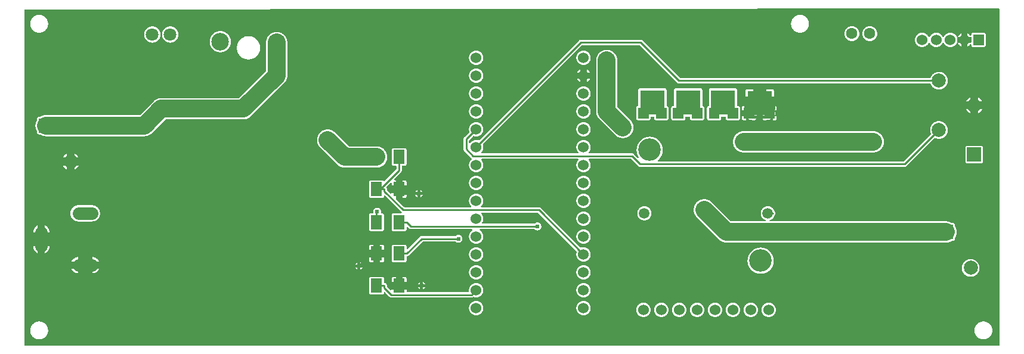
<source format=gtl>
G04 Layer: TopLayer*
G04 EasyEDA v6.3.39, 2020-04-27T13:29:51-10:00*
G04 0e468c40523046efa6fe7ed36a0295c7,a4d28be01f944deba2cf7c63a1f3ff09,10*
G04 Gerber Generator version 0.2*
G04 Scale: 100 percent, Rotated: No, Reflected: No *
G04 Dimensions in millimeters *
G04 leading zeros omitted , absolute positions ,3 integer and 3 decimal *
%FSLAX33Y33*%
%MOMM*%
G90*
G71D02*

%ADD10C,0.254000*%
%ADD11C,0.259994*%
%ADD12C,2.499995*%
%ADD13C,0.610006*%
%ADD14R,1.600200X1.999996*%
%ADD15R,1.999996X1.999996*%
%ADD16C,1.999996*%
%ADD17R,1.524000X1.524000*%
%ADD18C,1.524000*%
%ADD19R,3.499993X3.499993*%
%ADD20R,1.499997X1.499997*%
%ADD21C,3.199994*%
%ADD22C,1.499997*%
%ADD23C,1.799996*%
%ADD24C,1.599997*%

%LPD*%
G36*
G01X138850Y48385D02*
G01X138836Y48387D01*
G01X609Y48260D01*
G01X594Y48258D01*
G01X581Y48255D01*
G01X567Y48250D01*
G01X554Y48243D01*
G01X543Y48235D01*
G01X532Y48224D01*
G01X524Y48213D01*
G01X517Y48200D01*
G01X512Y48186D01*
G01X509Y48173D01*
G01X508Y48158D01*
G01X508Y609D01*
G01X509Y595D01*
G01X512Y581D01*
G01X517Y567D01*
G01X524Y554D01*
G01X532Y543D01*
G01X543Y532D01*
G01X554Y524D01*
G01X567Y517D01*
G01X581Y512D01*
G01X595Y509D01*
G01X609Y508D01*
G01X138836Y508D01*
G01X138850Y509D01*
G01X138864Y512D01*
G01X138878Y517D01*
G01X138891Y524D01*
G01X138902Y532D01*
G01X138913Y543D01*
G01X138921Y554D01*
G01X138928Y567D01*
G01X138933Y581D01*
G01X138936Y595D01*
G01X138938Y609D01*
G01X138938Y48285D01*
G01X138936Y48299D01*
G01X138933Y48313D01*
G01X138928Y48327D01*
G01X138921Y48340D01*
G01X138913Y48351D01*
G01X138902Y48362D01*
G01X138891Y48370D01*
G01X138878Y48377D01*
G01X138864Y48382D01*
G01X138850Y48385D01*
G37*

%LPC*%
G36*
G01X136703Y3938D02*
G01X136652Y3939D01*
G01X136600Y3938D01*
G01X136549Y3935D01*
G01X136498Y3930D01*
G01X136447Y3923D01*
G01X136397Y3913D01*
G01X136347Y3902D01*
G01X136297Y3889D01*
G01X136249Y3874D01*
G01X136200Y3856D01*
G01X136153Y3837D01*
G01X136106Y3816D01*
G01X136060Y3793D01*
G01X136015Y3768D01*
G01X135971Y3742D01*
G01X135929Y3714D01*
G01X135887Y3684D01*
G01X135847Y3652D01*
G01X135808Y3619D01*
G01X135770Y3584D01*
G01X135734Y3548D01*
G01X135699Y3510D01*
G01X135666Y3471D01*
G01X135634Y3431D01*
G01X135604Y3389D01*
G01X135576Y3347D01*
G01X135550Y3303D01*
G01X135525Y3258D01*
G01X135502Y3212D01*
G01X135481Y3165D01*
G01X135462Y3118D01*
G01X135444Y3069D01*
G01X135429Y3021D01*
G01X135416Y2971D01*
G01X135405Y2921D01*
G01X135395Y2871D01*
G01X135388Y2820D01*
G01X135383Y2769D01*
G01X135380Y2718D01*
G01X135379Y2667D01*
G01X135380Y2615D01*
G01X135383Y2564D01*
G01X135388Y2513D01*
G01X135395Y2462D01*
G01X135405Y2412D01*
G01X135416Y2362D01*
G01X135429Y2312D01*
G01X135444Y2264D01*
G01X135462Y2215D01*
G01X135481Y2168D01*
G01X135502Y2121D01*
G01X135525Y2075D01*
G01X135550Y2030D01*
G01X135576Y1986D01*
G01X135604Y1944D01*
G01X135634Y1902D01*
G01X135666Y1862D01*
G01X135699Y1823D01*
G01X135734Y1785D01*
G01X135770Y1749D01*
G01X135808Y1714D01*
G01X135847Y1681D01*
G01X135887Y1649D01*
G01X135929Y1619D01*
G01X135971Y1591D01*
G01X136015Y1565D01*
G01X136060Y1540D01*
G01X136106Y1517D01*
G01X136153Y1496D01*
G01X136200Y1477D01*
G01X136249Y1459D01*
G01X136297Y1444D01*
G01X136347Y1431D01*
G01X136397Y1420D01*
G01X136447Y1410D01*
G01X136498Y1403D01*
G01X136549Y1398D01*
G01X136600Y1395D01*
G01X136652Y1394D01*
G01X136703Y1395D01*
G01X136754Y1398D01*
G01X136805Y1403D01*
G01X136856Y1410D01*
G01X136906Y1420D01*
G01X136956Y1431D01*
G01X137006Y1444D01*
G01X137054Y1459D01*
G01X137103Y1477D01*
G01X137150Y1496D01*
G01X137197Y1517D01*
G01X137243Y1540D01*
G01X137288Y1565D01*
G01X137332Y1591D01*
G01X137374Y1619D01*
G01X137416Y1649D01*
G01X137456Y1681D01*
G01X137495Y1714D01*
G01X137533Y1749D01*
G01X137569Y1785D01*
G01X137604Y1823D01*
G01X137637Y1862D01*
G01X137669Y1902D01*
G01X137699Y1944D01*
G01X137727Y1986D01*
G01X137753Y2030D01*
G01X137778Y2075D01*
G01X137801Y2121D01*
G01X137822Y2168D01*
G01X137841Y2215D01*
G01X137859Y2264D01*
G01X137874Y2312D01*
G01X137887Y2362D01*
G01X137898Y2412D01*
G01X137908Y2462D01*
G01X137915Y2513D01*
G01X137920Y2564D01*
G01X137923Y2615D01*
G01X137924Y2667D01*
G01X137923Y2718D01*
G01X137920Y2769D01*
G01X137915Y2820D01*
G01X137908Y2871D01*
G01X137898Y2921D01*
G01X137887Y2971D01*
G01X137874Y3021D01*
G01X137859Y3069D01*
G01X137841Y3118D01*
G01X137822Y3165D01*
G01X137801Y3212D01*
G01X137778Y3258D01*
G01X137753Y3303D01*
G01X137727Y3347D01*
G01X137699Y3389D01*
G01X137669Y3431D01*
G01X137637Y3471D01*
G01X137604Y3510D01*
G01X137569Y3548D01*
G01X137533Y3584D01*
G01X137495Y3619D01*
G01X137456Y3652D01*
G01X137416Y3684D01*
G01X137374Y3714D01*
G01X137332Y3742D01*
G01X137288Y3768D01*
G01X137243Y3793D01*
G01X137197Y3816D01*
G01X137150Y3837D01*
G01X137103Y3856D01*
G01X137054Y3874D01*
G01X137006Y3889D01*
G01X136956Y3902D01*
G01X136906Y3913D01*
G01X136856Y3923D01*
G01X136805Y3930D01*
G01X136754Y3935D01*
G01X136703Y3938D01*
G37*
G36*
G01X2654Y3938D02*
G01X2603Y3939D01*
G01X2552Y3938D01*
G01X2500Y3935D01*
G01X2450Y3930D01*
G01X2399Y3923D01*
G01X2348Y3913D01*
G01X2299Y3902D01*
G01X2249Y3889D01*
G01X2200Y3874D01*
G01X2152Y3856D01*
G01X2104Y3837D01*
G01X2057Y3816D01*
G01X2012Y3793D01*
G01X1967Y3768D01*
G01X1923Y3742D01*
G01X1880Y3714D01*
G01X1838Y3684D01*
G01X1798Y3652D01*
G01X1759Y3619D01*
G01X1722Y3584D01*
G01X1685Y3548D01*
G01X1651Y3510D01*
G01X1617Y3471D01*
G01X1585Y3431D01*
G01X1556Y3389D01*
G01X1528Y3347D01*
G01X1501Y3303D01*
G01X1476Y3258D01*
G01X1453Y3212D01*
G01X1432Y3165D01*
G01X1413Y3118D01*
G01X1396Y3069D01*
G01X1381Y3021D01*
G01X1368Y2971D01*
G01X1356Y2921D01*
G01X1347Y2871D01*
G01X1340Y2820D01*
G01X1335Y2769D01*
G01X1331Y2718D01*
G01X1330Y2667D01*
G01X1331Y2615D01*
G01X1335Y2564D01*
G01X1340Y2513D01*
G01X1347Y2462D01*
G01X1356Y2412D01*
G01X1368Y2362D01*
G01X1381Y2312D01*
G01X1396Y2264D01*
G01X1413Y2215D01*
G01X1432Y2168D01*
G01X1453Y2121D01*
G01X1476Y2075D01*
G01X1501Y2030D01*
G01X1528Y1986D01*
G01X1556Y1944D01*
G01X1585Y1902D01*
G01X1617Y1862D01*
G01X1651Y1823D01*
G01X1685Y1785D01*
G01X1722Y1749D01*
G01X1759Y1714D01*
G01X1798Y1681D01*
G01X1838Y1649D01*
G01X1880Y1619D01*
G01X1923Y1591D01*
G01X1967Y1565D01*
G01X2012Y1540D01*
G01X2057Y1517D01*
G01X2104Y1496D01*
G01X2152Y1477D01*
G01X2200Y1459D01*
G01X2249Y1444D01*
G01X2299Y1431D01*
G01X2348Y1420D01*
G01X2399Y1410D01*
G01X2450Y1403D01*
G01X2500Y1398D01*
G01X2552Y1395D01*
G01X2603Y1394D01*
G01X2654Y1395D01*
G01X2706Y1398D01*
G01X2756Y1403D01*
G01X2807Y1410D01*
G01X2858Y1420D01*
G01X2907Y1431D01*
G01X2957Y1444D01*
G01X3006Y1459D01*
G01X3054Y1477D01*
G01X3102Y1496D01*
G01X3149Y1517D01*
G01X3194Y1540D01*
G01X3240Y1565D01*
G01X3283Y1591D01*
G01X3326Y1619D01*
G01X3368Y1649D01*
G01X3408Y1681D01*
G01X3447Y1714D01*
G01X3484Y1749D01*
G01X3521Y1785D01*
G01X3556Y1823D01*
G01X3589Y1862D01*
G01X3621Y1902D01*
G01X3650Y1944D01*
G01X3678Y1986D01*
G01X3705Y2030D01*
G01X3730Y2075D01*
G01X3753Y2121D01*
G01X3774Y2168D01*
G01X3793Y2215D01*
G01X3810Y2264D01*
G01X3825Y2312D01*
G01X3838Y2362D01*
G01X3850Y2412D01*
G01X3859Y2462D01*
G01X3866Y2513D01*
G01X3871Y2564D01*
G01X3875Y2615D01*
G01X3876Y2667D01*
G01X3875Y2718D01*
G01X3871Y2769D01*
G01X3866Y2820D01*
G01X3859Y2871D01*
G01X3850Y2921D01*
G01X3838Y2971D01*
G01X3825Y3021D01*
G01X3810Y3069D01*
G01X3793Y3118D01*
G01X3774Y3165D01*
G01X3753Y3212D01*
G01X3730Y3258D01*
G01X3705Y3303D01*
G01X3678Y3347D01*
G01X3650Y3389D01*
G01X3621Y3431D01*
G01X3589Y3471D01*
G01X3556Y3510D01*
G01X3521Y3548D01*
G01X3484Y3584D01*
G01X3447Y3619D01*
G01X3408Y3652D01*
G01X3368Y3684D01*
G01X3326Y3714D01*
G01X3283Y3742D01*
G01X3239Y3768D01*
G01X3194Y3793D01*
G01X3149Y3816D01*
G01X3102Y3837D01*
G01X3054Y3856D01*
G01X3006Y3874D01*
G01X2957Y3889D01*
G01X2907Y3902D01*
G01X2858Y3913D01*
G01X2807Y3923D01*
G01X2756Y3930D01*
G01X2706Y3935D01*
G01X2654Y3938D01*
G37*
G36*
G01X96057Y6605D02*
G01X96012Y6606D01*
G01X95966Y6605D01*
G01X95920Y6602D01*
G01X95875Y6597D01*
G01X95830Y6590D01*
G01X95785Y6581D01*
G01X95741Y6569D01*
G01X95697Y6556D01*
G01X95653Y6541D01*
G01X95611Y6524D01*
G01X95570Y6505D01*
G01X95529Y6485D01*
G01X95489Y6462D01*
G01X95450Y6437D01*
G01X95413Y6411D01*
G01X95377Y6384D01*
G01X95341Y6355D01*
G01X95307Y6324D01*
G01X95275Y6292D01*
G01X95244Y6258D01*
G01X95215Y6223D01*
G01X95188Y6186D01*
G01X95162Y6149D01*
G01X95137Y6110D01*
G01X95114Y6070D01*
G01X95094Y6029D01*
G01X95075Y5988D01*
G01X95058Y5946D01*
G01X95043Y5902D01*
G01X95030Y5858D01*
G01X95018Y5814D01*
G01X95009Y5769D01*
G01X95002Y5724D01*
G01X94997Y5679D01*
G01X94994Y5633D01*
G01X94993Y5588D01*
G01X94994Y5542D01*
G01X94997Y5496D01*
G01X95002Y5451D01*
G01X95009Y5406D01*
G01X95018Y5361D01*
G01X95030Y5317D01*
G01X95043Y5273D01*
G01X95058Y5229D01*
G01X95075Y5187D01*
G01X95094Y5146D01*
G01X95114Y5105D01*
G01X95137Y5065D01*
G01X95162Y5026D01*
G01X95188Y4989D01*
G01X95215Y4953D01*
G01X95244Y4917D01*
G01X95275Y4883D01*
G01X95307Y4851D01*
G01X95341Y4820D01*
G01X95377Y4791D01*
G01X95413Y4764D01*
G01X95450Y4738D01*
G01X95489Y4713D01*
G01X95529Y4690D01*
G01X95570Y4670D01*
G01X95611Y4651D01*
G01X95653Y4634D01*
G01X95697Y4619D01*
G01X95741Y4606D01*
G01X95785Y4594D01*
G01X95830Y4585D01*
G01X95875Y4578D01*
G01X95920Y4573D01*
G01X95966Y4570D01*
G01X96012Y4569D01*
G01X96057Y4570D01*
G01X96103Y4573D01*
G01X96148Y4578D01*
G01X96193Y4585D01*
G01X96238Y4594D01*
G01X96282Y4606D01*
G01X96326Y4619D01*
G01X96370Y4634D01*
G01X96412Y4651D01*
G01X96453Y4670D01*
G01X96494Y4690D01*
G01X96534Y4713D01*
G01X96573Y4738D01*
G01X96610Y4764D01*
G01X96647Y4791D01*
G01X96682Y4820D01*
G01X96716Y4851D01*
G01X96748Y4883D01*
G01X96779Y4917D01*
G01X96808Y4953D01*
G01X96835Y4989D01*
G01X96861Y5026D01*
G01X96886Y5065D01*
G01X96909Y5105D01*
G01X96929Y5146D01*
G01X96948Y5187D01*
G01X96965Y5229D01*
G01X96980Y5273D01*
G01X96993Y5317D01*
G01X97005Y5361D01*
G01X97014Y5406D01*
G01X97021Y5451D01*
G01X97026Y5496D01*
G01X97029Y5542D01*
G01X97030Y5588D01*
G01X97029Y5633D01*
G01X97026Y5679D01*
G01X97021Y5724D01*
G01X97014Y5769D01*
G01X97005Y5814D01*
G01X96993Y5858D01*
G01X96980Y5902D01*
G01X96965Y5946D01*
G01X96948Y5988D01*
G01X96929Y6029D01*
G01X96909Y6070D01*
G01X96886Y6110D01*
G01X96861Y6149D01*
G01X96835Y6186D01*
G01X96808Y6223D01*
G01X96779Y6258D01*
G01X96748Y6292D01*
G01X96716Y6324D01*
G01X96682Y6355D01*
G01X96647Y6384D01*
G01X96610Y6411D01*
G01X96573Y6437D01*
G01X96534Y6462D01*
G01X96494Y6485D01*
G01X96453Y6505D01*
G01X96412Y6524D01*
G01X96370Y6541D01*
G01X96326Y6556D01*
G01X96282Y6569D01*
G01X96238Y6581D01*
G01X96193Y6590D01*
G01X96148Y6597D01*
G01X96103Y6602D01*
G01X96057Y6605D01*
G37*
G36*
G01X101137Y6605D02*
G01X101092Y6606D01*
G01X101046Y6605D01*
G01X101000Y6602D01*
G01X100955Y6597D01*
G01X100910Y6590D01*
G01X100865Y6581D01*
G01X100821Y6569D01*
G01X100777Y6556D01*
G01X100733Y6541D01*
G01X100691Y6524D01*
G01X100650Y6505D01*
G01X100609Y6485D01*
G01X100569Y6462D01*
G01X100530Y6437D01*
G01X100493Y6411D01*
G01X100457Y6384D01*
G01X100421Y6355D01*
G01X100387Y6324D01*
G01X100355Y6292D01*
G01X100324Y6258D01*
G01X100295Y6223D01*
G01X100268Y6186D01*
G01X100242Y6149D01*
G01X100217Y6110D01*
G01X100194Y6070D01*
G01X100174Y6029D01*
G01X100155Y5988D01*
G01X100138Y5946D01*
G01X100123Y5902D01*
G01X100110Y5858D01*
G01X100098Y5814D01*
G01X100089Y5769D01*
G01X100082Y5724D01*
G01X100077Y5679D01*
G01X100074Y5633D01*
G01X100073Y5588D01*
G01X100074Y5542D01*
G01X100077Y5496D01*
G01X100082Y5451D01*
G01X100089Y5406D01*
G01X100098Y5361D01*
G01X100110Y5317D01*
G01X100123Y5273D01*
G01X100138Y5229D01*
G01X100155Y5187D01*
G01X100174Y5146D01*
G01X100194Y5105D01*
G01X100217Y5065D01*
G01X100242Y5026D01*
G01X100268Y4989D01*
G01X100295Y4953D01*
G01X100324Y4917D01*
G01X100355Y4883D01*
G01X100387Y4851D01*
G01X100421Y4820D01*
G01X100457Y4791D01*
G01X100493Y4764D01*
G01X100530Y4738D01*
G01X100569Y4713D01*
G01X100609Y4690D01*
G01X100650Y4670D01*
G01X100691Y4651D01*
G01X100733Y4634D01*
G01X100777Y4619D01*
G01X100821Y4606D01*
G01X100865Y4594D01*
G01X100910Y4585D01*
G01X100955Y4578D01*
G01X101000Y4573D01*
G01X101046Y4570D01*
G01X101092Y4569D01*
G01X101137Y4570D01*
G01X101183Y4573D01*
G01X101228Y4578D01*
G01X101273Y4585D01*
G01X101318Y4594D01*
G01X101362Y4606D01*
G01X101406Y4619D01*
G01X101450Y4634D01*
G01X101492Y4651D01*
G01X101533Y4670D01*
G01X101574Y4690D01*
G01X101614Y4713D01*
G01X101653Y4738D01*
G01X101690Y4764D01*
G01X101727Y4791D01*
G01X101762Y4820D01*
G01X101796Y4851D01*
G01X101828Y4883D01*
G01X101859Y4917D01*
G01X101888Y4953D01*
G01X101915Y4989D01*
G01X101941Y5026D01*
G01X101966Y5065D01*
G01X101989Y5105D01*
G01X102009Y5146D01*
G01X102028Y5187D01*
G01X102045Y5229D01*
G01X102060Y5273D01*
G01X102073Y5317D01*
G01X102085Y5361D01*
G01X102094Y5406D01*
G01X102101Y5451D01*
G01X102106Y5496D01*
G01X102109Y5542D01*
G01X102110Y5588D01*
G01X102109Y5633D01*
G01X102106Y5679D01*
G01X102101Y5724D01*
G01X102094Y5769D01*
G01X102085Y5814D01*
G01X102073Y5858D01*
G01X102060Y5902D01*
G01X102045Y5946D01*
G01X102028Y5988D01*
G01X102009Y6029D01*
G01X101989Y6070D01*
G01X101966Y6110D01*
G01X101941Y6149D01*
G01X101915Y6186D01*
G01X101888Y6223D01*
G01X101859Y6258D01*
G01X101828Y6292D01*
G01X101796Y6324D01*
G01X101762Y6355D01*
G01X101727Y6384D01*
G01X101690Y6411D01*
G01X101653Y6437D01*
G01X101614Y6462D01*
G01X101574Y6485D01*
G01X101533Y6505D01*
G01X101492Y6524D01*
G01X101450Y6541D01*
G01X101406Y6556D01*
G01X101362Y6569D01*
G01X101318Y6581D01*
G01X101273Y6590D01*
G01X101228Y6597D01*
G01X101183Y6602D01*
G01X101137Y6605D01*
G37*
G36*
G01X93517Y6605D02*
G01X93472Y6606D01*
G01X93426Y6605D01*
G01X93380Y6602D01*
G01X93335Y6597D01*
G01X93290Y6590D01*
G01X93245Y6581D01*
G01X93201Y6569D01*
G01X93157Y6556D01*
G01X93113Y6541D01*
G01X93071Y6524D01*
G01X93030Y6505D01*
G01X92989Y6485D01*
G01X92949Y6462D01*
G01X92910Y6437D01*
G01X92873Y6411D01*
G01X92837Y6384D01*
G01X92801Y6355D01*
G01X92767Y6324D01*
G01X92735Y6292D01*
G01X92704Y6258D01*
G01X92675Y6223D01*
G01X92648Y6186D01*
G01X92622Y6149D01*
G01X92597Y6110D01*
G01X92574Y6070D01*
G01X92554Y6029D01*
G01X92535Y5988D01*
G01X92518Y5946D01*
G01X92503Y5902D01*
G01X92490Y5858D01*
G01X92478Y5814D01*
G01X92469Y5769D01*
G01X92462Y5724D01*
G01X92457Y5679D01*
G01X92454Y5633D01*
G01X92453Y5588D01*
G01X92454Y5542D01*
G01X92457Y5496D01*
G01X92462Y5451D01*
G01X92469Y5406D01*
G01X92478Y5361D01*
G01X92490Y5317D01*
G01X92503Y5273D01*
G01X92518Y5229D01*
G01X92535Y5187D01*
G01X92554Y5146D01*
G01X92574Y5105D01*
G01X92597Y5065D01*
G01X92622Y5026D01*
G01X92648Y4989D01*
G01X92675Y4953D01*
G01X92704Y4917D01*
G01X92735Y4883D01*
G01X92767Y4851D01*
G01X92801Y4820D01*
G01X92837Y4791D01*
G01X92873Y4764D01*
G01X92910Y4738D01*
G01X92949Y4713D01*
G01X92989Y4690D01*
G01X93030Y4670D01*
G01X93071Y4651D01*
G01X93113Y4634D01*
G01X93157Y4619D01*
G01X93201Y4606D01*
G01X93245Y4594D01*
G01X93290Y4585D01*
G01X93335Y4578D01*
G01X93380Y4573D01*
G01X93426Y4570D01*
G01X93472Y4569D01*
G01X93517Y4570D01*
G01X93563Y4573D01*
G01X93608Y4578D01*
G01X93653Y4585D01*
G01X93698Y4594D01*
G01X93742Y4606D01*
G01X93786Y4619D01*
G01X93830Y4634D01*
G01X93872Y4651D01*
G01X93913Y4670D01*
G01X93954Y4690D01*
G01X93994Y4713D01*
G01X94033Y4738D01*
G01X94070Y4764D01*
G01X94107Y4791D01*
G01X94142Y4820D01*
G01X94176Y4851D01*
G01X94208Y4883D01*
G01X94239Y4917D01*
G01X94268Y4953D01*
G01X94295Y4989D01*
G01X94321Y5026D01*
G01X94346Y5065D01*
G01X94369Y5105D01*
G01X94389Y5146D01*
G01X94408Y5187D01*
G01X94425Y5229D01*
G01X94440Y5273D01*
G01X94453Y5317D01*
G01X94465Y5361D01*
G01X94474Y5406D01*
G01X94481Y5451D01*
G01X94486Y5496D01*
G01X94489Y5542D01*
G01X94490Y5588D01*
G01X94489Y5633D01*
G01X94486Y5679D01*
G01X94481Y5724D01*
G01X94474Y5769D01*
G01X94465Y5814D01*
G01X94453Y5858D01*
G01X94440Y5902D01*
G01X94425Y5946D01*
G01X94408Y5988D01*
G01X94389Y6029D01*
G01X94369Y6070D01*
G01X94346Y6110D01*
G01X94321Y6149D01*
G01X94295Y6186D01*
G01X94268Y6223D01*
G01X94239Y6258D01*
G01X94208Y6292D01*
G01X94176Y6324D01*
G01X94142Y6355D01*
G01X94107Y6384D01*
G01X94070Y6411D01*
G01X94033Y6437D01*
G01X93994Y6462D01*
G01X93954Y6485D01*
G01X93913Y6505D01*
G01X93872Y6524D01*
G01X93830Y6541D01*
G01X93786Y6556D01*
G01X93742Y6569D01*
G01X93698Y6581D01*
G01X93653Y6590D01*
G01X93608Y6597D01*
G01X93563Y6602D01*
G01X93517Y6605D01*
G37*
G36*
G01X98597Y6605D02*
G01X98552Y6606D01*
G01X98506Y6605D01*
G01X98460Y6602D01*
G01X98415Y6597D01*
G01X98370Y6590D01*
G01X98325Y6581D01*
G01X98281Y6569D01*
G01X98237Y6556D01*
G01X98193Y6541D01*
G01X98151Y6524D01*
G01X98110Y6505D01*
G01X98069Y6485D01*
G01X98029Y6462D01*
G01X97990Y6437D01*
G01X97953Y6411D01*
G01X97917Y6384D01*
G01X97881Y6355D01*
G01X97847Y6324D01*
G01X97815Y6292D01*
G01X97784Y6258D01*
G01X97755Y6223D01*
G01X97728Y6186D01*
G01X97702Y6149D01*
G01X97677Y6110D01*
G01X97654Y6070D01*
G01X97634Y6029D01*
G01X97615Y5988D01*
G01X97598Y5946D01*
G01X97583Y5902D01*
G01X97570Y5858D01*
G01X97558Y5814D01*
G01X97549Y5769D01*
G01X97542Y5724D01*
G01X97537Y5679D01*
G01X97534Y5633D01*
G01X97533Y5588D01*
G01X97534Y5542D01*
G01X97537Y5496D01*
G01X97542Y5451D01*
G01X97549Y5406D01*
G01X97558Y5361D01*
G01X97570Y5317D01*
G01X97583Y5273D01*
G01X97598Y5229D01*
G01X97615Y5187D01*
G01X97634Y5146D01*
G01X97654Y5105D01*
G01X97677Y5065D01*
G01X97702Y5026D01*
G01X97728Y4989D01*
G01X97755Y4953D01*
G01X97784Y4917D01*
G01X97815Y4883D01*
G01X97847Y4851D01*
G01X97881Y4820D01*
G01X97917Y4791D01*
G01X97953Y4764D01*
G01X97990Y4738D01*
G01X98029Y4713D01*
G01X98069Y4690D01*
G01X98110Y4670D01*
G01X98151Y4651D01*
G01X98193Y4634D01*
G01X98237Y4619D01*
G01X98281Y4606D01*
G01X98325Y4594D01*
G01X98370Y4585D01*
G01X98415Y4578D01*
G01X98460Y4573D01*
G01X98506Y4570D01*
G01X98552Y4569D01*
G01X98597Y4570D01*
G01X98643Y4573D01*
G01X98688Y4578D01*
G01X98733Y4585D01*
G01X98778Y4594D01*
G01X98822Y4606D01*
G01X98866Y4619D01*
G01X98910Y4634D01*
G01X98952Y4651D01*
G01X98993Y4670D01*
G01X99034Y4690D01*
G01X99074Y4713D01*
G01X99113Y4738D01*
G01X99150Y4764D01*
G01X99187Y4791D01*
G01X99222Y4820D01*
G01X99256Y4851D01*
G01X99288Y4883D01*
G01X99319Y4917D01*
G01X99348Y4953D01*
G01X99375Y4989D01*
G01X99401Y5026D01*
G01X99426Y5065D01*
G01X99449Y5105D01*
G01X99469Y5146D01*
G01X99488Y5187D01*
G01X99505Y5229D01*
G01X99520Y5273D01*
G01X99533Y5317D01*
G01X99545Y5361D01*
G01X99554Y5406D01*
G01X99561Y5451D01*
G01X99566Y5496D01*
G01X99569Y5542D01*
G01X99570Y5588D01*
G01X99569Y5633D01*
G01X99566Y5679D01*
G01X99561Y5724D01*
G01X99554Y5769D01*
G01X99545Y5814D01*
G01X99533Y5858D01*
G01X99520Y5902D01*
G01X99505Y5946D01*
G01X99488Y5988D01*
G01X99469Y6029D01*
G01X99449Y6070D01*
G01X99426Y6110D01*
G01X99401Y6149D01*
G01X99375Y6186D01*
G01X99348Y6223D01*
G01X99319Y6258D01*
G01X99288Y6292D01*
G01X99256Y6324D01*
G01X99222Y6355D01*
G01X99187Y6384D01*
G01X99150Y6411D01*
G01X99113Y6437D01*
G01X99074Y6462D01*
G01X99034Y6485D01*
G01X98993Y6505D01*
G01X98952Y6524D01*
G01X98910Y6541D01*
G01X98866Y6556D01*
G01X98822Y6569D01*
G01X98778Y6581D01*
G01X98733Y6590D01*
G01X98688Y6597D01*
G01X98643Y6602D01*
G01X98597Y6605D01*
G37*
G36*
G01X106217Y6605D02*
G01X106172Y6606D01*
G01X106126Y6605D01*
G01X106080Y6602D01*
G01X106035Y6597D01*
G01X105990Y6590D01*
G01X105945Y6581D01*
G01X105901Y6569D01*
G01X105857Y6556D01*
G01X105813Y6541D01*
G01X105771Y6524D01*
G01X105730Y6505D01*
G01X105689Y6485D01*
G01X105649Y6462D01*
G01X105610Y6437D01*
G01X105573Y6411D01*
G01X105537Y6384D01*
G01X105501Y6355D01*
G01X105467Y6324D01*
G01X105435Y6292D01*
G01X105404Y6258D01*
G01X105375Y6223D01*
G01X105348Y6186D01*
G01X105322Y6149D01*
G01X105297Y6110D01*
G01X105274Y6070D01*
G01X105254Y6029D01*
G01X105235Y5988D01*
G01X105218Y5946D01*
G01X105203Y5902D01*
G01X105190Y5858D01*
G01X105178Y5814D01*
G01X105169Y5769D01*
G01X105162Y5724D01*
G01X105157Y5679D01*
G01X105154Y5633D01*
G01X105153Y5588D01*
G01X105154Y5542D01*
G01X105157Y5496D01*
G01X105162Y5451D01*
G01X105169Y5406D01*
G01X105178Y5361D01*
G01X105190Y5317D01*
G01X105203Y5273D01*
G01X105218Y5229D01*
G01X105235Y5187D01*
G01X105254Y5146D01*
G01X105274Y5105D01*
G01X105297Y5065D01*
G01X105322Y5026D01*
G01X105348Y4989D01*
G01X105375Y4953D01*
G01X105404Y4917D01*
G01X105435Y4883D01*
G01X105467Y4851D01*
G01X105501Y4820D01*
G01X105537Y4791D01*
G01X105573Y4764D01*
G01X105610Y4738D01*
G01X105649Y4713D01*
G01X105689Y4690D01*
G01X105730Y4670D01*
G01X105771Y4651D01*
G01X105813Y4634D01*
G01X105857Y4619D01*
G01X105901Y4606D01*
G01X105945Y4594D01*
G01X105990Y4585D01*
G01X106035Y4578D01*
G01X106080Y4573D01*
G01X106126Y4570D01*
G01X106172Y4569D01*
G01X106217Y4570D01*
G01X106263Y4573D01*
G01X106308Y4578D01*
G01X106353Y4585D01*
G01X106398Y4594D01*
G01X106442Y4606D01*
G01X106486Y4619D01*
G01X106530Y4634D01*
G01X106572Y4651D01*
G01X106613Y4670D01*
G01X106654Y4690D01*
G01X106694Y4713D01*
G01X106733Y4738D01*
G01X106770Y4764D01*
G01X106807Y4791D01*
G01X106842Y4820D01*
G01X106876Y4851D01*
G01X106908Y4883D01*
G01X106939Y4917D01*
G01X106968Y4953D01*
G01X106995Y4989D01*
G01X107021Y5026D01*
G01X107046Y5065D01*
G01X107069Y5105D01*
G01X107089Y5146D01*
G01X107108Y5187D01*
G01X107125Y5229D01*
G01X107140Y5273D01*
G01X107153Y5317D01*
G01X107165Y5361D01*
G01X107174Y5406D01*
G01X107181Y5451D01*
G01X107186Y5496D01*
G01X107189Y5542D01*
G01X107190Y5588D01*
G01X107189Y5633D01*
G01X107186Y5679D01*
G01X107181Y5724D01*
G01X107174Y5769D01*
G01X107165Y5814D01*
G01X107153Y5858D01*
G01X107140Y5902D01*
G01X107125Y5946D01*
G01X107108Y5988D01*
G01X107089Y6029D01*
G01X107069Y6070D01*
G01X107046Y6110D01*
G01X107021Y6149D01*
G01X106995Y6186D01*
G01X106968Y6223D01*
G01X106939Y6258D01*
G01X106908Y6292D01*
G01X106876Y6324D01*
G01X106842Y6355D01*
G01X106807Y6384D01*
G01X106770Y6411D01*
G01X106733Y6437D01*
G01X106694Y6462D01*
G01X106654Y6485D01*
G01X106613Y6505D01*
G01X106572Y6524D01*
G01X106530Y6541D01*
G01X106486Y6556D01*
G01X106442Y6569D01*
G01X106398Y6581D01*
G01X106353Y6590D01*
G01X106308Y6597D01*
G01X106263Y6602D01*
G01X106217Y6605D01*
G37*
G36*
G01X90977Y6605D02*
G01X90932Y6606D01*
G01X90886Y6605D01*
G01X90840Y6602D01*
G01X90795Y6597D01*
G01X90750Y6590D01*
G01X90705Y6581D01*
G01X90661Y6569D01*
G01X90617Y6556D01*
G01X90573Y6541D01*
G01X90531Y6524D01*
G01X90490Y6505D01*
G01X90449Y6485D01*
G01X90409Y6462D01*
G01X90370Y6437D01*
G01X90333Y6411D01*
G01X90297Y6384D01*
G01X90261Y6355D01*
G01X90227Y6324D01*
G01X90195Y6292D01*
G01X90164Y6258D01*
G01X90135Y6223D01*
G01X90108Y6186D01*
G01X90082Y6149D01*
G01X90057Y6110D01*
G01X90034Y6070D01*
G01X90014Y6029D01*
G01X89995Y5988D01*
G01X89978Y5946D01*
G01X89963Y5902D01*
G01X89950Y5858D01*
G01X89938Y5814D01*
G01X89929Y5769D01*
G01X89922Y5724D01*
G01X89917Y5679D01*
G01X89914Y5633D01*
G01X89913Y5588D01*
G01X89914Y5542D01*
G01X89917Y5496D01*
G01X89922Y5451D01*
G01X89929Y5406D01*
G01X89938Y5361D01*
G01X89950Y5317D01*
G01X89963Y5273D01*
G01X89978Y5229D01*
G01X89995Y5187D01*
G01X90014Y5146D01*
G01X90034Y5105D01*
G01X90057Y5065D01*
G01X90082Y5026D01*
G01X90108Y4989D01*
G01X90135Y4953D01*
G01X90164Y4917D01*
G01X90195Y4883D01*
G01X90227Y4851D01*
G01X90261Y4820D01*
G01X90297Y4791D01*
G01X90333Y4764D01*
G01X90370Y4738D01*
G01X90409Y4713D01*
G01X90449Y4690D01*
G01X90490Y4670D01*
G01X90531Y4651D01*
G01X90573Y4634D01*
G01X90617Y4619D01*
G01X90661Y4606D01*
G01X90705Y4594D01*
G01X90750Y4585D01*
G01X90795Y4578D01*
G01X90840Y4573D01*
G01X90886Y4570D01*
G01X90932Y4569D01*
G01X90977Y4570D01*
G01X91023Y4573D01*
G01X91068Y4578D01*
G01X91113Y4585D01*
G01X91158Y4594D01*
G01X91202Y4606D01*
G01X91246Y4619D01*
G01X91290Y4634D01*
G01X91332Y4651D01*
G01X91373Y4670D01*
G01X91414Y4690D01*
G01X91454Y4713D01*
G01X91493Y4738D01*
G01X91530Y4764D01*
G01X91567Y4791D01*
G01X91602Y4820D01*
G01X91636Y4851D01*
G01X91668Y4883D01*
G01X91699Y4917D01*
G01X91728Y4953D01*
G01X91755Y4989D01*
G01X91781Y5026D01*
G01X91806Y5065D01*
G01X91829Y5105D01*
G01X91849Y5146D01*
G01X91868Y5187D01*
G01X91885Y5229D01*
G01X91900Y5273D01*
G01X91913Y5317D01*
G01X91925Y5361D01*
G01X91934Y5406D01*
G01X91941Y5451D01*
G01X91946Y5496D01*
G01X91949Y5542D01*
G01X91950Y5588D01*
G01X91949Y5633D01*
G01X91946Y5679D01*
G01X91941Y5724D01*
G01X91934Y5769D01*
G01X91925Y5814D01*
G01X91913Y5858D01*
G01X91900Y5902D01*
G01X91885Y5946D01*
G01X91868Y5988D01*
G01X91849Y6029D01*
G01X91829Y6070D01*
G01X91806Y6110D01*
G01X91781Y6149D01*
G01X91755Y6186D01*
G01X91728Y6223D01*
G01X91699Y6258D01*
G01X91668Y6292D01*
G01X91636Y6324D01*
G01X91602Y6355D01*
G01X91567Y6384D01*
G01X91530Y6411D01*
G01X91493Y6437D01*
G01X91454Y6462D01*
G01X91414Y6485D01*
G01X91373Y6505D01*
G01X91332Y6524D01*
G01X91290Y6541D01*
G01X91246Y6556D01*
G01X91202Y6569D01*
G01X91158Y6581D01*
G01X91113Y6590D01*
G01X91068Y6597D01*
G01X91023Y6602D01*
G01X90977Y6605D01*
G37*
G36*
G01X103677Y6605D02*
G01X103632Y6606D01*
G01X103586Y6605D01*
G01X103540Y6602D01*
G01X103495Y6597D01*
G01X103450Y6590D01*
G01X103405Y6581D01*
G01X103361Y6569D01*
G01X103317Y6556D01*
G01X103273Y6541D01*
G01X103231Y6524D01*
G01X103190Y6505D01*
G01X103149Y6485D01*
G01X103109Y6462D01*
G01X103070Y6437D01*
G01X103033Y6411D01*
G01X102997Y6384D01*
G01X102961Y6355D01*
G01X102927Y6324D01*
G01X102895Y6292D01*
G01X102864Y6258D01*
G01X102835Y6223D01*
G01X102808Y6186D01*
G01X102782Y6149D01*
G01X102757Y6110D01*
G01X102734Y6070D01*
G01X102714Y6029D01*
G01X102695Y5988D01*
G01X102678Y5946D01*
G01X102663Y5902D01*
G01X102650Y5858D01*
G01X102638Y5814D01*
G01X102629Y5769D01*
G01X102622Y5724D01*
G01X102617Y5679D01*
G01X102614Y5633D01*
G01X102613Y5588D01*
G01X102614Y5542D01*
G01X102617Y5496D01*
G01X102622Y5451D01*
G01X102629Y5406D01*
G01X102638Y5361D01*
G01X102650Y5317D01*
G01X102663Y5273D01*
G01X102678Y5229D01*
G01X102695Y5187D01*
G01X102714Y5146D01*
G01X102734Y5105D01*
G01X102757Y5065D01*
G01X102782Y5026D01*
G01X102808Y4989D01*
G01X102835Y4953D01*
G01X102864Y4917D01*
G01X102895Y4883D01*
G01X102927Y4851D01*
G01X102961Y4820D01*
G01X102997Y4791D01*
G01X103033Y4764D01*
G01X103070Y4738D01*
G01X103109Y4713D01*
G01X103149Y4690D01*
G01X103190Y4670D01*
G01X103231Y4651D01*
G01X103273Y4634D01*
G01X103317Y4619D01*
G01X103361Y4606D01*
G01X103405Y4594D01*
G01X103450Y4585D01*
G01X103495Y4578D01*
G01X103540Y4573D01*
G01X103586Y4570D01*
G01X103632Y4569D01*
G01X103677Y4570D01*
G01X103723Y4573D01*
G01X103768Y4578D01*
G01X103813Y4585D01*
G01X103858Y4594D01*
G01X103902Y4606D01*
G01X103946Y4619D01*
G01X103990Y4634D01*
G01X104032Y4651D01*
G01X104073Y4670D01*
G01X104114Y4690D01*
G01X104154Y4713D01*
G01X104193Y4738D01*
G01X104230Y4764D01*
G01X104267Y4791D01*
G01X104302Y4820D01*
G01X104336Y4851D01*
G01X104368Y4883D01*
G01X104399Y4917D01*
G01X104428Y4953D01*
G01X104455Y4989D01*
G01X104481Y5026D01*
G01X104506Y5065D01*
G01X104529Y5105D01*
G01X104549Y5146D01*
G01X104568Y5187D01*
G01X104585Y5229D01*
G01X104600Y5273D01*
G01X104613Y5317D01*
G01X104625Y5361D01*
G01X104634Y5406D01*
G01X104641Y5451D01*
G01X104646Y5496D01*
G01X104649Y5542D01*
G01X104650Y5588D01*
G01X104649Y5633D01*
G01X104646Y5679D01*
G01X104641Y5724D01*
G01X104634Y5769D01*
G01X104625Y5814D01*
G01X104613Y5858D01*
G01X104600Y5902D01*
G01X104585Y5946D01*
G01X104568Y5988D01*
G01X104549Y6029D01*
G01X104529Y6070D01*
G01X104506Y6110D01*
G01X104481Y6149D01*
G01X104455Y6186D01*
G01X104428Y6223D01*
G01X104399Y6258D01*
G01X104368Y6292D01*
G01X104336Y6324D01*
G01X104302Y6355D01*
G01X104267Y6384D01*
G01X104230Y6411D01*
G01X104193Y6437D01*
G01X104154Y6462D01*
G01X104114Y6485D01*
G01X104073Y6505D01*
G01X104032Y6524D01*
G01X103990Y6541D01*
G01X103946Y6556D01*
G01X103902Y6569D01*
G01X103858Y6581D01*
G01X103813Y6590D01*
G01X103768Y6597D01*
G01X103723Y6602D01*
G01X103677Y6605D01*
G37*
G36*
G01X88437Y6605D02*
G01X88392Y6606D01*
G01X88346Y6605D01*
G01X88300Y6602D01*
G01X88255Y6597D01*
G01X88210Y6590D01*
G01X88165Y6581D01*
G01X88121Y6569D01*
G01X88077Y6556D01*
G01X88033Y6541D01*
G01X87991Y6524D01*
G01X87950Y6505D01*
G01X87909Y6485D01*
G01X87869Y6462D01*
G01X87830Y6437D01*
G01X87793Y6411D01*
G01X87757Y6384D01*
G01X87721Y6355D01*
G01X87687Y6324D01*
G01X87655Y6292D01*
G01X87624Y6258D01*
G01X87595Y6223D01*
G01X87568Y6186D01*
G01X87542Y6149D01*
G01X87517Y6110D01*
G01X87494Y6070D01*
G01X87474Y6029D01*
G01X87455Y5988D01*
G01X87438Y5946D01*
G01X87423Y5902D01*
G01X87410Y5858D01*
G01X87398Y5814D01*
G01X87389Y5769D01*
G01X87382Y5724D01*
G01X87377Y5679D01*
G01X87374Y5633D01*
G01X87373Y5588D01*
G01X87374Y5542D01*
G01X87377Y5496D01*
G01X87382Y5451D01*
G01X87389Y5406D01*
G01X87398Y5361D01*
G01X87410Y5317D01*
G01X87423Y5273D01*
G01X87438Y5229D01*
G01X87455Y5187D01*
G01X87474Y5146D01*
G01X87494Y5105D01*
G01X87517Y5065D01*
G01X87542Y5026D01*
G01X87568Y4989D01*
G01X87595Y4953D01*
G01X87624Y4917D01*
G01X87655Y4883D01*
G01X87687Y4851D01*
G01X87721Y4820D01*
G01X87757Y4791D01*
G01X87793Y4764D01*
G01X87830Y4738D01*
G01X87869Y4713D01*
G01X87909Y4690D01*
G01X87950Y4670D01*
G01X87991Y4651D01*
G01X88033Y4634D01*
G01X88077Y4619D01*
G01X88121Y4606D01*
G01X88165Y4594D01*
G01X88210Y4585D01*
G01X88255Y4578D01*
G01X88300Y4573D01*
G01X88346Y4570D01*
G01X88392Y4569D01*
G01X88437Y4570D01*
G01X88483Y4573D01*
G01X88528Y4578D01*
G01X88573Y4585D01*
G01X88618Y4594D01*
G01X88662Y4606D01*
G01X88706Y4619D01*
G01X88750Y4634D01*
G01X88792Y4651D01*
G01X88833Y4670D01*
G01X88874Y4690D01*
G01X88914Y4713D01*
G01X88953Y4738D01*
G01X88990Y4764D01*
G01X89027Y4791D01*
G01X89062Y4820D01*
G01X89096Y4851D01*
G01X89128Y4883D01*
G01X89159Y4917D01*
G01X89188Y4953D01*
G01X89215Y4989D01*
G01X89241Y5026D01*
G01X89266Y5065D01*
G01X89289Y5105D01*
G01X89309Y5146D01*
G01X89328Y5187D01*
G01X89345Y5229D01*
G01X89360Y5273D01*
G01X89373Y5317D01*
G01X89385Y5361D01*
G01X89394Y5406D01*
G01X89401Y5451D01*
G01X89406Y5496D01*
G01X89409Y5542D01*
G01X89410Y5588D01*
G01X89409Y5633D01*
G01X89406Y5679D01*
G01X89401Y5724D01*
G01X89394Y5769D01*
G01X89385Y5814D01*
G01X89373Y5858D01*
G01X89360Y5902D01*
G01X89345Y5946D01*
G01X89328Y5988D01*
G01X89309Y6029D01*
G01X89289Y6070D01*
G01X89266Y6110D01*
G01X89241Y6149D01*
G01X89215Y6186D01*
G01X89188Y6223D01*
G01X89159Y6258D01*
G01X89128Y6292D01*
G01X89096Y6324D01*
G01X89062Y6355D01*
G01X89027Y6384D01*
G01X88990Y6411D01*
G01X88953Y6437D01*
G01X88914Y6462D01*
G01X88874Y6485D01*
G01X88833Y6505D01*
G01X88792Y6524D01*
G01X88750Y6541D01*
G01X88706Y6556D01*
G01X88662Y6569D01*
G01X88618Y6581D01*
G01X88573Y6590D01*
G01X88528Y6597D01*
G01X88483Y6602D01*
G01X88437Y6605D01*
G37*
G36*
G01X64688Y6859D02*
G01X64643Y6860D01*
G01X64597Y6859D01*
G01X64551Y6856D01*
G01X64506Y6851D01*
G01X64461Y6844D01*
G01X64416Y6835D01*
G01X64372Y6823D01*
G01X64328Y6810D01*
G01X64284Y6795D01*
G01X64242Y6778D01*
G01X64201Y6759D01*
G01X64160Y6739D01*
G01X64120Y6716D01*
G01X64081Y6691D01*
G01X64044Y6665D01*
G01X64008Y6638D01*
G01X63972Y6609D01*
G01X63938Y6578D01*
G01X63906Y6546D01*
G01X63875Y6512D01*
G01X63846Y6477D01*
G01X63819Y6440D01*
G01X63793Y6403D01*
G01X63768Y6364D01*
G01X63745Y6324D01*
G01X63725Y6283D01*
G01X63706Y6242D01*
G01X63689Y6200D01*
G01X63674Y6156D01*
G01X63661Y6112D01*
G01X63649Y6068D01*
G01X63640Y6023D01*
G01X63633Y5978D01*
G01X63628Y5933D01*
G01X63625Y5887D01*
G01X63624Y5842D01*
G01X63625Y5796D01*
G01X63628Y5750D01*
G01X63633Y5705D01*
G01X63640Y5660D01*
G01X63649Y5615D01*
G01X63661Y5571D01*
G01X63674Y5527D01*
G01X63689Y5483D01*
G01X63706Y5441D01*
G01X63725Y5400D01*
G01X63745Y5359D01*
G01X63768Y5319D01*
G01X63793Y5280D01*
G01X63819Y5243D01*
G01X63846Y5207D01*
G01X63875Y5171D01*
G01X63906Y5137D01*
G01X63938Y5105D01*
G01X63972Y5074D01*
G01X64008Y5045D01*
G01X64044Y5018D01*
G01X64081Y4992D01*
G01X64120Y4967D01*
G01X64160Y4944D01*
G01X64201Y4924D01*
G01X64242Y4905D01*
G01X64284Y4888D01*
G01X64328Y4873D01*
G01X64372Y4860D01*
G01X64416Y4848D01*
G01X64461Y4839D01*
G01X64506Y4832D01*
G01X64551Y4827D01*
G01X64597Y4824D01*
G01X64643Y4823D01*
G01X64688Y4824D01*
G01X64734Y4827D01*
G01X64779Y4832D01*
G01X64824Y4839D01*
G01X64869Y4848D01*
G01X64913Y4860D01*
G01X64957Y4873D01*
G01X65001Y4888D01*
G01X65043Y4905D01*
G01X65084Y4924D01*
G01X65125Y4944D01*
G01X65165Y4967D01*
G01X65204Y4992D01*
G01X65241Y5018D01*
G01X65278Y5045D01*
G01X65313Y5074D01*
G01X65347Y5105D01*
G01X65379Y5137D01*
G01X65410Y5171D01*
G01X65439Y5207D01*
G01X65466Y5243D01*
G01X65492Y5280D01*
G01X65517Y5319D01*
G01X65540Y5359D01*
G01X65560Y5400D01*
G01X65579Y5441D01*
G01X65596Y5483D01*
G01X65611Y5527D01*
G01X65624Y5571D01*
G01X65636Y5615D01*
G01X65645Y5660D01*
G01X65652Y5705D01*
G01X65657Y5750D01*
G01X65660Y5796D01*
G01X65661Y5842D01*
G01X65660Y5887D01*
G01X65657Y5933D01*
G01X65652Y5978D01*
G01X65645Y6023D01*
G01X65636Y6068D01*
G01X65624Y6112D01*
G01X65611Y6156D01*
G01X65596Y6200D01*
G01X65579Y6242D01*
G01X65560Y6283D01*
G01X65540Y6324D01*
G01X65517Y6364D01*
G01X65492Y6403D01*
G01X65466Y6440D01*
G01X65439Y6477D01*
G01X65410Y6512D01*
G01X65379Y6546D01*
G01X65347Y6578D01*
G01X65313Y6609D01*
G01X65278Y6638D01*
G01X65241Y6665D01*
G01X65204Y6691D01*
G01X65165Y6716D01*
G01X65125Y6739D01*
G01X65084Y6759D01*
G01X65043Y6778D01*
G01X65001Y6795D01*
G01X64957Y6810D01*
G01X64913Y6823D01*
G01X64869Y6835D01*
G01X64824Y6844D01*
G01X64779Y6851D01*
G01X64734Y6856D01*
G01X64688Y6859D01*
G37*
G36*
G01X79928Y6859D02*
G01X79883Y6860D01*
G01X79837Y6859D01*
G01X79791Y6856D01*
G01X79746Y6851D01*
G01X79701Y6844D01*
G01X79656Y6835D01*
G01X79612Y6823D01*
G01X79568Y6810D01*
G01X79524Y6795D01*
G01X79482Y6778D01*
G01X79441Y6759D01*
G01X79400Y6739D01*
G01X79360Y6716D01*
G01X79321Y6691D01*
G01X79284Y6665D01*
G01X79248Y6638D01*
G01X79212Y6609D01*
G01X79178Y6578D01*
G01X79146Y6546D01*
G01X79115Y6512D01*
G01X79086Y6477D01*
G01X79059Y6440D01*
G01X79033Y6403D01*
G01X79008Y6364D01*
G01X78985Y6324D01*
G01X78965Y6283D01*
G01X78946Y6242D01*
G01X78929Y6200D01*
G01X78914Y6156D01*
G01X78901Y6112D01*
G01X78889Y6068D01*
G01X78880Y6023D01*
G01X78873Y5978D01*
G01X78868Y5933D01*
G01X78865Y5887D01*
G01X78864Y5842D01*
G01X78865Y5796D01*
G01X78868Y5750D01*
G01X78873Y5705D01*
G01X78880Y5660D01*
G01X78889Y5615D01*
G01X78901Y5571D01*
G01X78914Y5527D01*
G01X78929Y5483D01*
G01X78946Y5441D01*
G01X78965Y5400D01*
G01X78985Y5359D01*
G01X79008Y5319D01*
G01X79033Y5280D01*
G01X79059Y5243D01*
G01X79086Y5207D01*
G01X79115Y5171D01*
G01X79146Y5137D01*
G01X79178Y5105D01*
G01X79212Y5074D01*
G01X79248Y5045D01*
G01X79284Y5018D01*
G01X79321Y4992D01*
G01X79360Y4967D01*
G01X79400Y4944D01*
G01X79441Y4924D01*
G01X79482Y4905D01*
G01X79524Y4888D01*
G01X79568Y4873D01*
G01X79612Y4860D01*
G01X79656Y4848D01*
G01X79701Y4839D01*
G01X79746Y4832D01*
G01X79791Y4827D01*
G01X79837Y4824D01*
G01X79883Y4823D01*
G01X79928Y4824D01*
G01X79974Y4827D01*
G01X80019Y4832D01*
G01X80064Y4839D01*
G01X80109Y4848D01*
G01X80153Y4860D01*
G01X80197Y4873D01*
G01X80241Y4888D01*
G01X80283Y4905D01*
G01X80324Y4924D01*
G01X80365Y4944D01*
G01X80405Y4967D01*
G01X80444Y4992D01*
G01X80481Y5018D01*
G01X80518Y5045D01*
G01X80553Y5074D01*
G01X80587Y5105D01*
G01X80619Y5137D01*
G01X80650Y5171D01*
G01X80679Y5207D01*
G01X80706Y5243D01*
G01X80732Y5280D01*
G01X80757Y5319D01*
G01X80780Y5359D01*
G01X80800Y5400D01*
G01X80819Y5441D01*
G01X80836Y5483D01*
G01X80851Y5527D01*
G01X80864Y5571D01*
G01X80876Y5615D01*
G01X80885Y5660D01*
G01X80892Y5705D01*
G01X80897Y5750D01*
G01X80900Y5796D01*
G01X80901Y5842D01*
G01X80900Y5887D01*
G01X80897Y5933D01*
G01X80892Y5978D01*
G01X80885Y6023D01*
G01X80876Y6068D01*
G01X80864Y6112D01*
G01X80851Y6156D01*
G01X80836Y6200D01*
G01X80819Y6242D01*
G01X80800Y6283D01*
G01X80780Y6324D01*
G01X80757Y6364D01*
G01X80732Y6403D01*
G01X80706Y6440D01*
G01X80679Y6477D01*
G01X80650Y6512D01*
G01X80619Y6546D01*
G01X80587Y6578D01*
G01X80553Y6609D01*
G01X80518Y6638D01*
G01X80481Y6665D01*
G01X80444Y6691D01*
G01X80405Y6716D01*
G01X80365Y6739D01*
G01X80324Y6759D01*
G01X80283Y6778D01*
G01X80241Y6795D01*
G01X80197Y6810D01*
G01X80153Y6823D01*
G01X80109Y6835D01*
G01X80064Y6844D01*
G01X80019Y6851D01*
G01X79974Y6856D01*
G01X79928Y6859D01*
G37*
G36*
G01X51301Y10273D02*
G01X49701Y10273D01*
G01X49678Y10272D01*
G01X49654Y10269D01*
G01X49631Y10263D01*
G01X49609Y10256D01*
G01X49587Y10246D01*
G01X49566Y10235D01*
G01X49547Y10221D01*
G01X49528Y10206D01*
G01X49512Y10189D01*
G01X49496Y10171D01*
G01X49483Y10151D01*
G01X49472Y10131D01*
G01X49462Y10109D01*
G01X49454Y10087D01*
G01X49449Y10063D01*
G01X49446Y10040D01*
G01X49445Y10016D01*
G01X49445Y8016D01*
G01X49446Y7993D01*
G01X49449Y7970D01*
G01X49454Y7946D01*
G01X49462Y7924D01*
G01X49472Y7902D01*
G01X49483Y7882D01*
G01X49496Y7862D01*
G01X49512Y7844D01*
G01X49528Y7827D01*
G01X49547Y7812D01*
G01X49566Y7798D01*
G01X49587Y7787D01*
G01X49609Y7777D01*
G01X49631Y7770D01*
G01X49654Y7764D01*
G01X49678Y7761D01*
G01X49701Y7760D01*
G01X51301Y7760D01*
G01X51325Y7761D01*
G01X51349Y7764D01*
G01X51372Y7770D01*
G01X51395Y7777D01*
G01X51417Y7787D01*
G01X51438Y7799D01*
G01X51457Y7813D01*
G01X51476Y7828D01*
G01X51492Y7845D01*
G01X51507Y7863D01*
G01X51521Y7883D01*
G01X51532Y7904D01*
G01X51542Y7926D01*
G01X51549Y7949D01*
G01X51554Y7973D01*
G01X51557Y7996D01*
G01X51559Y8011D01*
G01X51564Y8025D01*
G01X51571Y8039D01*
G01X51579Y8051D01*
G01X51589Y8062D01*
G01X51602Y8072D01*
G01X51614Y8080D01*
G01X51629Y8085D01*
G01X51643Y8088D01*
G01X51659Y8089D01*
G01X51674Y8088D01*
G01X51690Y8084D01*
G01X51705Y8078D01*
G01X51718Y8070D01*
G01X51730Y8060D01*
G01X52340Y7450D01*
G01X52362Y7430D01*
G01X52386Y7411D01*
G01X52411Y7394D01*
G01X52438Y7379D01*
G01X52465Y7367D01*
G01X52494Y7356D01*
G01X52523Y7348D01*
G01X52553Y7342D01*
G01X52583Y7338D01*
G01X52613Y7337D01*
G01X63985Y7337D01*
G01X64015Y7338D01*
G01X64044Y7342D01*
G01X64074Y7347D01*
G01X64102Y7355D01*
G01X64130Y7366D01*
G01X64157Y7378D01*
G01X64184Y7392D01*
G01X64209Y7409D01*
G01X64222Y7417D01*
G01X64237Y7423D01*
G01X64252Y7426D01*
G01X64268Y7427D01*
G01X64285Y7426D01*
G01X64302Y7422D01*
G01X64349Y7406D01*
G01X64397Y7393D01*
G01X64445Y7382D01*
G01X64494Y7374D01*
G01X64543Y7368D01*
G01X64593Y7364D01*
G01X64643Y7363D01*
G01X64688Y7364D01*
G01X64734Y7367D01*
G01X64779Y7372D01*
G01X64824Y7379D01*
G01X64869Y7388D01*
G01X64913Y7400D01*
G01X64957Y7413D01*
G01X65001Y7428D01*
G01X65043Y7445D01*
G01X65084Y7464D01*
G01X65125Y7484D01*
G01X65165Y7507D01*
G01X65204Y7532D01*
G01X65241Y7558D01*
G01X65278Y7585D01*
G01X65313Y7614D01*
G01X65347Y7645D01*
G01X65379Y7677D01*
G01X65410Y7711D01*
G01X65439Y7747D01*
G01X65466Y7783D01*
G01X65492Y7820D01*
G01X65517Y7859D01*
G01X65540Y7899D01*
G01X65560Y7940D01*
G01X65579Y7981D01*
G01X65596Y8023D01*
G01X65611Y8067D01*
G01X65624Y8111D01*
G01X65636Y8155D01*
G01X65645Y8200D01*
G01X65652Y8245D01*
G01X65657Y8290D01*
G01X65660Y8336D01*
G01X65661Y8382D01*
G01X65660Y8427D01*
G01X65657Y8473D01*
G01X65652Y8518D01*
G01X65645Y8563D01*
G01X65636Y8608D01*
G01X65624Y8652D01*
G01X65611Y8696D01*
G01X65596Y8740D01*
G01X65579Y8782D01*
G01X65560Y8823D01*
G01X65540Y8864D01*
G01X65517Y8904D01*
G01X65492Y8943D01*
G01X65466Y8980D01*
G01X65439Y9017D01*
G01X65410Y9052D01*
G01X65379Y9086D01*
G01X65347Y9118D01*
G01X65313Y9149D01*
G01X65278Y9178D01*
G01X65241Y9205D01*
G01X65204Y9231D01*
G01X65165Y9256D01*
G01X65125Y9279D01*
G01X65084Y9299D01*
G01X65043Y9318D01*
G01X65001Y9335D01*
G01X64957Y9350D01*
G01X64913Y9363D01*
G01X64869Y9375D01*
G01X64824Y9384D01*
G01X64779Y9391D01*
G01X64734Y9396D01*
G01X64688Y9399D01*
G01X64643Y9400D01*
G01X64597Y9399D01*
G01X64551Y9396D01*
G01X64506Y9391D01*
G01X64461Y9384D01*
G01X64416Y9375D01*
G01X64372Y9363D01*
G01X64328Y9350D01*
G01X64284Y9335D01*
G01X64242Y9318D01*
G01X64201Y9299D01*
G01X64160Y9279D01*
G01X64120Y9256D01*
G01X64081Y9231D01*
G01X64044Y9205D01*
G01X64008Y9178D01*
G01X63972Y9149D01*
G01X63938Y9118D01*
G01X63906Y9086D01*
G01X63875Y9052D01*
G01X63846Y9017D01*
G01X63819Y8980D01*
G01X63793Y8943D01*
G01X63768Y8904D01*
G01X63745Y8864D01*
G01X63725Y8823D01*
G01X63706Y8782D01*
G01X63689Y8740D01*
G01X63674Y8696D01*
G01X63661Y8652D01*
G01X63649Y8608D01*
G01X63640Y8563D01*
G01X63633Y8518D01*
G01X63628Y8473D01*
G01X63625Y8427D01*
G01X63624Y8382D01*
G01X63625Y8330D01*
G01X63629Y8278D01*
G01X63636Y8227D01*
G01X63637Y8212D01*
G01X63636Y8197D01*
G01X63633Y8183D01*
G01X63628Y8170D01*
G01X63621Y8157D01*
G01X63612Y8145D01*
G01X63602Y8135D01*
G01X63590Y8126D01*
G01X63578Y8119D01*
G01X63564Y8114D01*
G01X63550Y8111D01*
G01X63535Y8110D01*
G01X54859Y8110D01*
G01X54845Y8111D01*
G01X54831Y8114D01*
G01X54817Y8119D01*
G01X54805Y8126D01*
G01X54793Y8135D01*
G01X54783Y8145D01*
G01X54774Y8157D01*
G01X54767Y8170D01*
G01X54762Y8183D01*
G01X54759Y8197D01*
G01X54758Y8212D01*
G01X54758Y8453D01*
G01X54164Y8453D01*
G01X54164Y8212D01*
G01X54163Y8197D01*
G01X54160Y8183D01*
G01X54155Y8170D01*
G01X54149Y8157D01*
G01X54140Y8145D01*
G01X54129Y8135D01*
G01X54118Y8126D01*
G01X54105Y8119D01*
G01X54092Y8114D01*
G01X54078Y8111D01*
G01X54063Y8110D01*
G01X53339Y8110D01*
G01X53325Y8111D01*
G01X53311Y8114D01*
G01X53297Y8119D01*
G01X53284Y8126D01*
G01X53272Y8135D01*
G01X53262Y8145D01*
G01X53254Y8157D01*
G01X53247Y8170D01*
G01X53242Y8183D01*
G01X53238Y8197D01*
G01X53237Y8212D01*
G01X53237Y8453D01*
G01X52639Y8453D01*
G01X52633Y8438D01*
G01X52625Y8425D01*
G01X52615Y8412D01*
G01X52603Y8402D01*
G01X52589Y8394D01*
G01X52574Y8388D01*
G01X52559Y8384D01*
G01X52543Y8383D01*
G01X52527Y8384D01*
G01X52511Y8388D01*
G01X52497Y8394D01*
G01X52483Y8402D01*
G01X52471Y8412D01*
G01X52011Y8873D01*
G01X52000Y8884D01*
G01X51992Y8898D01*
G01X51986Y8913D01*
G01X51982Y8929D01*
G01X51981Y8944D01*
G01X51981Y9017D01*
G01X51980Y9045D01*
G01X51977Y9075D01*
G01X51971Y9103D01*
G01X51963Y9132D01*
G01X51954Y9159D01*
G01X51942Y9186D01*
G01X51928Y9212D01*
G01X51913Y9236D01*
G01X51895Y9260D01*
G01X51875Y9282D01*
G01X51855Y9303D01*
G01X51832Y9321D01*
G01X51809Y9338D01*
G01X51784Y9353D01*
G01X51758Y9367D01*
G01X51731Y9378D01*
G01X51703Y9387D01*
G01X51675Y9394D01*
G01X51646Y9400D01*
G01X51632Y9403D01*
G01X51618Y9408D01*
G01X51605Y9414D01*
G01X51594Y9423D01*
G01X51583Y9434D01*
G01X51574Y9445D01*
G01X51567Y9458D01*
G01X51562Y9472D01*
G01X51559Y9486D01*
G01X51558Y9500D01*
G01X51558Y10016D01*
G01X51557Y10040D01*
G01X51554Y10063D01*
G01X51548Y10087D01*
G01X51541Y10109D01*
G01X51531Y10131D01*
G01X51519Y10151D01*
G01X51506Y10171D01*
G01X51491Y10189D01*
G01X51474Y10206D01*
G01X51456Y10221D01*
G01X51437Y10235D01*
G01X51416Y10246D01*
G01X51394Y10256D01*
G01X51372Y10263D01*
G01X51349Y10269D01*
G01X51325Y10272D01*
G01X51301Y10273D01*
G37*
G36*
G01X79928Y9399D02*
G01X79883Y9400D01*
G01X79837Y9399D01*
G01X79791Y9396D01*
G01X79746Y9391D01*
G01X79701Y9384D01*
G01X79656Y9375D01*
G01X79612Y9363D01*
G01X79568Y9350D01*
G01X79524Y9335D01*
G01X79482Y9318D01*
G01X79441Y9299D01*
G01X79400Y9279D01*
G01X79360Y9256D01*
G01X79321Y9231D01*
G01X79284Y9205D01*
G01X79248Y9178D01*
G01X79212Y9149D01*
G01X79178Y9118D01*
G01X79146Y9086D01*
G01X79115Y9052D01*
G01X79086Y9017D01*
G01X79059Y8980D01*
G01X79033Y8943D01*
G01X79008Y8904D01*
G01X78985Y8864D01*
G01X78965Y8823D01*
G01X78946Y8782D01*
G01X78929Y8740D01*
G01X78914Y8696D01*
G01X78901Y8652D01*
G01X78889Y8608D01*
G01X78880Y8563D01*
G01X78873Y8518D01*
G01X78868Y8473D01*
G01X78865Y8427D01*
G01X78864Y8382D01*
G01X78865Y8336D01*
G01X78868Y8290D01*
G01X78873Y8245D01*
G01X78880Y8200D01*
G01X78889Y8155D01*
G01X78901Y8111D01*
G01X78914Y8067D01*
G01X78929Y8023D01*
G01X78946Y7981D01*
G01X78965Y7940D01*
G01X78985Y7899D01*
G01X79008Y7859D01*
G01X79033Y7820D01*
G01X79059Y7783D01*
G01X79086Y7747D01*
G01X79115Y7711D01*
G01X79146Y7677D01*
G01X79178Y7645D01*
G01X79212Y7614D01*
G01X79248Y7585D01*
G01X79284Y7558D01*
G01X79321Y7532D01*
G01X79360Y7507D01*
G01X79400Y7484D01*
G01X79441Y7464D01*
G01X79482Y7445D01*
G01X79524Y7428D01*
G01X79568Y7413D01*
G01X79612Y7400D01*
G01X79656Y7388D01*
G01X79701Y7379D01*
G01X79746Y7372D01*
G01X79791Y7367D01*
G01X79837Y7364D01*
G01X79883Y7363D01*
G01X79928Y7364D01*
G01X79974Y7367D01*
G01X80019Y7372D01*
G01X80064Y7379D01*
G01X80109Y7388D01*
G01X80153Y7400D01*
G01X80197Y7413D01*
G01X80241Y7428D01*
G01X80283Y7445D01*
G01X80324Y7464D01*
G01X80365Y7484D01*
G01X80405Y7507D01*
G01X80444Y7532D01*
G01X80481Y7558D01*
G01X80518Y7585D01*
G01X80553Y7614D01*
G01X80587Y7645D01*
G01X80619Y7677D01*
G01X80650Y7711D01*
G01X80679Y7747D01*
G01X80706Y7783D01*
G01X80732Y7820D01*
G01X80757Y7859D01*
G01X80780Y7899D01*
G01X80800Y7940D01*
G01X80819Y7981D01*
G01X80836Y8023D01*
G01X80851Y8067D01*
G01X80864Y8111D01*
G01X80876Y8155D01*
G01X80885Y8200D01*
G01X80892Y8245D01*
G01X80897Y8290D01*
G01X80900Y8336D01*
G01X80901Y8382D01*
G01X80900Y8427D01*
G01X80897Y8473D01*
G01X80892Y8518D01*
G01X80885Y8563D01*
G01X80876Y8608D01*
G01X80864Y8652D01*
G01X80851Y8696D01*
G01X80836Y8740D01*
G01X80819Y8782D01*
G01X80800Y8823D01*
G01X80780Y8864D01*
G01X80757Y8904D01*
G01X80732Y8943D01*
G01X80706Y8980D01*
G01X80679Y9017D01*
G01X80650Y9052D01*
G01X80619Y9086D01*
G01X80587Y9118D01*
G01X80553Y9149D01*
G01X80518Y9178D01*
G01X80481Y9205D01*
G01X80444Y9231D01*
G01X80405Y9256D01*
G01X80365Y9279D01*
G01X80324Y9299D01*
G01X80283Y9318D01*
G01X80241Y9335D01*
G01X80197Y9350D01*
G01X80153Y9363D01*
G01X80109Y9375D01*
G01X80064Y9384D01*
G01X80019Y9391D01*
G01X79974Y9396D01*
G01X79928Y9399D01*
G37*
G36*
G01X56680Y8801D02*
G01X56377Y8801D01*
G01X56392Y8767D01*
G01X56409Y8735D01*
G01X56429Y8704D01*
G01X56450Y8674D01*
G01X56473Y8646D01*
G01X56498Y8619D01*
G01X56525Y8594D01*
G01X56553Y8571D01*
G01X56583Y8550D01*
G01X56614Y8530D01*
G01X56646Y8513D01*
G01X56680Y8498D01*
G01X56680Y8801D01*
G37*
G36*
G01X57414Y8801D02*
G01X57111Y8801D01*
G01X57111Y8498D01*
G01X57145Y8513D01*
G01X57177Y8530D01*
G01X57208Y8550D01*
G01X57238Y8571D01*
G01X57266Y8594D01*
G01X57293Y8619D01*
G01X57318Y8646D01*
G01X57341Y8674D01*
G01X57362Y8704D01*
G01X57382Y8735D01*
G01X57399Y8767D01*
G01X57414Y8801D01*
G37*
G36*
G01X56680Y9232D02*
G01X56680Y9535D01*
G01X56646Y9520D01*
G01X56614Y9503D01*
G01X56583Y9483D01*
G01X56553Y9462D01*
G01X56525Y9439D01*
G01X56498Y9414D01*
G01X56473Y9387D01*
G01X56450Y9359D01*
G01X56429Y9329D01*
G01X56409Y9298D01*
G01X56392Y9266D01*
G01X56377Y9232D01*
G01X56680Y9232D01*
G37*
G36*
G01X57145Y9520D02*
G01X57111Y9535D01*
G01X57111Y9232D01*
G01X57414Y9232D01*
G01X57399Y9266D01*
G01X57382Y9298D01*
G01X57362Y9329D01*
G01X57341Y9359D01*
G01X57318Y9387D01*
G01X57293Y9414D01*
G01X57266Y9439D01*
G01X57238Y9462D01*
G01X57208Y9483D01*
G01X57177Y9503D01*
G01X57145Y9520D01*
G37*
G36*
G01X53237Y10273D02*
G01X52901Y10273D01*
G01X52877Y10272D01*
G01X52854Y10269D01*
G01X52831Y10263D01*
G01X52808Y10256D01*
G01X52787Y10246D01*
G01X52766Y10235D01*
G01X52747Y10221D01*
G01X52728Y10206D01*
G01X52712Y10189D01*
G01X52696Y10171D01*
G01X52683Y10151D01*
G01X52671Y10131D01*
G01X52662Y10109D01*
G01X52654Y10087D01*
G01X52649Y10063D01*
G01X52646Y10040D01*
G01X52645Y10016D01*
G01X52645Y9580D01*
G01X53237Y9580D01*
G01X53237Y10273D01*
G37*
G36*
G01X54501Y10273D02*
G01X54164Y10273D01*
G01X54164Y9580D01*
G01X54758Y9580D01*
G01X54758Y10016D01*
G01X54757Y10040D01*
G01X54753Y10063D01*
G01X54748Y10087D01*
G01X54741Y10109D01*
G01X54731Y10131D01*
G01X54719Y10151D01*
G01X54706Y10171D01*
G01X54691Y10189D01*
G01X54674Y10206D01*
G01X54656Y10221D01*
G01X54636Y10235D01*
G01X54616Y10246D01*
G01X54594Y10256D01*
G01X54571Y10263D01*
G01X54549Y10269D01*
G01X54525Y10272D01*
G01X54501Y10273D01*
G37*
G36*
G01X79928Y11939D02*
G01X79883Y11940D01*
G01X79837Y11939D01*
G01X79791Y11936D01*
G01X79746Y11931D01*
G01X79701Y11924D01*
G01X79656Y11915D01*
G01X79612Y11903D01*
G01X79568Y11890D01*
G01X79524Y11875D01*
G01X79482Y11858D01*
G01X79441Y11839D01*
G01X79400Y11819D01*
G01X79360Y11796D01*
G01X79321Y11771D01*
G01X79284Y11745D01*
G01X79248Y11718D01*
G01X79212Y11689D01*
G01X79178Y11658D01*
G01X79146Y11626D01*
G01X79115Y11592D01*
G01X79086Y11557D01*
G01X79059Y11520D01*
G01X79033Y11483D01*
G01X79008Y11444D01*
G01X78985Y11404D01*
G01X78965Y11363D01*
G01X78946Y11322D01*
G01X78929Y11280D01*
G01X78914Y11236D01*
G01X78901Y11192D01*
G01X78889Y11148D01*
G01X78880Y11103D01*
G01X78873Y11058D01*
G01X78868Y11013D01*
G01X78865Y10967D01*
G01X78864Y10922D01*
G01X78865Y10876D01*
G01X78868Y10830D01*
G01X78873Y10785D01*
G01X78880Y10740D01*
G01X78889Y10695D01*
G01X78901Y10651D01*
G01X78914Y10607D01*
G01X78929Y10563D01*
G01X78946Y10521D01*
G01X78965Y10480D01*
G01X78985Y10439D01*
G01X79008Y10399D01*
G01X79033Y10360D01*
G01X79059Y10323D01*
G01X79086Y10287D01*
G01X79115Y10251D01*
G01X79146Y10217D01*
G01X79178Y10185D01*
G01X79212Y10154D01*
G01X79248Y10125D01*
G01X79284Y10098D01*
G01X79321Y10072D01*
G01X79360Y10047D01*
G01X79400Y10024D01*
G01X79441Y10004D01*
G01X79482Y9985D01*
G01X79524Y9968D01*
G01X79568Y9953D01*
G01X79612Y9940D01*
G01X79656Y9928D01*
G01X79701Y9919D01*
G01X79746Y9912D01*
G01X79791Y9907D01*
G01X79837Y9904D01*
G01X79883Y9903D01*
G01X79928Y9904D01*
G01X79974Y9907D01*
G01X80019Y9912D01*
G01X80064Y9919D01*
G01X80109Y9928D01*
G01X80153Y9940D01*
G01X80197Y9953D01*
G01X80241Y9968D01*
G01X80283Y9985D01*
G01X80324Y10004D01*
G01X80365Y10024D01*
G01X80405Y10047D01*
G01X80444Y10072D01*
G01X80481Y10098D01*
G01X80518Y10125D01*
G01X80553Y10154D01*
G01X80587Y10185D01*
G01X80619Y10217D01*
G01X80650Y10251D01*
G01X80679Y10287D01*
G01X80706Y10323D01*
G01X80732Y10360D01*
G01X80757Y10399D01*
G01X80780Y10439D01*
G01X80800Y10480D01*
G01X80819Y10521D01*
G01X80836Y10563D01*
G01X80851Y10607D01*
G01X80864Y10651D01*
G01X80876Y10695D01*
G01X80885Y10740D01*
G01X80892Y10785D01*
G01X80897Y10830D01*
G01X80900Y10876D01*
G01X80901Y10922D01*
G01X80900Y10967D01*
G01X80897Y11013D01*
G01X80892Y11058D01*
G01X80885Y11103D01*
G01X80876Y11148D01*
G01X80864Y11192D01*
G01X80851Y11236D01*
G01X80836Y11280D01*
G01X80819Y11322D01*
G01X80800Y11363D01*
G01X80780Y11404D01*
G01X80757Y11444D01*
G01X80732Y11483D01*
G01X80706Y11520D01*
G01X80679Y11557D01*
G01X80650Y11592D01*
G01X80619Y11626D01*
G01X80587Y11658D01*
G01X80553Y11689D01*
G01X80518Y11718D01*
G01X80481Y11745D01*
G01X80444Y11771D01*
G01X80405Y11796D01*
G01X80365Y11819D01*
G01X80324Y11839D01*
G01X80283Y11858D01*
G01X80241Y11875D01*
G01X80197Y11890D01*
G01X80153Y11903D01*
G01X80109Y11915D01*
G01X80064Y11924D01*
G01X80019Y11931D01*
G01X79974Y11936D01*
G01X79928Y11939D01*
G37*
G36*
G01X64688Y11939D02*
G01X64643Y11940D01*
G01X64597Y11939D01*
G01X64551Y11936D01*
G01X64506Y11931D01*
G01X64461Y11924D01*
G01X64416Y11915D01*
G01X64372Y11903D01*
G01X64328Y11890D01*
G01X64284Y11875D01*
G01X64242Y11858D01*
G01X64201Y11839D01*
G01X64160Y11819D01*
G01X64120Y11796D01*
G01X64081Y11771D01*
G01X64044Y11745D01*
G01X64008Y11718D01*
G01X63972Y11689D01*
G01X63938Y11658D01*
G01X63906Y11626D01*
G01X63875Y11592D01*
G01X63846Y11557D01*
G01X63819Y11520D01*
G01X63793Y11483D01*
G01X63768Y11444D01*
G01X63745Y11404D01*
G01X63725Y11363D01*
G01X63706Y11322D01*
G01X63689Y11280D01*
G01X63674Y11236D01*
G01X63661Y11192D01*
G01X63649Y11148D01*
G01X63640Y11103D01*
G01X63633Y11058D01*
G01X63628Y11013D01*
G01X63625Y10967D01*
G01X63624Y10922D01*
G01X63625Y10876D01*
G01X63628Y10830D01*
G01X63633Y10785D01*
G01X63640Y10740D01*
G01X63649Y10695D01*
G01X63661Y10651D01*
G01X63674Y10607D01*
G01X63689Y10563D01*
G01X63706Y10521D01*
G01X63725Y10480D01*
G01X63745Y10439D01*
G01X63768Y10399D01*
G01X63793Y10360D01*
G01X63819Y10323D01*
G01X63846Y10287D01*
G01X63875Y10251D01*
G01X63906Y10217D01*
G01X63938Y10185D01*
G01X63972Y10154D01*
G01X64008Y10125D01*
G01X64044Y10098D01*
G01X64081Y10072D01*
G01X64120Y10047D01*
G01X64160Y10024D01*
G01X64201Y10004D01*
G01X64242Y9985D01*
G01X64284Y9968D01*
G01X64328Y9953D01*
G01X64372Y9940D01*
G01X64416Y9928D01*
G01X64461Y9919D01*
G01X64506Y9912D01*
G01X64551Y9907D01*
G01X64597Y9904D01*
G01X64643Y9903D01*
G01X64688Y9904D01*
G01X64734Y9907D01*
G01X64779Y9912D01*
G01X64824Y9919D01*
G01X64869Y9928D01*
G01X64913Y9940D01*
G01X64957Y9953D01*
G01X65001Y9968D01*
G01X65043Y9985D01*
G01X65084Y10004D01*
G01X65125Y10024D01*
G01X65165Y10047D01*
G01X65204Y10072D01*
G01X65241Y10098D01*
G01X65278Y10125D01*
G01X65313Y10154D01*
G01X65347Y10185D01*
G01X65379Y10217D01*
G01X65410Y10251D01*
G01X65439Y10287D01*
G01X65466Y10323D01*
G01X65492Y10360D01*
G01X65517Y10399D01*
G01X65540Y10439D01*
G01X65560Y10480D01*
G01X65579Y10521D01*
G01X65596Y10563D01*
G01X65611Y10607D01*
G01X65624Y10651D01*
G01X65636Y10695D01*
G01X65645Y10740D01*
G01X65652Y10785D01*
G01X65657Y10830D01*
G01X65660Y10876D01*
G01X65661Y10922D01*
G01X65660Y10967D01*
G01X65657Y11013D01*
G01X65652Y11058D01*
G01X65645Y11103D01*
G01X65636Y11148D01*
G01X65624Y11192D01*
G01X65611Y11236D01*
G01X65596Y11280D01*
G01X65579Y11322D01*
G01X65560Y11363D01*
G01X65540Y11404D01*
G01X65517Y11444D01*
G01X65492Y11483D01*
G01X65466Y11520D01*
G01X65439Y11557D01*
G01X65410Y11592D01*
G01X65379Y11626D01*
G01X65347Y11658D01*
G01X65313Y11689D01*
G01X65278Y11718D01*
G01X65241Y11745D01*
G01X65204Y11771D01*
G01X65165Y11796D01*
G01X65125Y11819D01*
G01X65084Y11839D01*
G01X65043Y11858D01*
G01X65001Y11875D01*
G01X64957Y11890D01*
G01X64913Y11903D01*
G01X64869Y11915D01*
G01X64824Y11924D01*
G01X64779Y11931D01*
G01X64734Y11936D01*
G01X64688Y11939D01*
G37*
G36*
G01X134896Y12802D02*
G01X134846Y12803D01*
G01X134795Y12802D01*
G01X134744Y12799D01*
G01X134694Y12794D01*
G01X134644Y12787D01*
G01X134594Y12778D01*
G01X134545Y12767D01*
G01X134447Y12739D01*
G01X134353Y12703D01*
G01X134307Y12682D01*
G01X134261Y12659D01*
G01X134217Y12634D01*
G01X134174Y12609D01*
G01X134132Y12581D01*
G01X134091Y12551D01*
G01X134051Y12520D01*
G01X134012Y12487D01*
G01X133975Y12453D01*
G01X133939Y12417D01*
G01X133905Y12380D01*
G01X133872Y12341D01*
G01X133841Y12301D01*
G01X133811Y12260D01*
G01X133783Y12218D01*
G01X133757Y12175D01*
G01X133733Y12131D01*
G01X133710Y12085D01*
G01X133689Y12039D01*
G01X133671Y11992D01*
G01X133654Y11945D01*
G01X133639Y11896D01*
G01X133625Y11847D01*
G01X133614Y11798D01*
G01X133605Y11748D01*
G01X133598Y11698D01*
G01X133593Y11647D01*
G01X133590Y11597D01*
G01X133589Y11546D01*
G01X133590Y11496D01*
G01X133593Y11445D01*
G01X133598Y11395D01*
G01X133605Y11345D01*
G01X133614Y11295D01*
G01X133625Y11246D01*
G01X133639Y11197D01*
G01X133654Y11149D01*
G01X133671Y11101D01*
G01X133689Y11054D01*
G01X133710Y11008D01*
G01X133733Y10963D01*
G01X133757Y10918D01*
G01X133783Y10875D01*
G01X133811Y10833D01*
G01X133841Y10791D01*
G01X133872Y10752D01*
G01X133905Y10713D01*
G01X133939Y10676D01*
G01X133975Y10640D01*
G01X134012Y10606D01*
G01X134051Y10573D01*
G01X134091Y10542D01*
G01X134132Y10513D01*
G01X134174Y10485D01*
G01X134217Y10458D01*
G01X134261Y10434D01*
G01X134307Y10411D01*
G01X134353Y10391D01*
G01X134400Y10372D01*
G01X134447Y10355D01*
G01X134496Y10340D01*
G01X134545Y10327D01*
G01X134594Y10315D01*
G01X134644Y10306D01*
G01X134694Y10299D01*
G01X134744Y10294D01*
G01X134795Y10291D01*
G01X134846Y10290D01*
G01X134896Y10291D01*
G01X134947Y10294D01*
G01X134997Y10299D01*
G01X135047Y10306D01*
G01X135097Y10315D01*
G01X135146Y10327D01*
G01X135195Y10340D01*
G01X135243Y10355D01*
G01X135291Y10372D01*
G01X135338Y10391D01*
G01X135384Y10411D01*
G01X135429Y10434D01*
G01X135474Y10458D01*
G01X135517Y10485D01*
G01X135559Y10513D01*
G01X135600Y10542D01*
G01X135640Y10573D01*
G01X135679Y10606D01*
G01X135716Y10640D01*
G01X135752Y10676D01*
G01X135786Y10713D01*
G01X135819Y10752D01*
G01X135850Y10791D01*
G01X135879Y10833D01*
G01X135907Y10875D01*
G01X135934Y10918D01*
G01X135958Y10963D01*
G01X135980Y11008D01*
G01X136001Y11054D01*
G01X136021Y11101D01*
G01X136053Y11197D01*
G01X136065Y11246D01*
G01X136076Y11295D01*
G01X136086Y11345D01*
G01X136093Y11395D01*
G01X136098Y11445D01*
G01X136101Y11496D01*
G01X136102Y11546D01*
G01X136101Y11597D01*
G01X136098Y11647D01*
G01X136093Y11698D01*
G01X136086Y11748D01*
G01X136076Y11798D01*
G01X136065Y11847D01*
G01X136053Y11896D01*
G01X136037Y11945D01*
G01X136021Y11992D01*
G01X136001Y12039D01*
G01X135980Y12085D01*
G01X135958Y12131D01*
G01X135934Y12175D01*
G01X135907Y12218D01*
G01X135879Y12260D01*
G01X135850Y12301D01*
G01X135819Y12341D01*
G01X135786Y12380D01*
G01X135752Y12417D01*
G01X135716Y12453D01*
G01X135679Y12487D01*
G01X135640Y12520D01*
G01X135600Y12551D01*
G01X135559Y12581D01*
G01X135517Y12609D01*
G01X135474Y12634D01*
G01X135429Y12659D01*
G01X135384Y12682D01*
G01X135338Y12703D01*
G01X135291Y12721D01*
G01X135243Y12739D01*
G01X135195Y12753D01*
G01X135146Y12767D01*
G01X135097Y12778D01*
G01X135047Y12787D01*
G01X134997Y12794D01*
G01X134947Y12799D01*
G01X134896Y12802D01*
G37*
G36*
G01X105090Y14428D02*
G01X105029Y14429D01*
G01X104967Y14428D01*
G01X104905Y14425D01*
G01X104843Y14420D01*
G01X104781Y14412D01*
G01X104720Y14403D01*
G01X104659Y14392D01*
G01X104598Y14378D01*
G01X104538Y14363D01*
G01X104478Y14346D01*
G01X104419Y14326D01*
G01X104361Y14305D01*
G01X104304Y14282D01*
G01X104247Y14257D01*
G01X104191Y14230D01*
G01X104136Y14201D01*
G01X104083Y14170D01*
G01X104030Y14137D01*
G01X103978Y14103D01*
G01X103927Y14067D01*
G01X103878Y14029D01*
G01X103830Y13990D01*
G01X103783Y13949D01*
G01X103738Y13907D01*
G01X103694Y13863D01*
G01X103652Y13818D01*
G01X103611Y13771D01*
G01X103572Y13723D01*
G01X103534Y13674D01*
G01X103498Y13623D01*
G01X103464Y13571D01*
G01X103431Y13518D01*
G01X103400Y13465D01*
G01X103371Y13410D01*
G01X103344Y13354D01*
G01X103319Y13297D01*
G01X103296Y13240D01*
G01X103275Y13182D01*
G01X103255Y13123D01*
G01X103238Y13063D01*
G01X103223Y13003D01*
G01X103209Y12942D01*
G01X103198Y12881D01*
G01X103189Y12820D01*
G01X103181Y12758D01*
G01X103176Y12696D01*
G01X103173Y12634D01*
G01X103172Y12573D01*
G01X103173Y12511D01*
G01X103176Y12449D01*
G01X103181Y12387D01*
G01X103189Y12325D01*
G01X103198Y12264D01*
G01X103209Y12203D01*
G01X103223Y12142D01*
G01X103238Y12082D01*
G01X103255Y12022D01*
G01X103275Y11963D01*
G01X103296Y11905D01*
G01X103319Y11848D01*
G01X103344Y11791D01*
G01X103371Y11735D01*
G01X103400Y11680D01*
G01X103431Y11627D01*
G01X103464Y11574D01*
G01X103498Y11522D01*
G01X103534Y11471D01*
G01X103572Y11422D01*
G01X103611Y11374D01*
G01X103652Y11327D01*
G01X103694Y11282D01*
G01X103738Y11238D01*
G01X103783Y11196D01*
G01X103830Y11155D01*
G01X103878Y11116D01*
G01X103927Y11078D01*
G01X103978Y11042D01*
G01X104030Y11008D01*
G01X104083Y10975D01*
G01X104136Y10944D01*
G01X104191Y10915D01*
G01X104247Y10888D01*
G01X104304Y10863D01*
G01X104361Y10840D01*
G01X104419Y10819D01*
G01X104478Y10799D01*
G01X104538Y10782D01*
G01X104598Y10767D01*
G01X104659Y10753D01*
G01X104720Y10742D01*
G01X104781Y10733D01*
G01X104843Y10725D01*
G01X104905Y10720D01*
G01X104967Y10717D01*
G01X105029Y10716D01*
G01X105090Y10717D01*
G01X105152Y10720D01*
G01X105214Y10725D01*
G01X105276Y10733D01*
G01X105337Y10742D01*
G01X105398Y10753D01*
G01X105459Y10767D01*
G01X105519Y10782D01*
G01X105579Y10799D01*
G01X105638Y10819D01*
G01X105696Y10840D01*
G01X105753Y10863D01*
G01X105810Y10888D01*
G01X105866Y10915D01*
G01X105921Y10944D01*
G01X105974Y10975D01*
G01X106027Y11008D01*
G01X106079Y11042D01*
G01X106130Y11078D01*
G01X106179Y11116D01*
G01X106227Y11155D01*
G01X106274Y11196D01*
G01X106319Y11238D01*
G01X106363Y11282D01*
G01X106405Y11327D01*
G01X106446Y11374D01*
G01X106485Y11422D01*
G01X106523Y11471D01*
G01X106559Y11522D01*
G01X106593Y11574D01*
G01X106626Y11627D01*
G01X106657Y11680D01*
G01X106686Y11735D01*
G01X106713Y11791D01*
G01X106738Y11848D01*
G01X106761Y11905D01*
G01X106782Y11963D01*
G01X106802Y12022D01*
G01X106819Y12082D01*
G01X106834Y12142D01*
G01X106848Y12203D01*
G01X106859Y12264D01*
G01X106868Y12325D01*
G01X106876Y12387D01*
G01X106881Y12449D01*
G01X106884Y12511D01*
G01X106885Y12573D01*
G01X106884Y12634D01*
G01X106881Y12696D01*
G01X106876Y12758D01*
G01X106868Y12820D01*
G01X106859Y12881D01*
G01X106848Y12942D01*
G01X106834Y13003D01*
G01X106819Y13063D01*
G01X106802Y13123D01*
G01X106782Y13182D01*
G01X106761Y13240D01*
G01X106738Y13297D01*
G01X106713Y13354D01*
G01X106686Y13410D01*
G01X106657Y13465D01*
G01X106626Y13518D01*
G01X106593Y13571D01*
G01X106559Y13623D01*
G01X106523Y13674D01*
G01X106485Y13723D01*
G01X106446Y13771D01*
G01X106405Y13818D01*
G01X106363Y13863D01*
G01X106319Y13907D01*
G01X106274Y13949D01*
G01X106227Y13990D01*
G01X106179Y14029D01*
G01X106130Y14067D01*
G01X106079Y14103D01*
G01X106027Y14137D01*
G01X105974Y14170D01*
G01X105921Y14201D01*
G01X105866Y14230D01*
G01X105810Y14257D01*
G01X105753Y14282D01*
G01X105696Y14305D01*
G01X105638Y14326D01*
G01X105579Y14346D01*
G01X105519Y14363D01*
G01X105459Y14378D01*
G01X105398Y14392D01*
G01X105337Y14403D01*
G01X105276Y14412D01*
G01X105214Y14420D01*
G01X105152Y14425D01*
G01X105090Y14428D01*
G37*
G36*
G01X8155Y11424D02*
G01X7157Y11424D01*
G01X7180Y11380D01*
G01X7205Y11337D01*
G01X7232Y11295D01*
G01X7261Y11254D01*
G01X7291Y11214D01*
G01X7323Y11176D01*
G01X7356Y11139D01*
G01X7392Y11104D01*
G01X7428Y11070D01*
G01X7467Y11038D01*
G01X7506Y11007D01*
G01X7547Y10979D01*
G01X7589Y10952D01*
G01X7632Y10927D01*
G01X7675Y10903D01*
G01X7721Y10882D01*
G01X7767Y10863D01*
G01X7813Y10845D01*
G01X7861Y10830D01*
G01X7909Y10816D01*
G01X7957Y10805D01*
G01X8006Y10796D01*
G01X8056Y10789D01*
G01X8105Y10784D01*
G01X8155Y10782D01*
G01X8155Y11424D01*
G37*
G36*
G01X11130Y11424D02*
G01X10132Y11424D01*
G01X10132Y10782D01*
G01X10182Y10784D01*
G01X10231Y10789D01*
G01X10281Y10796D01*
G01X10330Y10805D01*
G01X10378Y10816D01*
G01X10426Y10830D01*
G01X10473Y10845D01*
G01X10520Y10863D01*
G01X10566Y10882D01*
G01X10611Y10903D01*
G01X10655Y10927D01*
G01X10698Y10952D01*
G01X10740Y10979D01*
G01X10781Y11007D01*
G01X10820Y11038D01*
G01X10859Y11070D01*
G01X10895Y11104D01*
G01X10931Y11139D01*
G01X10964Y11176D01*
G01X10996Y11214D01*
G01X11026Y11254D01*
G01X11055Y11295D01*
G01X11082Y11337D01*
G01X11107Y11380D01*
G01X11130Y11424D01*
G37*
G36*
G01X48524Y11595D02*
G01X48221Y11595D01*
G01X48221Y11292D01*
G01X48255Y11307D01*
G01X48287Y11324D01*
G01X48318Y11344D01*
G01X48348Y11365D01*
G01X48376Y11388D01*
G01X48403Y11413D01*
G01X48428Y11440D01*
G01X48451Y11468D01*
G01X48472Y11498D01*
G01X48492Y11529D01*
G01X48509Y11561D01*
G01X48524Y11595D01*
G37*
G36*
G01X47790Y11595D02*
G01X47487Y11595D01*
G01X47502Y11561D01*
G01X47519Y11529D01*
G01X47539Y11498D01*
G01X47560Y11468D01*
G01X47583Y11440D01*
G01X47608Y11413D01*
G01X47635Y11388D01*
G01X47663Y11365D01*
G01X47693Y11344D01*
G01X47724Y11324D01*
G01X47756Y11307D01*
G01X47790Y11292D01*
G01X47790Y11595D01*
G37*
G36*
G01X48255Y12314D02*
G01X48221Y12329D01*
G01X48221Y12026D01*
G01X48524Y12026D01*
G01X48509Y12060D01*
G01X48492Y12092D01*
G01X48472Y12123D01*
G01X48451Y12153D01*
G01X48428Y12181D01*
G01X48403Y12208D01*
G01X48376Y12233D01*
G01X48348Y12256D01*
G01X48318Y12277D01*
G01X48287Y12297D01*
G01X48255Y12314D01*
G37*
G36*
G01X47790Y12026D02*
G01X47790Y12329D01*
G01X47756Y12314D01*
G01X47724Y12297D01*
G01X47693Y12277D01*
G01X47663Y12256D01*
G01X47635Y12233D01*
G01X47608Y12208D01*
G01X47583Y12181D01*
G01X47560Y12153D01*
G01X47539Y12123D01*
G01X47519Y12092D01*
G01X47502Y12060D01*
G01X47487Y12026D01*
G01X47790Y12026D01*
G37*
G36*
G01X51558Y13025D02*
G01X50965Y13025D01*
G01X50965Y12332D01*
G01X51301Y12332D01*
G01X51325Y12333D01*
G01X51349Y12336D01*
G01X51372Y12342D01*
G01X51394Y12349D01*
G01X51416Y12359D01*
G01X51437Y12370D01*
G01X51456Y12384D01*
G01X51474Y12399D01*
G01X51491Y12416D01*
G01X51506Y12434D01*
G01X51519Y12454D01*
G01X51531Y12474D01*
G01X51541Y12496D01*
G01X51548Y12518D01*
G01X51554Y12542D01*
G01X51557Y12565D01*
G01X51558Y12588D01*
G01X51558Y13025D01*
G37*
G36*
G01X50038Y13025D02*
G01X49445Y13025D01*
G01X49445Y12588D01*
G01X49446Y12565D01*
G01X49449Y12542D01*
G01X49454Y12518D01*
G01X49462Y12496D01*
G01X49472Y12474D01*
G01X49483Y12454D01*
G01X49496Y12434D01*
G01X49512Y12416D01*
G01X49528Y12399D01*
G01X49547Y12384D01*
G01X49566Y12370D01*
G01X49587Y12359D01*
G01X49609Y12349D01*
G01X49631Y12342D01*
G01X49654Y12336D01*
G01X49678Y12333D01*
G01X49701Y12332D01*
G01X50038Y12332D01*
G01X50038Y13025D01*
G37*
G36*
G01X62154Y16247D02*
G01X62120Y16248D01*
G01X62086Y16247D01*
G01X62051Y16244D01*
G01X62017Y16238D01*
G01X61983Y16231D01*
G01X61949Y16221D01*
G01X61916Y16210D01*
G01X61884Y16196D01*
G01X61853Y16180D01*
G01X61823Y16163D01*
G01X61794Y16144D01*
G01X61740Y16100D01*
G01X61728Y16090D01*
G01X61715Y16083D01*
G01X61701Y16078D01*
G01X61686Y16074D01*
G01X61671Y16073D01*
G01X56893Y16073D01*
G01X56862Y16072D01*
G01X56833Y16069D01*
G01X56803Y16062D01*
G01X56774Y16054D01*
G01X56745Y16044D01*
G01X56718Y16031D01*
G01X56691Y16016D01*
G01X56666Y15999D01*
G01X56642Y15981D01*
G01X56620Y15960D01*
G01X54931Y14271D01*
G01X54919Y14261D01*
G01X54906Y14253D01*
G01X54891Y14247D01*
G01X54875Y14243D01*
G01X54859Y14242D01*
G01X54845Y14243D01*
G01X54831Y14246D01*
G01X54817Y14251D01*
G01X54805Y14258D01*
G01X54793Y14267D01*
G01X54783Y14277D01*
G01X54774Y14289D01*
G01X54767Y14301D01*
G01X54762Y14314D01*
G01X54759Y14329D01*
G01X54758Y14343D01*
G01X54758Y14588D01*
G01X54757Y14612D01*
G01X54753Y14635D01*
G01X54748Y14659D01*
G01X54741Y14681D01*
G01X54731Y14703D01*
G01X54719Y14723D01*
G01X54706Y14743D01*
G01X54691Y14761D01*
G01X54674Y14778D01*
G01X54656Y14793D01*
G01X54636Y14807D01*
G01X54616Y14818D01*
G01X54594Y14828D01*
G01X54571Y14835D01*
G01X54549Y14841D01*
G01X54525Y14844D01*
G01X54501Y14845D01*
G01X52901Y14845D01*
G01X52877Y14844D01*
G01X52854Y14841D01*
G01X52831Y14835D01*
G01X52808Y14828D01*
G01X52787Y14818D01*
G01X52766Y14807D01*
G01X52747Y14793D01*
G01X52728Y14778D01*
G01X52712Y14761D01*
G01X52696Y14743D01*
G01X52683Y14723D01*
G01X52671Y14703D01*
G01X52662Y14681D01*
G01X52654Y14659D01*
G01X52649Y14635D01*
G01X52646Y14612D01*
G01X52645Y14588D01*
G01X52645Y12588D01*
G01X52646Y12565D01*
G01X52649Y12542D01*
G01X52654Y12518D01*
G01X52662Y12496D01*
G01X52671Y12474D01*
G01X52683Y12454D01*
G01X52696Y12434D01*
G01X52712Y12416D01*
G01X52728Y12399D01*
G01X52747Y12384D01*
G01X52766Y12370D01*
G01X52787Y12359D01*
G01X52808Y12349D01*
G01X52831Y12342D01*
G01X52854Y12336D01*
G01X52877Y12333D01*
G01X52901Y12332D01*
G01X54501Y12332D01*
G01X54525Y12333D01*
G01X54549Y12336D01*
G01X54571Y12342D01*
G01X54594Y12349D01*
G01X54616Y12359D01*
G01X54636Y12370D01*
G01X54656Y12384D01*
G01X54674Y12399D01*
G01X54691Y12416D01*
G01X54706Y12434D01*
G01X54719Y12454D01*
G01X54731Y12474D01*
G01X54741Y12496D01*
G01X54748Y12518D01*
G01X54753Y12542D01*
G01X54757Y12565D01*
G01X54758Y12588D01*
G01X54758Y13105D01*
G01X54759Y13119D01*
G01X54762Y13133D01*
G01X54767Y13147D01*
G01X54774Y13160D01*
G01X54783Y13171D01*
G01X54793Y13182D01*
G01X54805Y13191D01*
G01X54818Y13197D01*
G01X54831Y13202D01*
G01X54846Y13205D01*
G01X54874Y13210D01*
G01X54901Y13217D01*
G01X54928Y13225D01*
G01X54953Y13236D01*
G01X54979Y13249D01*
G01X55003Y13262D01*
G01X55026Y13279D01*
G01X55048Y13296D01*
G01X55068Y13315D01*
G01X57024Y15270D01*
G01X57035Y15281D01*
G01X57049Y15289D01*
G01X57064Y15295D01*
G01X57079Y15299D01*
G01X57095Y15300D01*
G01X61671Y15300D01*
G01X61686Y15299D01*
G01X61701Y15295D01*
G01X61715Y15290D01*
G01X61728Y15283D01*
G01X61740Y15273D01*
G01X61794Y15229D01*
G01X61823Y15210D01*
G01X61853Y15193D01*
G01X61884Y15177D01*
G01X61916Y15163D01*
G01X61949Y15152D01*
G01X61983Y15142D01*
G01X62017Y15135D01*
G01X62051Y15129D01*
G01X62086Y15126D01*
G01X62120Y15125D01*
G01X62154Y15126D01*
G01X62188Y15129D01*
G01X62221Y15134D01*
G01X62255Y15141D01*
G01X62319Y15161D01*
G01X62351Y15174D01*
G01X62381Y15189D01*
G01X62411Y15206D01*
G01X62439Y15224D01*
G01X62467Y15245D01*
G01X62493Y15266D01*
G01X62518Y15289D01*
G01X62540Y15314D01*
G01X62562Y15340D01*
G01X62583Y15368D01*
G01X62601Y15396D01*
G01X62618Y15425D01*
G01X62646Y15487D01*
G01X62656Y15519D01*
G01X62665Y15552D01*
G01X62672Y15585D01*
G01X62678Y15619D01*
G01X62681Y15653D01*
G01X62682Y15687D01*
G01X62681Y15721D01*
G01X62678Y15754D01*
G01X62672Y15788D01*
G01X62665Y15821D01*
G01X62656Y15854D01*
G01X62646Y15886D01*
G01X62618Y15948D01*
G01X62601Y15977D01*
G01X62583Y16006D01*
G01X62562Y16033D01*
G01X62540Y16059D01*
G01X62518Y16084D01*
G01X62493Y16107D01*
G01X62467Y16129D01*
G01X62439Y16149D01*
G01X62411Y16167D01*
G01X62381Y16184D01*
G01X62351Y16199D01*
G01X62319Y16212D01*
G01X62255Y16232D01*
G01X62221Y16239D01*
G01X62188Y16244D01*
G01X62154Y16247D01*
G37*
G36*
G01X64688Y14479D02*
G01X64643Y14480D01*
G01X64597Y14479D01*
G01X64551Y14476D01*
G01X64506Y14471D01*
G01X64461Y14464D01*
G01X64416Y14455D01*
G01X64372Y14443D01*
G01X64328Y14430D01*
G01X64284Y14415D01*
G01X64242Y14398D01*
G01X64201Y14379D01*
G01X64160Y14359D01*
G01X64120Y14336D01*
G01X64081Y14311D01*
G01X64044Y14285D01*
G01X64008Y14258D01*
G01X63972Y14229D01*
G01X63938Y14198D01*
G01X63906Y14166D01*
G01X63875Y14132D01*
G01X63846Y14097D01*
G01X63819Y14060D01*
G01X63793Y14023D01*
G01X63768Y13984D01*
G01X63745Y13944D01*
G01X63725Y13903D01*
G01X63706Y13862D01*
G01X63689Y13820D01*
G01X63674Y13776D01*
G01X63661Y13732D01*
G01X63649Y13688D01*
G01X63640Y13643D01*
G01X63633Y13598D01*
G01X63628Y13553D01*
G01X63625Y13507D01*
G01X63624Y13462D01*
G01X63625Y13416D01*
G01X63628Y13370D01*
G01X63633Y13325D01*
G01X63640Y13280D01*
G01X63649Y13235D01*
G01X63661Y13191D01*
G01X63674Y13147D01*
G01X63689Y13103D01*
G01X63706Y13061D01*
G01X63725Y13020D01*
G01X63745Y12979D01*
G01X63768Y12939D01*
G01X63793Y12900D01*
G01X63819Y12863D01*
G01X63846Y12827D01*
G01X63875Y12791D01*
G01X63906Y12757D01*
G01X63938Y12725D01*
G01X63972Y12694D01*
G01X64008Y12665D01*
G01X64044Y12638D01*
G01X64081Y12612D01*
G01X64120Y12587D01*
G01X64160Y12564D01*
G01X64201Y12544D01*
G01X64242Y12525D01*
G01X64284Y12508D01*
G01X64328Y12493D01*
G01X64372Y12480D01*
G01X64416Y12468D01*
G01X64461Y12459D01*
G01X64506Y12452D01*
G01X64551Y12447D01*
G01X64597Y12444D01*
G01X64643Y12443D01*
G01X64688Y12444D01*
G01X64734Y12447D01*
G01X64779Y12452D01*
G01X64824Y12459D01*
G01X64869Y12468D01*
G01X64913Y12480D01*
G01X64957Y12493D01*
G01X65001Y12508D01*
G01X65043Y12525D01*
G01X65084Y12544D01*
G01X65125Y12564D01*
G01X65165Y12587D01*
G01X65204Y12612D01*
G01X65241Y12638D01*
G01X65278Y12665D01*
G01X65313Y12694D01*
G01X65347Y12725D01*
G01X65379Y12757D01*
G01X65410Y12791D01*
G01X65439Y12827D01*
G01X65466Y12863D01*
G01X65492Y12900D01*
G01X65517Y12939D01*
G01X65540Y12979D01*
G01X65560Y13020D01*
G01X65579Y13061D01*
G01X65596Y13103D01*
G01X65611Y13147D01*
G01X65624Y13191D01*
G01X65636Y13235D01*
G01X65645Y13280D01*
G01X65652Y13325D01*
G01X65657Y13370D01*
G01X65660Y13416D01*
G01X65661Y13462D01*
G01X65660Y13507D01*
G01X65657Y13553D01*
G01X65652Y13598D01*
G01X65645Y13643D01*
G01X65636Y13688D01*
G01X65624Y13732D01*
G01X65611Y13776D01*
G01X65596Y13820D01*
G01X65579Y13862D01*
G01X65560Y13903D01*
G01X65540Y13944D01*
G01X65517Y13984D01*
G01X65492Y14023D01*
G01X65466Y14060D01*
G01X65439Y14097D01*
G01X65410Y14132D01*
G01X65379Y14166D01*
G01X65347Y14198D01*
G01X65313Y14229D01*
G01X65278Y14258D01*
G01X65241Y14285D01*
G01X65204Y14311D01*
G01X65165Y14336D01*
G01X65125Y14359D01*
G01X65084Y14379D01*
G01X65043Y14398D01*
G01X65001Y14415D01*
G01X64957Y14430D01*
G01X64913Y14443D01*
G01X64869Y14455D01*
G01X64824Y14464D01*
G01X64779Y14471D01*
G01X64734Y14476D01*
G01X64688Y14479D01*
G37*
G36*
G01X54501Y28561D02*
G01X52901Y28561D01*
G01X52877Y28560D01*
G01X52854Y28557D01*
G01X52831Y28551D01*
G01X52808Y28544D01*
G01X52787Y28534D01*
G01X52766Y28523D01*
G01X52747Y28509D01*
G01X52728Y28494D01*
G01X52712Y28477D01*
G01X52696Y28459D01*
G01X52683Y28439D01*
G01X52671Y28419D01*
G01X52662Y28397D01*
G01X52654Y28375D01*
G01X52649Y28351D01*
G01X52646Y28328D01*
G01X52645Y28304D01*
G01X52645Y26304D01*
G01X52646Y26281D01*
G01X52649Y26258D01*
G01X52654Y26234D01*
G01X52662Y26212D01*
G01X52671Y26190D01*
G01X52683Y26170D01*
G01X52696Y26150D01*
G01X52712Y26132D01*
G01X52728Y26115D01*
G01X52747Y26100D01*
G01X52766Y26086D01*
G01X52787Y26075D01*
G01X52808Y26065D01*
G01X52831Y26058D01*
G01X52854Y26052D01*
G01X52877Y26049D01*
G01X52901Y26048D01*
G01X53212Y26048D01*
G01X53227Y26047D01*
G01X53240Y26044D01*
G01X53254Y26039D01*
G01X53267Y26032D01*
G01X53279Y26023D01*
G01X53289Y26013D01*
G01X53297Y26001D01*
G01X53304Y25989D01*
G01X53310Y25975D01*
G01X53313Y25961D01*
G01X53314Y25947D01*
G01X53314Y25589D01*
G01X53313Y25573D01*
G01X53309Y25557D01*
G01X53302Y25543D01*
G01X53294Y25529D01*
G01X53284Y25517D01*
G01X51653Y23885D01*
G01X51641Y23874D01*
G01X51627Y23866D01*
G01X51612Y23860D01*
G01X51597Y23856D01*
G01X51581Y23855D01*
G01X51566Y23856D01*
G01X51551Y23859D01*
G01X51537Y23865D01*
G01X51524Y23872D01*
G01X51512Y23882D01*
G01X51502Y23893D01*
G01X51487Y23910D01*
G01X51470Y23926D01*
G01X51452Y23940D01*
G01X51433Y23953D01*
G01X51413Y23964D01*
G01X51391Y23973D01*
G01X51369Y23980D01*
G01X51347Y23985D01*
G01X51324Y23988D01*
G01X51301Y23989D01*
G01X49701Y23989D01*
G01X49678Y23988D01*
G01X49654Y23985D01*
G01X49631Y23979D01*
G01X49609Y23972D01*
G01X49587Y23962D01*
G01X49566Y23951D01*
G01X49547Y23937D01*
G01X49528Y23922D01*
G01X49512Y23905D01*
G01X49496Y23887D01*
G01X49483Y23867D01*
G01X49472Y23847D01*
G01X49462Y23825D01*
G01X49454Y23803D01*
G01X49449Y23779D01*
G01X49446Y23756D01*
G01X49445Y23732D01*
G01X49445Y21732D01*
G01X49446Y21709D01*
G01X49449Y21686D01*
G01X49454Y21662D01*
G01X49462Y21640D01*
G01X49472Y21618D01*
G01X49483Y21598D01*
G01X49496Y21578D01*
G01X49512Y21560D01*
G01X49528Y21543D01*
G01X49547Y21528D01*
G01X49566Y21514D01*
G01X49587Y21503D01*
G01X49609Y21493D01*
G01X49631Y21486D01*
G01X49654Y21480D01*
G01X49678Y21477D01*
G01X49701Y21476D01*
G01X51301Y21476D01*
G01X51325Y21477D01*
G01X51349Y21480D01*
G01X51372Y21486D01*
G01X51395Y21493D01*
G01X51417Y21503D01*
G01X51438Y21515D01*
G01X51457Y21529D01*
G01X51476Y21544D01*
G01X51492Y21561D01*
G01X51507Y21579D01*
G01X51521Y21599D01*
G01X51532Y21620D01*
G01X51542Y21642D01*
G01X51549Y21665D01*
G01X51554Y21689D01*
G01X51557Y21712D01*
G01X51559Y21727D01*
G01X51564Y21741D01*
G01X51571Y21755D01*
G01X51579Y21767D01*
G01X51589Y21778D01*
G01X51602Y21788D01*
G01X51614Y21796D01*
G01X51629Y21801D01*
G01X51643Y21804D01*
G01X51659Y21805D01*
G01X51674Y21804D01*
G01X51690Y21800D01*
G01X51705Y21794D01*
G01X51718Y21786D01*
G01X51730Y21776D01*
G01X53998Y19508D01*
G01X54039Y19473D01*
G01X54050Y19463D01*
G01X54060Y19450D01*
G01X54068Y19437D01*
G01X54074Y19422D01*
G01X54078Y19407D01*
G01X54079Y19391D01*
G01X54078Y19377D01*
G01X54075Y19363D01*
G01X54069Y19349D01*
G01X54063Y19337D01*
G01X54054Y19325D01*
G01X54044Y19315D01*
G01X54032Y19306D01*
G01X54020Y19299D01*
G01X54006Y19294D01*
G01X53992Y19291D01*
G01X53978Y19290D01*
G01X52901Y19290D01*
G01X52877Y19289D01*
G01X52854Y19286D01*
G01X52831Y19280D01*
G01X52808Y19273D01*
G01X52787Y19263D01*
G01X52766Y19252D01*
G01X52747Y19238D01*
G01X52728Y19223D01*
G01X52712Y19206D01*
G01X52696Y19188D01*
G01X52683Y19168D01*
G01X52671Y19148D01*
G01X52662Y19126D01*
G01X52654Y19104D01*
G01X52649Y19080D01*
G01X52646Y19057D01*
G01X52645Y19033D01*
G01X52645Y17033D01*
G01X52646Y17010D01*
G01X52649Y16987D01*
G01X52654Y16963D01*
G01X52662Y16941D01*
G01X52671Y16919D01*
G01X52683Y16899D01*
G01X52696Y16879D01*
G01X52712Y16861D01*
G01X52728Y16844D01*
G01X52747Y16829D01*
G01X52766Y16815D01*
G01X52787Y16804D01*
G01X52808Y16794D01*
G01X52831Y16787D01*
G01X52854Y16781D01*
G01X52877Y16778D01*
G01X52901Y16777D01*
G01X54501Y16777D01*
G01X54525Y16778D01*
G01X54549Y16781D01*
G01X54571Y16787D01*
G01X54594Y16794D01*
G01X54616Y16804D01*
G01X54636Y16815D01*
G01X54656Y16829D01*
G01X54674Y16844D01*
G01X54691Y16861D01*
G01X54706Y16879D01*
G01X54719Y16899D01*
G01X54731Y16919D01*
G01X54741Y16941D01*
G01X54748Y16963D01*
G01X54753Y16987D01*
G01X54757Y17010D01*
G01X54758Y17033D01*
G01X54758Y17279D01*
G01X54759Y17293D01*
G01X54762Y17308D01*
G01X54767Y17321D01*
G01X54774Y17333D01*
G01X54783Y17345D01*
G01X54793Y17355D01*
G01X54805Y17364D01*
G01X54817Y17371D01*
G01X54831Y17376D01*
G01X54845Y17379D01*
G01X54859Y17380D01*
G01X54875Y17379D01*
G01X54891Y17375D01*
G01X54906Y17369D01*
G01X54919Y17361D01*
G01X54931Y17351D01*
G01X55119Y17163D01*
G01X55141Y17142D01*
G01X55165Y17124D01*
G01X55190Y17107D01*
G01X55217Y17092D01*
G01X55244Y17079D01*
G01X55272Y17069D01*
G01X55301Y17061D01*
G01X55331Y17055D01*
G01X55361Y17051D01*
G01X55392Y17050D01*
G01X64044Y17050D01*
G01X64059Y17049D01*
G01X64073Y17046D01*
G01X64086Y17041D01*
G01X64099Y17034D01*
G01X64111Y17025D01*
G01X64121Y17015D01*
G01X64137Y16991D01*
G01X64142Y16977D01*
G01X64145Y16963D01*
G01X64146Y16948D01*
G01X64145Y16934D01*
G01X64142Y16919D01*
G01X64137Y16906D01*
G01X64129Y16893D01*
G01X64121Y16881D01*
G01X64110Y16871D01*
G01X64098Y16863D01*
G01X64060Y16837D01*
G01X64022Y16809D01*
G01X63986Y16780D01*
G01X63951Y16749D01*
G01X63917Y16717D01*
G01X63885Y16683D01*
G01X63855Y16647D01*
G01X63826Y16611D01*
G01X63799Y16572D01*
G01X63774Y16533D01*
G01X63750Y16493D01*
G01X63729Y16452D01*
G01X63709Y16409D01*
G01X63692Y16366D01*
G01X63676Y16323D01*
G01X63662Y16278D01*
G01X63650Y16233D01*
G01X63641Y16187D01*
G01X63634Y16141D01*
G01X63628Y16094D01*
G01X63625Y16048D01*
G01X63624Y16002D01*
G01X63625Y15956D01*
G01X63628Y15910D01*
G01X63633Y15865D01*
G01X63640Y15820D01*
G01X63649Y15775D01*
G01X63661Y15731D01*
G01X63674Y15687D01*
G01X63689Y15643D01*
G01X63706Y15601D01*
G01X63725Y15560D01*
G01X63745Y15519D01*
G01X63768Y15479D01*
G01X63793Y15440D01*
G01X63819Y15403D01*
G01X63846Y15367D01*
G01X63875Y15331D01*
G01X63906Y15297D01*
G01X63938Y15265D01*
G01X63972Y15234D01*
G01X64008Y15205D01*
G01X64044Y15178D01*
G01X64081Y15152D01*
G01X64120Y15127D01*
G01X64160Y15104D01*
G01X64201Y15084D01*
G01X64242Y15065D01*
G01X64284Y15048D01*
G01X64328Y15033D01*
G01X64372Y15020D01*
G01X64416Y15008D01*
G01X64461Y14999D01*
G01X64506Y14992D01*
G01X64551Y14987D01*
G01X64597Y14984D01*
G01X64643Y14983D01*
G01X64688Y14984D01*
G01X64734Y14987D01*
G01X64779Y14992D01*
G01X64824Y14999D01*
G01X64869Y15008D01*
G01X64913Y15020D01*
G01X64957Y15033D01*
G01X65001Y15048D01*
G01X65043Y15065D01*
G01X65084Y15084D01*
G01X65125Y15104D01*
G01X65165Y15127D01*
G01X65204Y15152D01*
G01X65241Y15178D01*
G01X65278Y15205D01*
G01X65313Y15234D01*
G01X65347Y15265D01*
G01X65379Y15297D01*
G01X65410Y15331D01*
G01X65439Y15367D01*
G01X65466Y15403D01*
G01X65492Y15440D01*
G01X65517Y15479D01*
G01X65540Y15519D01*
G01X65560Y15560D01*
G01X65579Y15601D01*
G01X65596Y15643D01*
G01X65611Y15687D01*
G01X65624Y15731D01*
G01X65636Y15775D01*
G01X65645Y15820D01*
G01X65652Y15865D01*
G01X65657Y15910D01*
G01X65660Y15956D01*
G01X65661Y16002D01*
G01X65660Y16048D01*
G01X65657Y16094D01*
G01X65651Y16141D01*
G01X65644Y16187D01*
G01X65635Y16233D01*
G01X65623Y16278D01*
G01X65609Y16323D01*
G01X65593Y16366D01*
G01X65576Y16409D01*
G01X65556Y16452D01*
G01X65535Y16493D01*
G01X65511Y16533D01*
G01X65486Y16572D01*
G01X65459Y16611D01*
G01X65430Y16647D01*
G01X65400Y16683D01*
G01X65368Y16717D01*
G01X65334Y16749D01*
G01X65299Y16780D01*
G01X65263Y16809D01*
G01X65225Y16837D01*
G01X65187Y16863D01*
G01X65175Y16871D01*
G01X65164Y16881D01*
G01X65156Y16893D01*
G01X65148Y16906D01*
G01X65143Y16919D01*
G01X65140Y16934D01*
G01X65139Y16948D01*
G01X65140Y16963D01*
G01X65143Y16977D01*
G01X65148Y16991D01*
G01X65164Y17015D01*
G01X65174Y17025D01*
G01X65186Y17034D01*
G01X65199Y17041D01*
G01X65212Y17046D01*
G01X65226Y17049D01*
G01X65241Y17050D01*
G01X72883Y17050D01*
G01X72898Y17049D01*
G01X72913Y17045D01*
G01X72927Y17040D01*
G01X72940Y17033D01*
G01X72952Y17023D01*
G01X72978Y17001D01*
G01X73006Y16979D01*
G01X73035Y16960D01*
G01X73065Y16943D01*
G01X73096Y16927D01*
G01X73128Y16913D01*
G01X73161Y16902D01*
G01X73194Y16892D01*
G01X73228Y16885D01*
G01X73262Y16879D01*
G01X73297Y16876D01*
G01X73332Y16875D01*
G01X73366Y16876D01*
G01X73399Y16879D01*
G01X73433Y16884D01*
G01X73466Y16892D01*
G01X73499Y16901D01*
G01X73531Y16911D01*
G01X73593Y16939D01*
G01X73622Y16956D01*
G01X73651Y16974D01*
G01X73678Y16995D01*
G01X73704Y17016D01*
G01X73729Y17039D01*
G01X73752Y17064D01*
G01X73774Y17090D01*
G01X73794Y17118D01*
G01X73812Y17146D01*
G01X73829Y17175D01*
G01X73844Y17206D01*
G01X73857Y17237D01*
G01X73868Y17269D01*
G01X73877Y17302D01*
G01X73884Y17336D01*
G01X73889Y17369D01*
G01X73892Y17403D01*
G01X73893Y17437D01*
G01X73892Y17471D01*
G01X73889Y17504D01*
G01X73884Y17538D01*
G01X73877Y17571D01*
G01X73868Y17604D01*
G01X73857Y17636D01*
G01X73844Y17667D01*
G01X73829Y17698D01*
G01X73812Y17727D01*
G01X73794Y17756D01*
G01X73774Y17783D01*
G01X73752Y17809D01*
G01X73729Y17834D01*
G01X73704Y17857D01*
G01X73678Y17879D01*
G01X73651Y17899D01*
G01X73622Y17917D01*
G01X73593Y17934D01*
G01X73562Y17949D01*
G01X73531Y17962D01*
G01X73499Y17973D01*
G01X73466Y17982D01*
G01X73433Y17989D01*
G01X73399Y17994D01*
G01X73366Y17997D01*
G01X73332Y17998D01*
G01X73297Y17997D01*
G01X73262Y17994D01*
G01X73228Y17988D01*
G01X73194Y17981D01*
G01X73161Y17972D01*
G01X73128Y17960D01*
G01X73096Y17946D01*
G01X73065Y17930D01*
G01X73035Y17913D01*
G01X73006Y17894D01*
G01X72978Y17872D01*
G01X72952Y17850D01*
G01X72940Y17840D01*
G01X72927Y17833D01*
G01X72913Y17828D01*
G01X72898Y17824D01*
G01X72883Y17823D01*
G01X65578Y17823D01*
G01X65563Y17824D01*
G01X65549Y17827D01*
G01X65536Y17832D01*
G01X65523Y17839D01*
G01X65511Y17848D01*
G01X65501Y17858D01*
G01X65492Y17870D01*
G01X65485Y17883D01*
G01X65480Y17896D01*
G01X65477Y17910D01*
G01X65476Y17925D01*
G01X65477Y17940D01*
G01X65480Y17954D01*
G01X65485Y17968D01*
G01X65493Y17981D01*
G01X65517Y18019D01*
G01X65540Y18059D01*
G01X65560Y18100D01*
G01X65579Y18141D01*
G01X65596Y18184D01*
G01X65611Y18227D01*
G01X65624Y18271D01*
G01X65636Y18315D01*
G01X65645Y18360D01*
G01X65652Y18405D01*
G01X65657Y18450D01*
G01X65660Y18496D01*
G01X65661Y18542D01*
G01X65660Y18588D01*
G01X65657Y18635D01*
G01X65651Y18682D01*
G01X65644Y18727D01*
G01X65634Y18774D01*
G01X65622Y18819D01*
G01X65609Y18864D01*
G01X65593Y18908D01*
G01X65575Y18951D01*
G01X65555Y18993D01*
G01X65534Y19035D01*
G01X65510Y19075D01*
G01X65485Y19115D01*
G01X65457Y19153D01*
G01X65428Y19189D01*
G01X65398Y19225D01*
G01X65389Y19236D01*
G01X65381Y19250D01*
G01X65376Y19263D01*
G01X65372Y19278D01*
G01X65371Y19293D01*
G01X65372Y19308D01*
G01X65376Y19321D01*
G01X65381Y19335D01*
G01X65388Y19348D01*
G01X65396Y19359D01*
G01X65407Y19370D01*
G01X65418Y19378D01*
G01X65431Y19385D01*
G01X65445Y19390D01*
G01X65459Y19393D01*
G01X65473Y19394D01*
G01X73361Y19394D01*
G01X73377Y19393D01*
G01X73392Y19389D01*
G01X73407Y19383D01*
G01X73421Y19375D01*
G01X73432Y19365D01*
G01X78896Y13901D01*
G01X78907Y13889D01*
G01X78915Y13876D01*
G01X78921Y13861D01*
G01X78925Y13845D01*
G01X78926Y13829D01*
G01X78924Y13813D01*
G01X78920Y13796D01*
G01X78906Y13750D01*
G01X78893Y13702D01*
G01X78883Y13655D01*
G01X78875Y13607D01*
G01X78869Y13559D01*
G01X78865Y13510D01*
G01X78864Y13462D01*
G01X78865Y13416D01*
G01X78868Y13370D01*
G01X78873Y13325D01*
G01X78880Y13280D01*
G01X78889Y13235D01*
G01X78901Y13191D01*
G01X78914Y13147D01*
G01X78929Y13103D01*
G01X78946Y13061D01*
G01X78965Y13020D01*
G01X78985Y12979D01*
G01X79008Y12939D01*
G01X79033Y12900D01*
G01X79059Y12863D01*
G01X79086Y12827D01*
G01X79115Y12791D01*
G01X79146Y12757D01*
G01X79178Y12725D01*
G01X79212Y12694D01*
G01X79248Y12665D01*
G01X79284Y12638D01*
G01X79321Y12612D01*
G01X79360Y12587D01*
G01X79400Y12564D01*
G01X79441Y12544D01*
G01X79482Y12525D01*
G01X79524Y12508D01*
G01X79568Y12493D01*
G01X79612Y12480D01*
G01X79656Y12468D01*
G01X79701Y12459D01*
G01X79746Y12452D01*
G01X79791Y12447D01*
G01X79837Y12444D01*
G01X79883Y12443D01*
G01X79928Y12444D01*
G01X79974Y12447D01*
G01X80019Y12452D01*
G01X80064Y12459D01*
G01X80109Y12468D01*
G01X80153Y12480D01*
G01X80197Y12493D01*
G01X80241Y12508D01*
G01X80283Y12525D01*
G01X80324Y12544D01*
G01X80365Y12564D01*
G01X80405Y12587D01*
G01X80444Y12612D01*
G01X80481Y12638D01*
G01X80518Y12665D01*
G01X80553Y12694D01*
G01X80587Y12725D01*
G01X80619Y12757D01*
G01X80650Y12791D01*
G01X80679Y12827D01*
G01X80706Y12863D01*
G01X80732Y12900D01*
G01X80757Y12939D01*
G01X80780Y12979D01*
G01X80800Y13020D01*
G01X80819Y13061D01*
G01X80836Y13103D01*
G01X80851Y13147D01*
G01X80864Y13191D01*
G01X80876Y13235D01*
G01X80885Y13280D01*
G01X80892Y13325D01*
G01X80897Y13370D01*
G01X80900Y13416D01*
G01X80901Y13462D01*
G01X80900Y13507D01*
G01X80897Y13553D01*
G01X80892Y13598D01*
G01X80885Y13643D01*
G01X80876Y13688D01*
G01X80864Y13732D01*
G01X80851Y13776D01*
G01X80836Y13820D01*
G01X80819Y13862D01*
G01X80800Y13903D01*
G01X80780Y13944D01*
G01X80757Y13984D01*
G01X80732Y14023D01*
G01X80706Y14060D01*
G01X80679Y14097D01*
G01X80650Y14132D01*
G01X80619Y14166D01*
G01X80587Y14198D01*
G01X80553Y14229D01*
G01X80518Y14258D01*
G01X80481Y14285D01*
G01X80444Y14311D01*
G01X80405Y14336D01*
G01X80365Y14359D01*
G01X80324Y14379D01*
G01X80283Y14398D01*
G01X80241Y14415D01*
G01X80197Y14430D01*
G01X80153Y14443D01*
G01X80109Y14455D01*
G01X80064Y14464D01*
G01X80019Y14471D01*
G01X79974Y14476D01*
G01X79928Y14479D01*
G01X79883Y14480D01*
G01X79834Y14479D01*
G01X79785Y14475D01*
G01X79737Y14469D01*
G01X79689Y14461D01*
G01X79642Y14451D01*
G01X79594Y14438D01*
G01X79548Y14424D01*
G01X79531Y14420D01*
G01X79515Y14418D01*
G01X79499Y14419D01*
G01X79483Y14423D01*
G01X79468Y14429D01*
G01X79455Y14437D01*
G01X79443Y14448D01*
G01X73836Y20054D01*
G01X73814Y20075D01*
G01X73790Y20094D01*
G01X73765Y20111D01*
G01X73738Y20125D01*
G01X73711Y20138D01*
G01X73682Y20149D01*
G01X73653Y20157D01*
G01X73623Y20163D01*
G01X73593Y20167D01*
G01X73563Y20168D01*
G01X65414Y20168D01*
G01X65399Y20169D01*
G01X65385Y20172D01*
G01X65371Y20177D01*
G01X65359Y20184D01*
G01X65347Y20193D01*
G01X65337Y20203D01*
G01X65328Y20214D01*
G01X65321Y20227D01*
G01X65316Y20241D01*
G01X65313Y20254D01*
G01X65312Y20269D01*
G01X65314Y20285D01*
G01X65318Y20302D01*
G01X65324Y20316D01*
G01X65333Y20331D01*
G01X65344Y20343D01*
G01X65377Y20375D01*
G01X65408Y20409D01*
G01X65437Y20444D01*
G01X65465Y20481D01*
G01X65491Y20518D01*
G01X65516Y20557D01*
G01X65539Y20597D01*
G01X65559Y20638D01*
G01X65578Y20680D01*
G01X65596Y20722D01*
G01X65611Y20766D01*
G01X65624Y20809D01*
G01X65635Y20854D01*
G01X65644Y20899D01*
G01X65652Y20944D01*
G01X65657Y20990D01*
G01X65660Y21036D01*
G01X65661Y21082D01*
G01X65660Y21127D01*
G01X65657Y21173D01*
G01X65652Y21218D01*
G01X65645Y21263D01*
G01X65636Y21308D01*
G01X65624Y21352D01*
G01X65611Y21396D01*
G01X65596Y21440D01*
G01X65579Y21482D01*
G01X65560Y21523D01*
G01X65540Y21564D01*
G01X65517Y21604D01*
G01X65492Y21643D01*
G01X65466Y21680D01*
G01X65439Y21717D01*
G01X65410Y21752D01*
G01X65379Y21786D01*
G01X65347Y21818D01*
G01X65313Y21849D01*
G01X65278Y21878D01*
G01X65241Y21905D01*
G01X65204Y21931D01*
G01X65165Y21956D01*
G01X65125Y21979D01*
G01X65084Y21999D01*
G01X65043Y22018D01*
G01X65001Y22035D01*
G01X64957Y22050D01*
G01X64913Y22063D01*
G01X64869Y22075D01*
G01X64824Y22084D01*
G01X64779Y22091D01*
G01X64734Y22096D01*
G01X64688Y22099D01*
G01X64643Y22100D01*
G01X64597Y22099D01*
G01X64551Y22096D01*
G01X64506Y22091D01*
G01X64461Y22084D01*
G01X64416Y22075D01*
G01X64372Y22063D01*
G01X64328Y22050D01*
G01X64284Y22035D01*
G01X64242Y22018D01*
G01X64201Y21999D01*
G01X64160Y21979D01*
G01X64120Y21956D01*
G01X64081Y21931D01*
G01X64044Y21905D01*
G01X64008Y21878D01*
G01X63972Y21849D01*
G01X63938Y21818D01*
G01X63906Y21786D01*
G01X63875Y21752D01*
G01X63846Y21717D01*
G01X63819Y21680D01*
G01X63793Y21643D01*
G01X63768Y21604D01*
G01X63745Y21564D01*
G01X63725Y21523D01*
G01X63706Y21482D01*
G01X63689Y21440D01*
G01X63674Y21396D01*
G01X63661Y21352D01*
G01X63649Y21308D01*
G01X63640Y21263D01*
G01X63633Y21218D01*
G01X63628Y21173D01*
G01X63625Y21127D01*
G01X63624Y21082D01*
G01X63625Y21036D01*
G01X63628Y20990D01*
G01X63633Y20944D01*
G01X63641Y20899D01*
G01X63650Y20854D01*
G01X63661Y20809D01*
G01X63674Y20766D01*
G01X63689Y20722D01*
G01X63707Y20680D01*
G01X63726Y20638D01*
G01X63746Y20597D01*
G01X63769Y20557D01*
G01X63794Y20518D01*
G01X63820Y20481D01*
G01X63848Y20444D01*
G01X63877Y20409D01*
G01X63908Y20375D01*
G01X63941Y20343D01*
G01X63952Y20331D01*
G01X63961Y20316D01*
G01X63967Y20302D01*
G01X63971Y20285D01*
G01X63973Y20269D01*
G01X63972Y20254D01*
G01X63969Y20241D01*
G01X63964Y20227D01*
G01X63957Y20214D01*
G01X63948Y20203D01*
G01X63938Y20193D01*
G01X63926Y20184D01*
G01X63914Y20177D01*
G01X63900Y20172D01*
G01X63886Y20169D01*
G01X63871Y20168D01*
G01X54474Y20168D01*
G01X54458Y20169D01*
G01X54442Y20173D01*
G01X54428Y20179D01*
G01X54414Y20187D01*
G01X54402Y20197D01*
G01X53267Y21332D01*
G01X53257Y21344D01*
G01X53249Y21358D01*
G01X53242Y21373D01*
G01X53239Y21388D01*
G01X53237Y21404D01*
G01X53237Y22169D01*
G01X52639Y22169D01*
G01X52633Y22154D01*
G01X52625Y22141D01*
G01X52615Y22128D01*
G01X52603Y22118D01*
G01X52589Y22110D01*
G01X52574Y22104D01*
G01X52559Y22100D01*
G01X52543Y22099D01*
G01X52527Y22100D01*
G01X52511Y22104D01*
G01X52497Y22110D01*
G01X52483Y22118D01*
G01X52471Y22128D01*
G01X52011Y22589D01*
G01X52000Y22600D01*
G01X51992Y22614D01*
G01X51986Y22629D01*
G01X51982Y22645D01*
G01X51981Y22660D01*
G01X51981Y22733D01*
G01X51980Y22765D01*
G01X51976Y22796D01*
G01X51969Y22827D01*
G01X51960Y22857D01*
G01X51949Y22887D01*
G01X51935Y22915D01*
G01X51919Y22943D01*
G01X51912Y22956D01*
G01X51906Y22969D01*
G01X51903Y22984D01*
G01X51902Y22998D01*
G01X51903Y23014D01*
G01X51907Y23030D01*
G01X51914Y23044D01*
G01X51922Y23058D01*
G01X51932Y23070D01*
G01X52471Y23610D01*
G01X52483Y23620D01*
G01X52497Y23628D01*
G01X52511Y23634D01*
G01X52527Y23638D01*
G01X52543Y23639D01*
G01X52557Y23638D01*
G01X52571Y23635D01*
G01X52585Y23630D01*
G01X52598Y23623D01*
G01X52610Y23614D01*
G01X52620Y23604D01*
G01X52628Y23593D01*
G01X52635Y23580D01*
G01X52640Y23566D01*
G01X52644Y23552D01*
G01X52645Y23538D01*
G01X52645Y23296D01*
G01X53237Y23296D01*
G01X53237Y23989D01*
G01X53095Y23989D01*
G01X53081Y23990D01*
G01X53067Y23993D01*
G01X53053Y23998D01*
G01X53040Y24005D01*
G01X53029Y24014D01*
G01X53018Y24024D01*
G01X53010Y24036D01*
G01X53003Y24048D01*
G01X52998Y24062D01*
G01X52995Y24076D01*
G01X52994Y24091D01*
G01X52995Y24107D01*
G01X52999Y24122D01*
G01X53005Y24137D01*
G01X53013Y24150D01*
G01X53024Y24163D01*
G01X53973Y25113D01*
G01X53994Y25136D01*
G01X54013Y25160D01*
G01X54030Y25185D01*
G01X54045Y25212D01*
G01X54057Y25239D01*
G01X54068Y25267D01*
G01X54076Y25296D01*
G01X54082Y25326D01*
G01X54086Y25356D01*
G01X54087Y25387D01*
G01X54087Y25947D01*
G01X54088Y25961D01*
G01X54091Y25975D01*
G01X54096Y25989D01*
G01X54103Y26001D01*
G01X54112Y26013D01*
G01X54122Y26023D01*
G01X54134Y26032D01*
G01X54146Y26039D01*
G01X54160Y26044D01*
G01X54174Y26047D01*
G01X54188Y26048D01*
G01X54501Y26048D01*
G01X54525Y26049D01*
G01X54549Y26052D01*
G01X54571Y26058D01*
G01X54594Y26065D01*
G01X54616Y26075D01*
G01X54636Y26086D01*
G01X54656Y26100D01*
G01X54674Y26115D01*
G01X54691Y26132D01*
G01X54706Y26150D01*
G01X54719Y26170D01*
G01X54731Y26190D01*
G01X54741Y26212D01*
G01X54748Y26234D01*
G01X54753Y26258D01*
G01X54757Y26281D01*
G01X54758Y26304D01*
G01X54758Y28304D01*
G01X54757Y28328D01*
G01X54753Y28351D01*
G01X54748Y28375D01*
G01X54741Y28397D01*
G01X54731Y28419D01*
G01X54719Y28439D01*
G01X54706Y28459D01*
G01X54691Y28477D01*
G01X54674Y28494D01*
G01X54656Y28509D01*
G01X54636Y28523D01*
G01X54616Y28534D01*
G01X54594Y28544D01*
G01X54571Y28551D01*
G01X54549Y28557D01*
G01X54525Y28560D01*
G01X54501Y28561D01*
G37*
G36*
G01X10182Y13091D02*
G01X10132Y13093D01*
G01X10132Y12451D01*
G01X11130Y12451D01*
G01X11107Y12495D01*
G01X11082Y12538D01*
G01X11055Y12580D01*
G01X11026Y12621D01*
G01X10996Y12661D01*
G01X10964Y12699D01*
G01X10931Y12736D01*
G01X10895Y12771D01*
G01X10859Y12805D01*
G01X10820Y12837D01*
G01X10781Y12868D01*
G01X10740Y12896D01*
G01X10698Y12923D01*
G01X10655Y12948D01*
G01X10611Y12972D01*
G01X10566Y12993D01*
G01X10520Y13012D01*
G01X10473Y13030D01*
G01X10426Y13045D01*
G01X10378Y13059D01*
G01X10330Y13070D01*
G01X10281Y13079D01*
G01X10231Y13086D01*
G01X10182Y13091D01*
G37*
G36*
G01X8155Y12451D02*
G01X8155Y13093D01*
G01X8105Y13091D01*
G01X8056Y13086D01*
G01X8006Y13079D01*
G01X7957Y13070D01*
G01X7909Y13059D01*
G01X7861Y13045D01*
G01X7813Y13030D01*
G01X7767Y13012D01*
G01X7721Y12993D01*
G01X7675Y12972D01*
G01X7632Y12948D01*
G01X7589Y12923D01*
G01X7547Y12896D01*
G01X7506Y12868D01*
G01X7467Y12837D01*
G01X7428Y12805D01*
G01X7392Y12771D01*
G01X7356Y12736D01*
G01X7323Y12699D01*
G01X7291Y12661D01*
G01X7261Y12621D01*
G01X7232Y12580D01*
G01X7205Y12538D01*
G01X7180Y12495D01*
G01X7157Y12451D01*
G01X8155Y12451D01*
G37*
G36*
G01X4076Y14632D02*
G01X3434Y14632D01*
G01X3434Y13634D01*
G01X3478Y13657D01*
G01X3521Y13682D01*
G01X3563Y13709D01*
G01X3604Y13738D01*
G01X3644Y13768D01*
G01X3682Y13800D01*
G01X3719Y13833D01*
G01X3754Y13869D01*
G01X3788Y13905D01*
G01X3820Y13944D01*
G01X3851Y13983D01*
G01X3879Y14024D01*
G01X3906Y14066D01*
G01X3931Y14109D01*
G01X3955Y14152D01*
G01X3976Y14198D01*
G01X3995Y14244D01*
G01X4013Y14290D01*
G01X4028Y14338D01*
G01X4042Y14386D01*
G01X4053Y14434D01*
G01X4062Y14483D01*
G01X4069Y14533D01*
G01X4074Y14582D01*
G01X4076Y14632D01*
G37*
G36*
G01X2407Y14632D02*
G01X1765Y14632D01*
G01X1767Y14582D01*
G01X1772Y14533D01*
G01X1779Y14483D01*
G01X1788Y14434D01*
G01X1799Y14386D01*
G01X1813Y14338D01*
G01X1828Y14290D01*
G01X1846Y14244D01*
G01X1865Y14198D01*
G01X1886Y14152D01*
G01X1910Y14109D01*
G01X1935Y14066D01*
G01X1962Y14024D01*
G01X1990Y13983D01*
G01X2021Y13944D01*
G01X2053Y13905D01*
G01X2087Y13869D01*
G01X2122Y13833D01*
G01X2159Y13800D01*
G01X2197Y13768D01*
G01X2237Y13738D01*
G01X2278Y13709D01*
G01X2320Y13682D01*
G01X2363Y13657D01*
G01X2407Y13634D01*
G01X2407Y14632D01*
G37*
G36*
G01X50038Y14845D02*
G01X49701Y14845D01*
G01X49678Y14844D01*
G01X49654Y14841D01*
G01X49631Y14835D01*
G01X49609Y14828D01*
G01X49587Y14818D01*
G01X49566Y14807D01*
G01X49547Y14793D01*
G01X49528Y14778D01*
G01X49512Y14761D01*
G01X49496Y14743D01*
G01X49483Y14723D01*
G01X49472Y14703D01*
G01X49462Y14681D01*
G01X49454Y14659D01*
G01X49449Y14635D01*
G01X49446Y14612D01*
G01X49445Y14588D01*
G01X49445Y14152D01*
G01X50038Y14152D01*
G01X50038Y14845D01*
G37*
G36*
G01X51301Y14845D02*
G01X50965Y14845D01*
G01X50965Y14152D01*
G01X51558Y14152D01*
G01X51558Y14588D01*
G01X51557Y14612D01*
G01X51554Y14635D01*
G01X51548Y14659D01*
G01X51541Y14681D01*
G01X51531Y14703D01*
G01X51519Y14723D01*
G01X51506Y14743D01*
G01X51491Y14761D01*
G01X51474Y14778D01*
G01X51456Y14793D01*
G01X51437Y14807D01*
G01X51416Y14818D01*
G01X51394Y14828D01*
G01X51372Y14835D01*
G01X51349Y14841D01*
G01X51325Y14844D01*
G01X51301Y14845D01*
G37*
G36*
G01X79928Y17019D02*
G01X79883Y17020D01*
G01X79837Y17019D01*
G01X79791Y17016D01*
G01X79746Y17011D01*
G01X79701Y17004D01*
G01X79656Y16995D01*
G01X79612Y16983D01*
G01X79568Y16970D01*
G01X79524Y16955D01*
G01X79482Y16938D01*
G01X79441Y16919D01*
G01X79400Y16899D01*
G01X79360Y16876D01*
G01X79321Y16851D01*
G01X79284Y16825D01*
G01X79248Y16798D01*
G01X79212Y16769D01*
G01X79178Y16738D01*
G01X79146Y16706D01*
G01X79115Y16672D01*
G01X79086Y16637D01*
G01X79059Y16600D01*
G01X79033Y16563D01*
G01X79008Y16524D01*
G01X78985Y16484D01*
G01X78965Y16443D01*
G01X78946Y16402D01*
G01X78929Y16360D01*
G01X78914Y16316D01*
G01X78901Y16272D01*
G01X78889Y16228D01*
G01X78880Y16183D01*
G01X78873Y16138D01*
G01X78868Y16093D01*
G01X78865Y16047D01*
G01X78864Y16002D01*
G01X78865Y15956D01*
G01X78868Y15910D01*
G01X78873Y15865D01*
G01X78880Y15820D01*
G01X78889Y15775D01*
G01X78901Y15731D01*
G01X78914Y15687D01*
G01X78929Y15643D01*
G01X78946Y15601D01*
G01X78965Y15560D01*
G01X78985Y15519D01*
G01X79008Y15479D01*
G01X79033Y15440D01*
G01X79059Y15403D01*
G01X79086Y15367D01*
G01X79115Y15331D01*
G01X79146Y15297D01*
G01X79178Y15265D01*
G01X79212Y15234D01*
G01X79248Y15205D01*
G01X79284Y15178D01*
G01X79321Y15152D01*
G01X79360Y15127D01*
G01X79400Y15104D01*
G01X79441Y15084D01*
G01X79482Y15065D01*
G01X79524Y15048D01*
G01X79568Y15033D01*
G01X79612Y15020D01*
G01X79656Y15008D01*
G01X79701Y14999D01*
G01X79746Y14992D01*
G01X79791Y14987D01*
G01X79837Y14984D01*
G01X79883Y14983D01*
G01X79928Y14984D01*
G01X79974Y14987D01*
G01X80019Y14992D01*
G01X80064Y14999D01*
G01X80109Y15008D01*
G01X80153Y15020D01*
G01X80197Y15033D01*
G01X80241Y15048D01*
G01X80283Y15065D01*
G01X80324Y15084D01*
G01X80365Y15104D01*
G01X80405Y15127D01*
G01X80444Y15152D01*
G01X80481Y15178D01*
G01X80518Y15205D01*
G01X80553Y15234D01*
G01X80587Y15265D01*
G01X80619Y15297D01*
G01X80650Y15331D01*
G01X80679Y15367D01*
G01X80706Y15403D01*
G01X80732Y15440D01*
G01X80757Y15479D01*
G01X80780Y15519D01*
G01X80800Y15560D01*
G01X80819Y15601D01*
G01X80836Y15643D01*
G01X80851Y15687D01*
G01X80864Y15731D01*
G01X80876Y15775D01*
G01X80885Y15820D01*
G01X80892Y15865D01*
G01X80897Y15910D01*
G01X80900Y15956D01*
G01X80901Y16002D01*
G01X80900Y16047D01*
G01X80897Y16093D01*
G01X80892Y16138D01*
G01X80885Y16183D01*
G01X80876Y16228D01*
G01X80864Y16272D01*
G01X80851Y16316D01*
G01X80836Y16360D01*
G01X80819Y16402D01*
G01X80800Y16443D01*
G01X80780Y16484D01*
G01X80757Y16524D01*
G01X80732Y16563D01*
G01X80706Y16600D01*
G01X80679Y16637D01*
G01X80650Y16672D01*
G01X80619Y16706D01*
G01X80587Y16738D01*
G01X80553Y16769D01*
G01X80518Y16798D01*
G01X80481Y16825D01*
G01X80444Y16851D01*
G01X80405Y16876D01*
G01X80365Y16899D01*
G01X80324Y16919D01*
G01X80283Y16938D01*
G01X80241Y16955D01*
G01X80197Y16970D01*
G01X80153Y16983D01*
G01X80109Y16995D01*
G01X80064Y17004D01*
G01X80019Y17011D01*
G01X79974Y17016D01*
G01X79928Y17019D01*
G37*
G36*
G01X97084Y21317D02*
G01X97028Y21318D01*
G01X96971Y21317D01*
G01X96915Y21314D01*
G01X96859Y21309D01*
G01X96803Y21301D01*
G01X96748Y21292D01*
G01X96692Y21280D01*
G01X96637Y21267D01*
G01X96584Y21251D01*
G01X96530Y21233D01*
G01X96477Y21214D01*
G01X96425Y21192D01*
G01X96374Y21169D01*
G01X96323Y21143D01*
G01X96274Y21116D01*
G01X96226Y21087D01*
G01X96179Y21056D01*
G01X96133Y21024D01*
G01X96088Y20990D01*
G01X96045Y20953D01*
G01X96003Y20916D01*
G01X95962Y20877D01*
G01X95923Y20836D01*
G01X95886Y20794D01*
G01X95849Y20751D01*
G01X95815Y20706D01*
G01X95783Y20660D01*
G01X95752Y20613D01*
G01X95723Y20565D01*
G01X95696Y20516D01*
G01X95670Y20465D01*
G01X95647Y20414D01*
G01X95625Y20362D01*
G01X95606Y20309D01*
G01X95588Y20255D01*
G01X95572Y20202D01*
G01X95559Y20147D01*
G01X95547Y20091D01*
G01X95538Y20036D01*
G01X95530Y19980D01*
G01X95525Y19924D01*
G01X95522Y19868D01*
G01X95521Y19812D01*
G01X95522Y19755D01*
G01X95525Y19699D01*
G01X95530Y19643D01*
G01X95538Y19587D01*
G01X95547Y19532D01*
G01X95559Y19476D01*
G01X95572Y19421D01*
G01X95588Y19368D01*
G01X95606Y19314D01*
G01X95625Y19261D01*
G01X95647Y19209D01*
G01X95670Y19158D01*
G01X95696Y19107D01*
G01X95723Y19058D01*
G01X95752Y19010D01*
G01X95783Y18963D01*
G01X95815Y18917D01*
G01X95849Y18872D01*
G01X95886Y18829D01*
G01X95923Y18787D01*
G01X95962Y18746D01*
G01X99127Y15581D01*
G01X99168Y15542D01*
G01X99210Y15505D01*
G01X99253Y15469D01*
G01X99298Y15435D01*
G01X99343Y15402D01*
G01X99391Y15371D01*
G01X99439Y15342D01*
G01X99488Y15315D01*
G01X99539Y15289D01*
G01X99590Y15266D01*
G01X99642Y15244D01*
G01X99695Y15225D01*
G01X99748Y15207D01*
G01X99802Y15191D01*
G01X99857Y15178D01*
G01X99912Y15166D01*
G01X99968Y15157D01*
G01X100024Y15150D01*
G01X100080Y15145D01*
G01X100136Y15141D01*
G01X100192Y15140D01*
G01X131345Y15140D01*
G01X131402Y15141D01*
G01X131459Y15145D01*
G01X131516Y15150D01*
G01X131572Y15157D01*
G01X131628Y15167D01*
G01X131683Y15179D01*
G01X131738Y15192D01*
G01X131793Y15208D01*
G01X131847Y15226D01*
G01X131900Y15246D01*
G01X131952Y15267D01*
G01X132004Y15291D01*
G01X132054Y15317D01*
G01X132104Y15345D01*
G01X132152Y15374D01*
G01X132169Y15383D01*
G01X132188Y15388D01*
G01X132207Y15390D01*
G01X132346Y15390D01*
G01X132370Y15391D01*
G01X132393Y15394D01*
G01X132416Y15400D01*
G01X132438Y15408D01*
G01X132460Y15417D01*
G01X132481Y15428D01*
G01X132500Y15442D01*
G01X132518Y15457D01*
G01X132535Y15474D01*
G01X132550Y15492D01*
G01X132564Y15512D01*
G01X132575Y15532D01*
G01X132585Y15554D01*
G01X132593Y15576D01*
G01X132598Y15600D01*
G01X132601Y15623D01*
G01X132602Y15646D01*
G01X132602Y15786D01*
G01X132604Y15804D01*
G01X132609Y15823D01*
G01X132618Y15840D01*
G01X132647Y15889D01*
G01X132675Y15938D01*
G01X132701Y15989D01*
G01X132725Y16040D01*
G01X132747Y16092D01*
G01X132766Y16146D01*
G01X132784Y16200D01*
G01X132800Y16254D01*
G01X132814Y16309D01*
G01X132826Y16365D01*
G01X132835Y16421D01*
G01X132843Y16477D01*
G01X132848Y16533D01*
G01X132851Y16590D01*
G01X132852Y16647D01*
G01X132851Y16704D01*
G01X132848Y16760D01*
G01X132843Y16816D01*
G01X132835Y16873D01*
G01X132826Y16929D01*
G01X132814Y16984D01*
G01X132800Y17039D01*
G01X132784Y17094D01*
G01X132766Y17148D01*
G01X132747Y17201D01*
G01X132725Y17253D01*
G01X132701Y17305D01*
G01X132675Y17355D01*
G01X132647Y17405D01*
G01X132618Y17453D01*
G01X132609Y17470D01*
G01X132604Y17489D01*
G01X132602Y17508D01*
G01X132602Y17646D01*
G01X132601Y17670D01*
G01X132598Y17694D01*
G01X132593Y17717D01*
G01X132585Y17739D01*
G01X132575Y17761D01*
G01X132564Y17782D01*
G01X132550Y17801D01*
G01X132535Y17820D01*
G01X132518Y17836D01*
G01X132500Y17851D01*
G01X132481Y17865D01*
G01X132460Y17876D01*
G01X132438Y17886D01*
G01X132416Y17893D01*
G01X132393Y17899D01*
G01X132370Y17902D01*
G01X132346Y17903D01*
G01X132207Y17903D01*
G01X132193Y17904D01*
G01X132179Y17907D01*
G01X132165Y17912D01*
G01X132153Y17919D01*
G01X132104Y17949D01*
G01X132055Y17976D01*
G01X132004Y18002D01*
G01X131953Y18026D01*
G01X131900Y18048D01*
G01X131847Y18068D01*
G01X131793Y18085D01*
G01X131739Y18101D01*
G01X131683Y18115D01*
G01X131628Y18126D01*
G01X131572Y18136D01*
G01X131516Y18144D01*
G01X131459Y18149D01*
G01X131402Y18152D01*
G01X131345Y18153D01*
G01X106403Y18153D01*
G01X106388Y18154D01*
G01X106374Y18157D01*
G01X106360Y18163D01*
G01X106348Y18169D01*
G01X106336Y18178D01*
G01X106326Y18188D01*
G01X106317Y18200D01*
G01X106310Y18213D01*
G01X106305Y18226D01*
G01X106302Y18240D01*
G01X106301Y18255D01*
G01X106302Y18271D01*
G01X106306Y18286D01*
G01X106312Y18300D01*
G01X106320Y18314D01*
G01X106330Y18326D01*
G01X106342Y18336D01*
G01X106355Y18345D01*
G01X106370Y18351D01*
G01X106412Y18367D01*
G01X106454Y18384D01*
G01X106495Y18403D01*
G01X106535Y18425D01*
G01X106574Y18448D01*
G01X106612Y18472D01*
G01X106649Y18499D01*
G01X106685Y18527D01*
G01X106719Y18556D01*
G01X106752Y18587D01*
G01X106783Y18620D01*
G01X106813Y18654D01*
G01X106842Y18689D01*
G01X106868Y18725D01*
G01X106894Y18763D01*
G01X106917Y18802D01*
G01X106939Y18842D01*
G01X106959Y18882D01*
G01X106977Y18924D01*
G01X106993Y18966D01*
G01X107007Y19009D01*
G01X107012Y19023D01*
G01X107020Y19036D01*
G01X107028Y19047D01*
G01X107047Y19069D01*
G01X107063Y19092D01*
G01X107077Y19116D01*
G01X107090Y19140D01*
G01X107101Y19166D01*
G01X107110Y19193D01*
G01X107117Y19220D01*
G01X107122Y19248D01*
G01X107126Y19276D01*
G01X107127Y19304D01*
G01X107126Y19331D01*
G01X107122Y19359D01*
G01X107117Y19387D01*
G01X107110Y19414D01*
G01X107101Y19441D01*
G01X107090Y19467D01*
G01X107077Y19491D01*
G01X107063Y19515D01*
G01X107047Y19538D01*
G01X107028Y19560D01*
G01X107020Y19571D01*
G01X107012Y19584D01*
G01X107007Y19598D01*
G01X106993Y19641D01*
G01X106976Y19684D01*
G01X106958Y19726D01*
G01X106938Y19767D01*
G01X106916Y19807D01*
G01X106892Y19847D01*
G01X106840Y19921D01*
G01X106811Y19957D01*
G01X106780Y19991D01*
G01X106748Y20023D01*
G01X106715Y20055D01*
G01X106680Y20084D01*
G01X106643Y20113D01*
G01X106606Y20139D01*
G01X106567Y20164D01*
G01X106528Y20186D01*
G01X106487Y20208D01*
G01X106445Y20227D01*
G01X106403Y20244D01*
G01X106360Y20260D01*
G01X106316Y20273D01*
G01X106272Y20284D01*
G01X106227Y20294D01*
G01X106182Y20301D01*
G01X106136Y20306D01*
G01X106090Y20309D01*
G01X106045Y20310D01*
G01X105998Y20309D01*
G01X105952Y20306D01*
G01X105905Y20300D01*
G01X105860Y20293D01*
G01X105814Y20283D01*
G01X105769Y20272D01*
G01X105724Y20258D01*
G01X105681Y20242D01*
G01X105638Y20225D01*
G01X105596Y20205D01*
G01X105555Y20183D01*
G01X105515Y20159D01*
G01X105476Y20134D01*
G01X105438Y20107D01*
G01X105401Y20078D01*
G01X105366Y20047D01*
G01X105333Y20015D01*
G01X105301Y19982D01*
G01X105270Y19947D01*
G01X105241Y19910D01*
G01X105214Y19872D01*
G01X105189Y19833D01*
G01X105165Y19793D01*
G01X105143Y19752D01*
G01X105123Y19710D01*
G01X105106Y19667D01*
G01X105090Y19624D01*
G01X105076Y19579D01*
G01X105065Y19534D01*
G01X105055Y19488D01*
G01X105048Y19443D01*
G01X105042Y19396D01*
G01X105039Y19350D01*
G01X105038Y19304D01*
G01X105039Y19257D01*
G01X105042Y19211D01*
G01X105047Y19165D01*
G01X105055Y19120D01*
G01X105065Y19074D01*
G01X105076Y19029D01*
G01X105089Y18985D01*
G01X105105Y18941D01*
G01X105123Y18899D01*
G01X105143Y18857D01*
G01X105164Y18816D01*
G01X105188Y18776D01*
G01X105212Y18737D01*
G01X105239Y18699D01*
G01X105268Y18663D01*
G01X105298Y18628D01*
G01X105330Y18594D01*
G01X105364Y18562D01*
G01X105398Y18532D01*
G01X105434Y18503D01*
G01X105472Y18475D01*
G01X105511Y18450D01*
G01X105551Y18427D01*
G01X105591Y18405D01*
G01X105633Y18385D01*
G01X105676Y18367D01*
G01X105719Y18351D01*
G01X105734Y18345D01*
G01X105747Y18336D01*
G01X105759Y18326D01*
G01X105769Y18314D01*
G01X105777Y18300D01*
G01X105783Y18286D01*
G01X105787Y18271D01*
G01X105788Y18255D01*
G01X105787Y18240D01*
G01X105784Y18226D01*
G01X105779Y18213D01*
G01X105772Y18200D01*
G01X105763Y18188D01*
G01X105753Y18178D01*
G01X105741Y18169D01*
G01X105729Y18163D01*
G01X105715Y18157D01*
G01X105701Y18154D01*
G01X105686Y18153D01*
G01X100858Y18153D01*
G01X100843Y18154D01*
G01X100827Y18158D01*
G01X100812Y18164D01*
G01X100799Y18173D01*
G01X100787Y18183D01*
G01X98093Y20877D01*
G01X98052Y20916D01*
G01X98010Y20953D01*
G01X97967Y20990D01*
G01X97922Y21024D01*
G01X97876Y21056D01*
G01X97829Y21087D01*
G01X97781Y21116D01*
G01X97732Y21143D01*
G01X97681Y21169D01*
G01X97630Y21192D01*
G01X97578Y21214D01*
G01X97525Y21233D01*
G01X97471Y21251D01*
G01X97418Y21267D01*
G01X97363Y21280D01*
G01X97307Y21292D01*
G01X97252Y21301D01*
G01X97196Y21309D01*
G01X97140Y21314D01*
G01X97084Y21317D01*
G37*
G36*
G01X3478Y17584D02*
G01X3434Y17607D01*
G01X3434Y16609D01*
G01X4076Y16609D01*
G01X4074Y16659D01*
G01X4069Y16708D01*
G01X4062Y16758D01*
G01X4053Y16807D01*
G01X4042Y16855D01*
G01X4028Y16903D01*
G01X4013Y16950D01*
G01X3995Y16997D01*
G01X3976Y17043D01*
G01X3955Y17088D01*
G01X3931Y17132D01*
G01X3906Y17175D01*
G01X3879Y17217D01*
G01X3851Y17258D01*
G01X3820Y17297D01*
G01X3788Y17336D01*
G01X3754Y17372D01*
G01X3719Y17408D01*
G01X3682Y17441D01*
G01X3644Y17473D01*
G01X3604Y17503D01*
G01X3563Y17532D01*
G01X3521Y17559D01*
G01X3478Y17584D01*
G37*
G36*
G01X2407Y16609D02*
G01X2407Y17607D01*
G01X2363Y17584D01*
G01X2320Y17559D01*
G01X2278Y17532D01*
G01X2237Y17503D01*
G01X2197Y17473D01*
G01X2159Y17441D01*
G01X2122Y17408D01*
G01X2087Y17372D01*
G01X2053Y17336D01*
G01X2021Y17297D01*
G01X1990Y17258D01*
G01X1962Y17217D01*
G01X1935Y17175D01*
G01X1910Y17132D01*
G01X1886Y17088D01*
G01X1865Y17043D01*
G01X1846Y16997D01*
G01X1828Y16950D01*
G01X1813Y16903D01*
G01X1799Y16855D01*
G01X1788Y16807D01*
G01X1779Y16758D01*
G01X1772Y16708D01*
G01X1767Y16659D01*
G01X1765Y16609D01*
G01X2407Y16609D01*
G37*
G36*
G01X50620Y20095D02*
G01X50586Y20096D01*
G01X50552Y20095D01*
G01X50519Y20092D01*
G01X50485Y20087D01*
G01X50452Y20080D01*
G01X50419Y20071D01*
G01X50387Y20060D01*
G01X50356Y20047D01*
G01X50325Y20032D01*
G01X50296Y20015D01*
G01X50267Y19997D01*
G01X50240Y19977D01*
G01X50214Y19955D01*
G01X50189Y19932D01*
G01X50166Y19907D01*
G01X50144Y19881D01*
G01X50124Y19854D01*
G01X50106Y19825D01*
G01X50089Y19796D01*
G01X50074Y19765D01*
G01X50061Y19734D01*
G01X50050Y19702D01*
G01X50041Y19669D01*
G01X50034Y19636D01*
G01X50029Y19602D01*
G01X50026Y19569D01*
G01X50025Y19535D01*
G01X50026Y19494D01*
G01X50030Y19453D01*
G01X50038Y19414D01*
G01X50040Y19391D01*
G01X50039Y19377D01*
G01X50036Y19363D01*
G01X50031Y19349D01*
G01X50024Y19337D01*
G01X50015Y19325D01*
G01X50005Y19315D01*
G01X49993Y19306D01*
G01X49981Y19299D01*
G01X49967Y19294D01*
G01X49953Y19291D01*
G01X49938Y19290D01*
G01X49701Y19290D01*
G01X49678Y19289D01*
G01X49654Y19286D01*
G01X49631Y19280D01*
G01X49609Y19273D01*
G01X49587Y19263D01*
G01X49566Y19252D01*
G01X49547Y19238D01*
G01X49528Y19223D01*
G01X49512Y19206D01*
G01X49496Y19188D01*
G01X49483Y19168D01*
G01X49472Y19148D01*
G01X49462Y19126D01*
G01X49454Y19104D01*
G01X49449Y19080D01*
G01X49446Y19057D01*
G01X49445Y19033D01*
G01X49445Y17033D01*
G01X49446Y17010D01*
G01X49449Y16987D01*
G01X49454Y16963D01*
G01X49462Y16941D01*
G01X49472Y16919D01*
G01X49483Y16899D01*
G01X49496Y16879D01*
G01X49512Y16861D01*
G01X49528Y16844D01*
G01X49547Y16829D01*
G01X49566Y16815D01*
G01X49587Y16804D01*
G01X49609Y16794D01*
G01X49631Y16787D01*
G01X49654Y16781D01*
G01X49678Y16778D01*
G01X49701Y16777D01*
G01X51301Y16777D01*
G01X51325Y16778D01*
G01X51349Y16781D01*
G01X51372Y16787D01*
G01X51394Y16794D01*
G01X51416Y16804D01*
G01X51437Y16815D01*
G01X51456Y16829D01*
G01X51474Y16844D01*
G01X51491Y16861D01*
G01X51506Y16879D01*
G01X51519Y16899D01*
G01X51531Y16919D01*
G01X51541Y16941D01*
G01X51548Y16963D01*
G01X51554Y16987D01*
G01X51557Y17010D01*
G01X51558Y17033D01*
G01X51558Y19033D01*
G01X51557Y19057D01*
G01X51554Y19080D01*
G01X51548Y19104D01*
G01X51541Y19126D01*
G01X51531Y19148D01*
G01X51519Y19168D01*
G01X51506Y19188D01*
G01X51491Y19206D01*
G01X51474Y19223D01*
G01X51456Y19238D01*
G01X51437Y19252D01*
G01X51416Y19263D01*
G01X51394Y19273D01*
G01X51372Y19280D01*
G01X51349Y19286D01*
G01X51325Y19289D01*
G01X51301Y19290D01*
G01X51234Y19290D01*
G01X51219Y19291D01*
G01X51205Y19294D01*
G01X51192Y19299D01*
G01X51179Y19306D01*
G01X51167Y19315D01*
G01X51157Y19325D01*
G01X51148Y19337D01*
G01X51141Y19349D01*
G01X51136Y19363D01*
G01X51133Y19377D01*
G01X51132Y19391D01*
G01X51134Y19414D01*
G01X51142Y19453D01*
G01X51146Y19494D01*
G01X51147Y19535D01*
G01X51146Y19569D01*
G01X51143Y19602D01*
G01X51138Y19636D01*
G01X51131Y19669D01*
G01X51122Y19702D01*
G01X51111Y19734D01*
G01X51098Y19765D01*
G01X51083Y19796D01*
G01X51067Y19825D01*
G01X51048Y19854D01*
G01X51028Y19881D01*
G01X51006Y19907D01*
G01X50983Y19932D01*
G01X50959Y19955D01*
G01X50933Y19977D01*
G01X50905Y19997D01*
G01X50877Y20015D01*
G01X50847Y20032D01*
G01X50817Y20047D01*
G01X50785Y20060D01*
G01X50753Y20071D01*
G01X50721Y20080D01*
G01X50687Y20087D01*
G01X50654Y20092D01*
G01X50620Y20095D01*
G37*
G36*
G01X79928Y19559D02*
G01X79883Y19560D01*
G01X79837Y19559D01*
G01X79791Y19556D01*
G01X79746Y19551D01*
G01X79701Y19544D01*
G01X79656Y19535D01*
G01X79612Y19523D01*
G01X79568Y19510D01*
G01X79524Y19495D01*
G01X79482Y19478D01*
G01X79441Y19459D01*
G01X79400Y19439D01*
G01X79360Y19416D01*
G01X79321Y19391D01*
G01X79284Y19365D01*
G01X79248Y19338D01*
G01X79212Y19309D01*
G01X79178Y19278D01*
G01X79146Y19246D01*
G01X79115Y19212D01*
G01X79086Y19177D01*
G01X79059Y19140D01*
G01X79033Y19103D01*
G01X79008Y19064D01*
G01X78985Y19024D01*
G01X78965Y18983D01*
G01X78946Y18942D01*
G01X78929Y18900D01*
G01X78914Y18856D01*
G01X78901Y18812D01*
G01X78889Y18768D01*
G01X78880Y18723D01*
G01X78873Y18678D01*
G01X78868Y18633D01*
G01X78865Y18587D01*
G01X78864Y18542D01*
G01X78865Y18496D01*
G01X78868Y18450D01*
G01X78873Y18405D01*
G01X78880Y18360D01*
G01X78889Y18315D01*
G01X78901Y18271D01*
G01X78914Y18227D01*
G01X78929Y18183D01*
G01X78946Y18141D01*
G01X78965Y18100D01*
G01X78985Y18059D01*
G01X79008Y18019D01*
G01X79033Y17980D01*
G01X79059Y17943D01*
G01X79086Y17907D01*
G01X79115Y17871D01*
G01X79146Y17837D01*
G01X79178Y17805D01*
G01X79212Y17774D01*
G01X79248Y17745D01*
G01X79284Y17718D01*
G01X79321Y17692D01*
G01X79360Y17667D01*
G01X79400Y17644D01*
G01X79441Y17624D01*
G01X79482Y17605D01*
G01X79524Y17588D01*
G01X79568Y17573D01*
G01X79612Y17560D01*
G01X79656Y17548D01*
G01X79701Y17539D01*
G01X79746Y17532D01*
G01X79791Y17527D01*
G01X79837Y17524D01*
G01X79883Y17523D01*
G01X79928Y17524D01*
G01X79974Y17527D01*
G01X80019Y17532D01*
G01X80064Y17539D01*
G01X80109Y17548D01*
G01X80153Y17560D01*
G01X80197Y17573D01*
G01X80241Y17588D01*
G01X80283Y17605D01*
G01X80324Y17624D01*
G01X80365Y17644D01*
G01X80405Y17667D01*
G01X80444Y17692D01*
G01X80481Y17718D01*
G01X80518Y17745D01*
G01X80553Y17774D01*
G01X80587Y17805D01*
G01X80619Y17837D01*
G01X80650Y17871D01*
G01X80679Y17907D01*
G01X80706Y17943D01*
G01X80732Y17980D01*
G01X80757Y18019D01*
G01X80780Y18059D01*
G01X80800Y18100D01*
G01X80819Y18141D01*
G01X80836Y18183D01*
G01X80851Y18227D01*
G01X80864Y18271D01*
G01X80876Y18315D01*
G01X80885Y18360D01*
G01X80892Y18405D01*
G01X80897Y18450D01*
G01X80900Y18496D01*
G01X80901Y18542D01*
G01X80900Y18587D01*
G01X80897Y18633D01*
G01X80892Y18678D01*
G01X80885Y18723D01*
G01X80876Y18768D01*
G01X80864Y18812D01*
G01X80851Y18856D01*
G01X80836Y18900D01*
G01X80819Y18942D01*
G01X80800Y18983D01*
G01X80780Y19024D01*
G01X80757Y19064D01*
G01X80732Y19103D01*
G01X80706Y19140D01*
G01X80679Y19177D01*
G01X80650Y19212D01*
G01X80619Y19246D01*
G01X80587Y19278D01*
G01X80553Y19309D01*
G01X80518Y19338D01*
G01X80481Y19365D01*
G01X80444Y19391D01*
G01X80405Y19416D01*
G01X80365Y19439D01*
G01X80324Y19459D01*
G01X80283Y19478D01*
G01X80241Y19495D01*
G01X80197Y19510D01*
G01X80153Y19523D01*
G01X80109Y19535D01*
G01X80064Y19544D01*
G01X80019Y19551D01*
G01X79974Y19556D01*
G01X79928Y19559D01*
G37*
G36*
G01X10093Y20460D02*
G01X8194Y20460D01*
G01X8144Y20459D01*
G01X8095Y20456D01*
G01X8047Y20451D01*
G01X7998Y20443D01*
G01X7950Y20434D01*
G01X7902Y20423D01*
G01X7855Y20409D01*
G01X7808Y20394D01*
G01X7762Y20376D01*
G01X7717Y20358D01*
G01X7673Y20336D01*
G01X7630Y20313D01*
G01X7587Y20289D01*
G01X7546Y20262D01*
G01X7506Y20233D01*
G01X7467Y20203D01*
G01X7430Y20172D01*
G01X7393Y20139D01*
G01X7358Y20104D01*
G01X7325Y20068D01*
G01X7294Y20030D01*
G01X7263Y19991D01*
G01X7235Y19951D01*
G01X7209Y19910D01*
G01X7184Y19867D01*
G01X7161Y19824D01*
G01X7139Y19780D01*
G01X7120Y19735D01*
G01X7103Y19689D01*
G01X7088Y19642D01*
G01X7074Y19595D01*
G01X7063Y19547D01*
G01X7054Y19499D01*
G01X7046Y19450D01*
G01X7041Y19402D01*
G01X7038Y19353D01*
G01X7037Y19304D01*
G01X7038Y19254D01*
G01X7041Y19205D01*
G01X7046Y19157D01*
G01X7054Y19108D01*
G01X7063Y19060D01*
G01X7074Y19012D01*
G01X7088Y18965D01*
G01X7103Y18918D01*
G01X7120Y18872D01*
G01X7139Y18827D01*
G01X7161Y18783D01*
G01X7184Y18740D01*
G01X7209Y18697D01*
G01X7235Y18656D01*
G01X7263Y18616D01*
G01X7294Y18577D01*
G01X7325Y18539D01*
G01X7358Y18503D01*
G01X7393Y18468D01*
G01X7430Y18435D01*
G01X7467Y18404D01*
G01X7506Y18374D01*
G01X7546Y18345D01*
G01X7587Y18318D01*
G01X7630Y18294D01*
G01X7673Y18271D01*
G01X7717Y18249D01*
G01X7762Y18231D01*
G01X7808Y18213D01*
G01X7855Y18198D01*
G01X7902Y18184D01*
G01X7950Y18173D01*
G01X7998Y18164D01*
G01X8047Y18156D01*
G01X8095Y18151D01*
G01X8144Y18148D01*
G01X8194Y18147D01*
G01X10093Y18147D01*
G01X10143Y18148D01*
G01X10192Y18151D01*
G01X10240Y18156D01*
G01X10289Y18164D01*
G01X10337Y18173D01*
G01X10385Y18184D01*
G01X10432Y18198D01*
G01X10479Y18213D01*
G01X10525Y18231D01*
G01X10570Y18249D01*
G01X10614Y18271D01*
G01X10657Y18294D01*
G01X10700Y18318D01*
G01X10741Y18345D01*
G01X10781Y18374D01*
G01X10820Y18404D01*
G01X10857Y18435D01*
G01X10894Y18468D01*
G01X10929Y18503D01*
G01X10962Y18539D01*
G01X10993Y18577D01*
G01X11023Y18616D01*
G01X11052Y18656D01*
G01X11078Y18697D01*
G01X11103Y18740D01*
G01X11126Y18783D01*
G01X11148Y18827D01*
G01X11167Y18872D01*
G01X11184Y18918D01*
G01X11199Y18965D01*
G01X11213Y19012D01*
G01X11224Y19060D01*
G01X11233Y19108D01*
G01X11241Y19157D01*
G01X11246Y19205D01*
G01X11249Y19254D01*
G01X11250Y19304D01*
G01X11249Y19353D01*
G01X11246Y19402D01*
G01X11241Y19450D01*
G01X11233Y19499D01*
G01X11224Y19547D01*
G01X11213Y19595D01*
G01X11199Y19642D01*
G01X11184Y19689D01*
G01X11167Y19735D01*
G01X11148Y19780D01*
G01X11126Y19824D01*
G01X11103Y19867D01*
G01X11078Y19910D01*
G01X11052Y19951D01*
G01X11023Y19991D01*
G01X10993Y20030D01*
G01X10962Y20068D01*
G01X10929Y20104D01*
G01X10894Y20139D01*
G01X10857Y20172D01*
G01X10820Y20203D01*
G01X10781Y20233D01*
G01X10741Y20262D01*
G01X10700Y20289D01*
G01X10657Y20313D01*
G01X10614Y20336D01*
G01X10570Y20358D01*
G01X10525Y20376D01*
G01X10479Y20394D01*
G01X10432Y20409D01*
G01X10385Y20423D01*
G01X10337Y20434D01*
G01X10289Y20443D01*
G01X10240Y20451D01*
G01X10192Y20456D01*
G01X10143Y20459D01*
G01X10093Y20460D01*
G37*
G36*
G01X88565Y20309D02*
G01X88519Y20310D01*
G01X88472Y20309D01*
G01X88426Y20306D01*
G01X88379Y20300D01*
G01X88334Y20293D01*
G01X88288Y20283D01*
G01X88243Y20272D01*
G01X88198Y20258D01*
G01X88155Y20242D01*
G01X88112Y20225D01*
G01X88070Y20205D01*
G01X88029Y20183D01*
G01X87989Y20159D01*
G01X87950Y20134D01*
G01X87912Y20107D01*
G01X87875Y20078D01*
G01X87840Y20047D01*
G01X87807Y20015D01*
G01X87775Y19982D01*
G01X87744Y19947D01*
G01X87715Y19910D01*
G01X87688Y19872D01*
G01X87663Y19833D01*
G01X87639Y19793D01*
G01X87617Y19752D01*
G01X87597Y19710D01*
G01X87580Y19667D01*
G01X87564Y19624D01*
G01X87550Y19579D01*
G01X87539Y19534D01*
G01X87529Y19488D01*
G01X87522Y19443D01*
G01X87516Y19396D01*
G01X87513Y19350D01*
G01X87512Y19304D01*
G01X87513Y19257D01*
G01X87516Y19211D01*
G01X87522Y19164D01*
G01X87529Y19119D01*
G01X87539Y19073D01*
G01X87550Y19028D01*
G01X87564Y18983D01*
G01X87580Y18940D01*
G01X87597Y18897D01*
G01X87617Y18855D01*
G01X87639Y18814D01*
G01X87663Y18774D01*
G01X87688Y18735D01*
G01X87715Y18697D01*
G01X87744Y18660D01*
G01X87775Y18625D01*
G01X87807Y18592D01*
G01X87840Y18560D01*
G01X87875Y18529D01*
G01X87912Y18500D01*
G01X87950Y18473D01*
G01X87989Y18448D01*
G01X88029Y18424D01*
G01X88070Y18402D01*
G01X88112Y18382D01*
G01X88155Y18365D01*
G01X88198Y18349D01*
G01X88243Y18335D01*
G01X88288Y18324D01*
G01X88334Y18314D01*
G01X88379Y18307D01*
G01X88426Y18301D01*
G01X88472Y18298D01*
G01X88519Y18297D01*
G01X88565Y18298D01*
G01X88611Y18301D01*
G01X88658Y18307D01*
G01X88703Y18314D01*
G01X88749Y18324D01*
G01X88794Y18335D01*
G01X88839Y18349D01*
G01X88882Y18365D01*
G01X88925Y18382D01*
G01X88967Y18402D01*
G01X89008Y18424D01*
G01X89048Y18448D01*
G01X89087Y18473D01*
G01X89125Y18500D01*
G01X89162Y18529D01*
G01X89197Y18560D01*
G01X89230Y18592D01*
G01X89262Y18625D01*
G01X89293Y18660D01*
G01X89322Y18697D01*
G01X89349Y18735D01*
G01X89374Y18774D01*
G01X89398Y18814D01*
G01X89420Y18855D01*
G01X89440Y18897D01*
G01X89457Y18940D01*
G01X89473Y18983D01*
G01X89487Y19028D01*
G01X89498Y19073D01*
G01X89508Y19119D01*
G01X89515Y19164D01*
G01X89521Y19211D01*
G01X89524Y19257D01*
G01X89525Y19304D01*
G01X89524Y19350D01*
G01X89521Y19396D01*
G01X89515Y19443D01*
G01X89508Y19488D01*
G01X89498Y19534D01*
G01X89487Y19579D01*
G01X89473Y19624D01*
G01X89457Y19667D01*
G01X89440Y19710D01*
G01X89420Y19752D01*
G01X89398Y19793D01*
G01X89374Y19833D01*
G01X89349Y19872D01*
G01X89322Y19910D01*
G01X89293Y19947D01*
G01X89262Y19982D01*
G01X89230Y20015D01*
G01X89197Y20047D01*
G01X89162Y20078D01*
G01X89125Y20107D01*
G01X89087Y20134D01*
G01X89048Y20159D01*
G01X89008Y20183D01*
G01X88967Y20205D01*
G01X88925Y20225D01*
G01X88882Y20242D01*
G01X88839Y20258D01*
G01X88794Y20272D01*
G01X88749Y20283D01*
G01X88703Y20293D01*
G01X88658Y20300D01*
G01X88611Y20306D01*
G01X88565Y20309D01*
G37*
G36*
G01X79928Y22099D02*
G01X79883Y22100D01*
G01X79837Y22099D01*
G01X79791Y22096D01*
G01X79746Y22091D01*
G01X79701Y22084D01*
G01X79656Y22075D01*
G01X79612Y22063D01*
G01X79568Y22050D01*
G01X79524Y22035D01*
G01X79482Y22018D01*
G01X79441Y21999D01*
G01X79400Y21979D01*
G01X79360Y21956D01*
G01X79321Y21931D01*
G01X79284Y21905D01*
G01X79248Y21878D01*
G01X79212Y21849D01*
G01X79178Y21818D01*
G01X79146Y21786D01*
G01X79115Y21752D01*
G01X79086Y21717D01*
G01X79059Y21680D01*
G01X79033Y21643D01*
G01X79008Y21604D01*
G01X78985Y21564D01*
G01X78965Y21523D01*
G01X78946Y21482D01*
G01X78929Y21440D01*
G01X78914Y21396D01*
G01X78901Y21352D01*
G01X78889Y21308D01*
G01X78880Y21263D01*
G01X78873Y21218D01*
G01X78868Y21173D01*
G01X78865Y21127D01*
G01X78864Y21082D01*
G01X78865Y21036D01*
G01X78868Y20990D01*
G01X78873Y20945D01*
G01X78880Y20900D01*
G01X78889Y20855D01*
G01X78901Y20811D01*
G01X78914Y20767D01*
G01X78929Y20723D01*
G01X78946Y20681D01*
G01X78965Y20640D01*
G01X78985Y20599D01*
G01X79008Y20559D01*
G01X79033Y20520D01*
G01X79059Y20483D01*
G01X79086Y20447D01*
G01X79115Y20411D01*
G01X79146Y20377D01*
G01X79178Y20345D01*
G01X79212Y20314D01*
G01X79248Y20285D01*
G01X79284Y20258D01*
G01X79321Y20232D01*
G01X79360Y20207D01*
G01X79400Y20184D01*
G01X79441Y20164D01*
G01X79482Y20145D01*
G01X79524Y20128D01*
G01X79568Y20113D01*
G01X79612Y20100D01*
G01X79656Y20088D01*
G01X79701Y20079D01*
G01X79746Y20072D01*
G01X79791Y20067D01*
G01X79837Y20064D01*
G01X79883Y20063D01*
G01X79928Y20064D01*
G01X79974Y20067D01*
G01X80019Y20072D01*
G01X80064Y20079D01*
G01X80109Y20088D01*
G01X80153Y20100D01*
G01X80197Y20113D01*
G01X80241Y20128D01*
G01X80283Y20145D01*
G01X80324Y20164D01*
G01X80365Y20184D01*
G01X80405Y20207D01*
G01X80444Y20232D01*
G01X80481Y20258D01*
G01X80518Y20285D01*
G01X80553Y20314D01*
G01X80587Y20345D01*
G01X80619Y20377D01*
G01X80650Y20411D01*
G01X80679Y20447D01*
G01X80706Y20483D01*
G01X80732Y20520D01*
G01X80757Y20559D01*
G01X80780Y20599D01*
G01X80800Y20640D01*
G01X80819Y20681D01*
G01X80836Y20723D01*
G01X80851Y20767D01*
G01X80864Y20811D01*
G01X80876Y20855D01*
G01X80885Y20900D01*
G01X80892Y20945D01*
G01X80897Y20990D01*
G01X80900Y21036D01*
G01X80901Y21082D01*
G01X80900Y21127D01*
G01X80897Y21173D01*
G01X80892Y21218D01*
G01X80885Y21263D01*
G01X80876Y21308D01*
G01X80864Y21352D01*
G01X80851Y21396D01*
G01X80836Y21440D01*
G01X80819Y21482D01*
G01X80800Y21523D01*
G01X80780Y21564D01*
G01X80757Y21604D01*
G01X80732Y21643D01*
G01X80706Y21680D01*
G01X80679Y21717D01*
G01X80650Y21752D01*
G01X80619Y21786D01*
G01X80587Y21818D01*
G01X80553Y21849D01*
G01X80518Y21878D01*
G01X80481Y21905D01*
G01X80444Y21931D01*
G01X80405Y21956D01*
G01X80365Y21979D01*
G01X80324Y21999D01*
G01X80283Y22018D01*
G01X80241Y22035D01*
G01X80197Y22050D01*
G01X80153Y22063D01*
G01X80109Y22075D01*
G01X80064Y22084D01*
G01X80019Y22091D01*
G01X79974Y22096D01*
G01X79928Y22099D01*
G37*
G36*
G01X54758Y22169D02*
G01X54164Y22169D01*
G01X54164Y21476D01*
G01X54501Y21476D01*
G01X54525Y21477D01*
G01X54549Y21480D01*
G01X54571Y21486D01*
G01X54594Y21493D01*
G01X54616Y21503D01*
G01X54636Y21514D01*
G01X54656Y21528D01*
G01X54674Y21543D01*
G01X54691Y21560D01*
G01X54706Y21578D01*
G01X54719Y21598D01*
G01X54731Y21618D01*
G01X54741Y21640D01*
G01X54748Y21662D01*
G01X54753Y21686D01*
G01X54757Y21709D01*
G01X54758Y21732D01*
G01X54758Y22169D01*
G37*
G36*
G01X56299Y21882D02*
G01X55996Y21882D01*
G01X56011Y21848D01*
G01X56028Y21816D01*
G01X56048Y21785D01*
G01X56069Y21755D01*
G01X56092Y21727D01*
G01X56117Y21700D01*
G01X56144Y21675D01*
G01X56172Y21652D01*
G01X56202Y21631D01*
G01X56233Y21611D01*
G01X56265Y21594D01*
G01X56299Y21579D01*
G01X56299Y21882D01*
G37*
G36*
G01X57033Y21882D02*
G01X56730Y21882D01*
G01X56730Y21579D01*
G01X56764Y21594D01*
G01X56796Y21611D01*
G01X56827Y21631D01*
G01X56857Y21652D01*
G01X56885Y21675D01*
G01X56912Y21700D01*
G01X56937Y21727D01*
G01X56960Y21755D01*
G01X56981Y21785D01*
G01X57001Y21816D01*
G01X57018Y21848D01*
G01X57033Y21882D01*
G37*
G36*
G01X56299Y22313D02*
G01X56299Y22616D01*
G01X56265Y22601D01*
G01X56233Y22584D01*
G01X56202Y22564D01*
G01X56172Y22543D01*
G01X56144Y22520D01*
G01X56117Y22495D01*
G01X56092Y22468D01*
G01X56069Y22440D01*
G01X56048Y22410D01*
G01X56028Y22379D01*
G01X56011Y22347D01*
G01X55996Y22313D01*
G01X56299Y22313D01*
G37*
G36*
G01X56764Y22601D02*
G01X56730Y22616D01*
G01X56730Y22313D01*
G01X57033Y22313D01*
G01X57018Y22347D01*
G01X57001Y22379D01*
G01X56981Y22410D01*
G01X56960Y22440D01*
G01X56937Y22468D01*
G01X56912Y22495D01*
G01X56885Y22520D01*
G01X56857Y22543D01*
G01X56827Y22564D01*
G01X56796Y22584D01*
G01X56764Y22601D01*
G37*
G36*
G01X64688Y24639D02*
G01X64643Y24640D01*
G01X64597Y24639D01*
G01X64551Y24636D01*
G01X64506Y24631D01*
G01X64461Y24624D01*
G01X64416Y24615D01*
G01X64372Y24603D01*
G01X64328Y24590D01*
G01X64284Y24575D01*
G01X64242Y24558D01*
G01X64201Y24539D01*
G01X64160Y24519D01*
G01X64120Y24496D01*
G01X64081Y24471D01*
G01X64044Y24445D01*
G01X64008Y24418D01*
G01X63972Y24389D01*
G01X63938Y24358D01*
G01X63906Y24326D01*
G01X63875Y24292D01*
G01X63846Y24257D01*
G01X63819Y24220D01*
G01X63793Y24183D01*
G01X63768Y24144D01*
G01X63745Y24104D01*
G01X63725Y24063D01*
G01X63706Y24022D01*
G01X63689Y23980D01*
G01X63674Y23936D01*
G01X63661Y23892D01*
G01X63649Y23848D01*
G01X63640Y23803D01*
G01X63633Y23758D01*
G01X63628Y23713D01*
G01X63625Y23667D01*
G01X63624Y23622D01*
G01X63625Y23576D01*
G01X63628Y23530D01*
G01X63633Y23485D01*
G01X63640Y23440D01*
G01X63649Y23395D01*
G01X63661Y23351D01*
G01X63674Y23307D01*
G01X63689Y23263D01*
G01X63706Y23221D01*
G01X63725Y23180D01*
G01X63745Y23139D01*
G01X63768Y23099D01*
G01X63793Y23060D01*
G01X63819Y23023D01*
G01X63846Y22987D01*
G01X63875Y22951D01*
G01X63906Y22917D01*
G01X63938Y22885D01*
G01X63972Y22854D01*
G01X64008Y22825D01*
G01X64044Y22798D01*
G01X64081Y22772D01*
G01X64120Y22747D01*
G01X64160Y22724D01*
G01X64201Y22704D01*
G01X64242Y22685D01*
G01X64284Y22668D01*
G01X64328Y22653D01*
G01X64372Y22640D01*
G01X64416Y22628D01*
G01X64461Y22619D01*
G01X64506Y22612D01*
G01X64551Y22607D01*
G01X64597Y22604D01*
G01X64643Y22603D01*
G01X64688Y22604D01*
G01X64734Y22607D01*
G01X64779Y22612D01*
G01X64824Y22619D01*
G01X64869Y22628D01*
G01X64913Y22640D01*
G01X64957Y22653D01*
G01X65001Y22668D01*
G01X65043Y22685D01*
G01X65084Y22704D01*
G01X65125Y22724D01*
G01X65165Y22747D01*
G01X65204Y22772D01*
G01X65241Y22798D01*
G01X65278Y22825D01*
G01X65313Y22854D01*
G01X65347Y22885D01*
G01X65379Y22917D01*
G01X65410Y22951D01*
G01X65439Y22987D01*
G01X65466Y23023D01*
G01X65492Y23060D01*
G01X65517Y23099D01*
G01X65540Y23139D01*
G01X65560Y23180D01*
G01X65579Y23221D01*
G01X65596Y23263D01*
G01X65611Y23307D01*
G01X65624Y23351D01*
G01X65636Y23395D01*
G01X65645Y23440D01*
G01X65652Y23485D01*
G01X65657Y23530D01*
G01X65660Y23576D01*
G01X65661Y23622D01*
G01X65660Y23667D01*
G01X65657Y23713D01*
G01X65652Y23758D01*
G01X65645Y23803D01*
G01X65636Y23848D01*
G01X65624Y23892D01*
G01X65611Y23936D01*
G01X65596Y23980D01*
G01X65579Y24022D01*
G01X65560Y24063D01*
G01X65540Y24104D01*
G01X65517Y24144D01*
G01X65492Y24183D01*
G01X65466Y24220D01*
G01X65439Y24257D01*
G01X65410Y24292D01*
G01X65379Y24326D01*
G01X65347Y24358D01*
G01X65313Y24389D01*
G01X65278Y24418D01*
G01X65241Y24445D01*
G01X65204Y24471D01*
G01X65165Y24496D01*
G01X65125Y24519D01*
G01X65084Y24539D01*
G01X65043Y24558D01*
G01X65001Y24575D01*
G01X64957Y24590D01*
G01X64913Y24603D01*
G01X64869Y24615D01*
G01X64824Y24624D01*
G01X64779Y24631D01*
G01X64734Y24636D01*
G01X64688Y24639D01*
G37*
G36*
G01X79928Y24639D02*
G01X79883Y24640D01*
G01X79837Y24639D01*
G01X79791Y24636D01*
G01X79746Y24631D01*
G01X79701Y24624D01*
G01X79656Y24615D01*
G01X79612Y24603D01*
G01X79568Y24590D01*
G01X79524Y24575D01*
G01X79482Y24558D01*
G01X79441Y24539D01*
G01X79400Y24519D01*
G01X79360Y24496D01*
G01X79321Y24471D01*
G01X79284Y24445D01*
G01X79248Y24418D01*
G01X79212Y24389D01*
G01X79178Y24358D01*
G01X79146Y24326D01*
G01X79115Y24292D01*
G01X79086Y24257D01*
G01X79059Y24220D01*
G01X79033Y24183D01*
G01X79008Y24144D01*
G01X78985Y24104D01*
G01X78965Y24063D01*
G01X78946Y24022D01*
G01X78929Y23980D01*
G01X78914Y23936D01*
G01X78901Y23892D01*
G01X78889Y23848D01*
G01X78880Y23803D01*
G01X78873Y23758D01*
G01X78868Y23713D01*
G01X78865Y23667D01*
G01X78864Y23622D01*
G01X78865Y23576D01*
G01X78868Y23530D01*
G01X78873Y23485D01*
G01X78880Y23440D01*
G01X78889Y23395D01*
G01X78901Y23351D01*
G01X78914Y23307D01*
G01X78929Y23263D01*
G01X78946Y23221D01*
G01X78965Y23180D01*
G01X78985Y23139D01*
G01X79008Y23099D01*
G01X79033Y23060D01*
G01X79059Y23023D01*
G01X79086Y22987D01*
G01X79115Y22951D01*
G01X79146Y22917D01*
G01X79178Y22885D01*
G01X79212Y22854D01*
G01X79248Y22825D01*
G01X79284Y22798D01*
G01X79321Y22772D01*
G01X79360Y22747D01*
G01X79400Y22724D01*
G01X79441Y22704D01*
G01X79482Y22685D01*
G01X79524Y22668D01*
G01X79568Y22653D01*
G01X79612Y22640D01*
G01X79656Y22628D01*
G01X79701Y22619D01*
G01X79746Y22612D01*
G01X79791Y22607D01*
G01X79837Y22604D01*
G01X79883Y22603D01*
G01X79928Y22604D01*
G01X79974Y22607D01*
G01X80019Y22612D01*
G01X80064Y22619D01*
G01X80109Y22628D01*
G01X80153Y22640D01*
G01X80197Y22653D01*
G01X80241Y22668D01*
G01X80283Y22685D01*
G01X80324Y22704D01*
G01X80365Y22724D01*
G01X80405Y22747D01*
G01X80444Y22772D01*
G01X80481Y22798D01*
G01X80518Y22825D01*
G01X80553Y22854D01*
G01X80587Y22885D01*
G01X80619Y22917D01*
G01X80650Y22951D01*
G01X80679Y22987D01*
G01X80706Y23023D01*
G01X80732Y23060D01*
G01X80757Y23099D01*
G01X80780Y23139D01*
G01X80800Y23180D01*
G01X80819Y23221D01*
G01X80836Y23263D01*
G01X80851Y23307D01*
G01X80864Y23351D01*
G01X80876Y23395D01*
G01X80885Y23440D01*
G01X80892Y23485D01*
G01X80897Y23530D01*
G01X80900Y23576D01*
G01X80901Y23622D01*
G01X80900Y23667D01*
G01X80897Y23713D01*
G01X80892Y23758D01*
G01X80885Y23803D01*
G01X80876Y23848D01*
G01X80864Y23892D01*
G01X80851Y23936D01*
G01X80836Y23980D01*
G01X80819Y24022D01*
G01X80800Y24063D01*
G01X80780Y24104D01*
G01X80757Y24144D01*
G01X80732Y24183D01*
G01X80706Y24220D01*
G01X80679Y24257D01*
G01X80650Y24292D01*
G01X80619Y24326D01*
G01X80587Y24358D01*
G01X80553Y24389D01*
G01X80518Y24418D01*
G01X80481Y24445D01*
G01X80444Y24471D01*
G01X80405Y24496D01*
G01X80365Y24519D01*
G01X80324Y24539D01*
G01X80283Y24558D01*
G01X80241Y24575D01*
G01X80197Y24590D01*
G01X80153Y24603D01*
G01X80109Y24615D01*
G01X80064Y24624D01*
G01X80019Y24631D01*
G01X79974Y24636D01*
G01X79928Y24639D01*
G37*
G36*
G01X54501Y23989D02*
G01X54164Y23989D01*
G01X54164Y23296D01*
G01X54758Y23296D01*
G01X54758Y23732D01*
G01X54757Y23756D01*
G01X54753Y23779D01*
G01X54748Y23803D01*
G01X54741Y23825D01*
G01X54731Y23847D01*
G01X54719Y23867D01*
G01X54706Y23887D01*
G01X54691Y23905D01*
G01X54674Y23922D01*
G01X54656Y23937D01*
G01X54636Y23951D01*
G01X54616Y23962D01*
G01X54594Y23972D01*
G01X54571Y23979D01*
G01X54549Y23985D01*
G01X54525Y23988D01*
G01X54501Y23989D01*
G37*
G36*
G01X88011Y43947D02*
G01X79502Y43947D01*
G01X79471Y43946D01*
G01X79441Y43943D01*
G01X79411Y43936D01*
G01X79382Y43928D01*
G01X79354Y43918D01*
G01X79326Y43905D01*
G01X79299Y43890D01*
G01X79274Y43873D01*
G01X79251Y43855D01*
G01X79228Y43834D01*
G01X65082Y29688D01*
G01X65070Y29677D01*
G01X65057Y29669D01*
G01X65042Y29663D01*
G01X65026Y29659D01*
G01X65010Y29658D01*
G01X64994Y29660D01*
G01X64977Y29664D01*
G01X64931Y29678D01*
G01X64883Y29691D01*
G01X64836Y29701D01*
G01X64788Y29709D01*
G01X64740Y29715D01*
G01X64691Y29719D01*
G01X64643Y29720D01*
G01X64597Y29719D01*
G01X64551Y29716D01*
G01X64505Y29711D01*
G01X64460Y29704D01*
G01X64415Y29694D01*
G01X64370Y29683D01*
G01X64327Y29670D01*
G01X64283Y29655D01*
G01X64241Y29637D01*
G01X64199Y29618D01*
G01X64158Y29598D01*
G01X64118Y29575D01*
G01X64079Y29550D01*
G01X64042Y29524D01*
G01X64005Y29496D01*
G01X63970Y29467D01*
G01X63936Y29436D01*
G01X63904Y29403D01*
G01X63873Y29369D01*
G01X63844Y29333D01*
G01X63816Y29297D01*
G01X63806Y29285D01*
G01X63794Y29274D01*
G01X63780Y29266D01*
G01X63765Y29260D01*
G01X63749Y29256D01*
G01X63734Y29255D01*
G01X63719Y29256D01*
G01X63705Y29259D01*
G01X63692Y29264D01*
G01X63679Y29271D01*
G01X63667Y29280D01*
G01X63657Y29290D01*
G01X63648Y29301D01*
G01X63641Y29314D01*
G01X63636Y29328D01*
G01X63633Y29342D01*
G01X63632Y29356D01*
G01X63632Y29642D01*
G01X63633Y29658D01*
G01X63637Y29674D01*
G01X63643Y29689D01*
G01X63651Y29702D01*
G01X63662Y29714D01*
G01X64203Y30255D01*
G01X64215Y30266D01*
G01X64228Y30274D01*
G01X64243Y30280D01*
G01X64259Y30284D01*
G01X64275Y30285D01*
G01X64291Y30283D01*
G01X64308Y30279D01*
G01X64354Y30265D01*
G01X64402Y30252D01*
G01X64449Y30242D01*
G01X64497Y30234D01*
G01X64545Y30228D01*
G01X64594Y30224D01*
G01X64643Y30223D01*
G01X64688Y30224D01*
G01X64734Y30227D01*
G01X64779Y30232D01*
G01X64824Y30239D01*
G01X64869Y30248D01*
G01X64913Y30260D01*
G01X64957Y30273D01*
G01X65001Y30288D01*
G01X65043Y30305D01*
G01X65084Y30324D01*
G01X65125Y30344D01*
G01X65165Y30367D01*
G01X65204Y30392D01*
G01X65241Y30418D01*
G01X65278Y30445D01*
G01X65313Y30474D01*
G01X65347Y30505D01*
G01X65379Y30537D01*
G01X65410Y30571D01*
G01X65439Y30607D01*
G01X65466Y30643D01*
G01X65492Y30680D01*
G01X65517Y30719D01*
G01X65540Y30759D01*
G01X65560Y30800D01*
G01X65579Y30841D01*
G01X65596Y30883D01*
G01X65611Y30927D01*
G01X65624Y30971D01*
G01X65636Y31015D01*
G01X65645Y31060D01*
G01X65652Y31105D01*
G01X65657Y31150D01*
G01X65660Y31196D01*
G01X65661Y31242D01*
G01X65660Y31287D01*
G01X65657Y31333D01*
G01X65652Y31378D01*
G01X65645Y31423D01*
G01X65636Y31468D01*
G01X65624Y31512D01*
G01X65611Y31556D01*
G01X65596Y31600D01*
G01X65579Y31642D01*
G01X65560Y31683D01*
G01X65540Y31724D01*
G01X65517Y31764D01*
G01X65492Y31803D01*
G01X65466Y31840D01*
G01X65439Y31877D01*
G01X65410Y31912D01*
G01X65379Y31946D01*
G01X65347Y31978D01*
G01X65313Y32009D01*
G01X65278Y32038D01*
G01X65241Y32065D01*
G01X65204Y32091D01*
G01X65165Y32116D01*
G01X65125Y32139D01*
G01X65084Y32159D01*
G01X65043Y32178D01*
G01X65001Y32195D01*
G01X64957Y32210D01*
G01X64913Y32223D01*
G01X64869Y32235D01*
G01X64824Y32244D01*
G01X64779Y32251D01*
G01X64734Y32256D01*
G01X64688Y32259D01*
G01X64643Y32260D01*
G01X64597Y32259D01*
G01X64551Y32256D01*
G01X64506Y32251D01*
G01X64461Y32244D01*
G01X64416Y32235D01*
G01X64372Y32223D01*
G01X64328Y32210D01*
G01X64284Y32195D01*
G01X64242Y32178D01*
G01X64201Y32159D01*
G01X64160Y32139D01*
G01X64120Y32116D01*
G01X64081Y32091D01*
G01X64044Y32065D01*
G01X64008Y32038D01*
G01X63972Y32009D01*
G01X63938Y31978D01*
G01X63906Y31946D01*
G01X63875Y31912D01*
G01X63846Y31877D01*
G01X63819Y31840D01*
G01X63793Y31803D01*
G01X63768Y31764D01*
G01X63745Y31724D01*
G01X63725Y31683D01*
G01X63706Y31642D01*
G01X63689Y31600D01*
G01X63674Y31556D01*
G01X63661Y31512D01*
G01X63649Y31468D01*
G01X63640Y31423D01*
G01X63633Y31378D01*
G01X63628Y31333D01*
G01X63625Y31287D01*
G01X63624Y31242D01*
G01X63625Y31193D01*
G01X63629Y31144D01*
G01X63635Y31096D01*
G01X63643Y31048D01*
G01X63653Y31001D01*
G01X63666Y30953D01*
G01X63680Y30907D01*
G01X63684Y30890D01*
G01X63686Y30874D01*
G01X63685Y30858D01*
G01X63681Y30842D01*
G01X63675Y30827D01*
G01X63667Y30814D01*
G01X63656Y30802D01*
G01X62972Y30118D01*
G01X62951Y30095D01*
G01X62933Y30072D01*
G01X62916Y30047D01*
G01X62901Y30020D01*
G01X62888Y29992D01*
G01X62878Y29964D01*
G01X62870Y29935D01*
G01X62863Y29905D01*
G01X62860Y29875D01*
G01X62859Y29845D01*
G01X62859Y28402D01*
G01X62860Y28371D01*
G01X62863Y28341D01*
G01X62870Y28311D01*
G01X62878Y28282D01*
G01X62888Y28254D01*
G01X62901Y28227D01*
G01X62916Y28200D01*
G01X62933Y28175D01*
G01X62951Y28151D01*
G01X62972Y28128D01*
G01X63942Y27158D01*
G01X63967Y27135D01*
G01X63995Y27115D01*
G01X64007Y27104D01*
G01X64018Y27092D01*
G01X64027Y27078D01*
G01X64033Y27063D01*
G01X64037Y27047D01*
G01X64038Y27031D01*
G01X64037Y27016D01*
G01X64034Y27002D01*
G01X64028Y26988D01*
G01X64021Y26974D01*
G01X64012Y26963D01*
G01X64000Y26952D01*
G01X63964Y26921D01*
G01X63929Y26889D01*
G01X63896Y26855D01*
G01X63865Y26819D01*
G01X63835Y26782D01*
G01X63807Y26744D01*
G01X63780Y26704D01*
G01X63756Y26663D01*
G01X63733Y26621D01*
G01X63713Y26578D01*
G01X63695Y26534D01*
G01X63678Y26489D01*
G01X63664Y26443D01*
G01X63652Y26398D01*
G01X63642Y26351D01*
G01X63634Y26304D01*
G01X63629Y26256D01*
G01X63625Y26209D01*
G01X63624Y26162D01*
G01X63625Y26116D01*
G01X63628Y26070D01*
G01X63633Y26025D01*
G01X63640Y25980D01*
G01X63649Y25935D01*
G01X63661Y25891D01*
G01X63674Y25847D01*
G01X63689Y25803D01*
G01X63706Y25761D01*
G01X63725Y25720D01*
G01X63745Y25679D01*
G01X63768Y25639D01*
G01X63793Y25600D01*
G01X63819Y25563D01*
G01X63846Y25527D01*
G01X63875Y25491D01*
G01X63906Y25457D01*
G01X63938Y25425D01*
G01X63972Y25394D01*
G01X64008Y25365D01*
G01X64044Y25338D01*
G01X64081Y25312D01*
G01X64120Y25287D01*
G01X64160Y25264D01*
G01X64201Y25244D01*
G01X64242Y25225D01*
G01X64284Y25208D01*
G01X64328Y25193D01*
G01X64372Y25180D01*
G01X64416Y25168D01*
G01X64461Y25159D01*
G01X64506Y25152D01*
G01X64551Y25147D01*
G01X64597Y25144D01*
G01X64643Y25143D01*
G01X64688Y25144D01*
G01X64734Y25147D01*
G01X64779Y25152D01*
G01X64824Y25159D01*
G01X64869Y25168D01*
G01X64913Y25180D01*
G01X64957Y25193D01*
G01X65001Y25208D01*
G01X65043Y25225D01*
G01X65084Y25244D01*
G01X65125Y25264D01*
G01X65165Y25287D01*
G01X65204Y25312D01*
G01X65241Y25338D01*
G01X65278Y25365D01*
G01X65313Y25394D01*
G01X65347Y25425D01*
G01X65379Y25457D01*
G01X65410Y25491D01*
G01X65439Y25527D01*
G01X65466Y25563D01*
G01X65492Y25600D01*
G01X65517Y25639D01*
G01X65540Y25679D01*
G01X65560Y25720D01*
G01X65579Y25761D01*
G01X65596Y25803D01*
G01X65611Y25847D01*
G01X65624Y25891D01*
G01X65636Y25935D01*
G01X65645Y25980D01*
G01X65652Y26025D01*
G01X65657Y26070D01*
G01X65660Y26116D01*
G01X65661Y26162D01*
G01X65660Y26208D01*
G01X65657Y26254D01*
G01X65651Y26300D01*
G01X65644Y26345D01*
G01X65635Y26391D01*
G01X65623Y26436D01*
G01X65610Y26480D01*
G01X65594Y26524D01*
G01X65577Y26566D01*
G01X65557Y26609D01*
G01X65537Y26650D01*
G01X65513Y26690D01*
G01X65488Y26729D01*
G01X65462Y26767D01*
G01X65433Y26803D01*
G01X65403Y26839D01*
G01X65372Y26872D01*
G01X65362Y26884D01*
G01X65354Y26898D01*
G01X65348Y26912D01*
G01X65344Y26928D01*
G01X65343Y26943D01*
G01X65344Y26958D01*
G01X65347Y26972D01*
G01X65352Y26985D01*
G01X65359Y26998D01*
G01X65368Y27010D01*
G01X65378Y27020D01*
G01X65390Y27029D01*
G01X65402Y27036D01*
G01X65416Y27041D01*
G01X65430Y27044D01*
G01X65445Y27045D01*
G01X79080Y27045D01*
G01X79095Y27044D01*
G01X79109Y27041D01*
G01X79123Y27036D01*
G01X79135Y27029D01*
G01X79147Y27020D01*
G01X79157Y27010D01*
G01X79166Y26998D01*
G01X79173Y26985D01*
G01X79178Y26972D01*
G01X79181Y26958D01*
G01X79182Y26943D01*
G01X79181Y26928D01*
G01X79177Y26912D01*
G01X79171Y26898D01*
G01X79163Y26884D01*
G01X79153Y26872D01*
G01X79122Y26839D01*
G01X79092Y26803D01*
G01X79063Y26767D01*
G01X79037Y26729D01*
G01X79012Y26690D01*
G01X78988Y26650D01*
G01X78968Y26609D01*
G01X78948Y26566D01*
G01X78931Y26524D01*
G01X78915Y26480D01*
G01X78902Y26436D01*
G01X78890Y26391D01*
G01X78881Y26345D01*
G01X78874Y26300D01*
G01X78868Y26254D01*
G01X78865Y26208D01*
G01X78864Y26162D01*
G01X78865Y26116D01*
G01X78868Y26070D01*
G01X78873Y26025D01*
G01X78880Y25980D01*
G01X78889Y25935D01*
G01X78901Y25891D01*
G01X78914Y25847D01*
G01X78929Y25803D01*
G01X78946Y25761D01*
G01X78965Y25720D01*
G01X78985Y25679D01*
G01X79008Y25639D01*
G01X79033Y25600D01*
G01X79059Y25563D01*
G01X79086Y25527D01*
G01X79115Y25491D01*
G01X79146Y25457D01*
G01X79178Y25425D01*
G01X79212Y25394D01*
G01X79248Y25365D01*
G01X79284Y25338D01*
G01X79321Y25312D01*
G01X79360Y25287D01*
G01X79400Y25264D01*
G01X79441Y25244D01*
G01X79482Y25225D01*
G01X79524Y25208D01*
G01X79568Y25193D01*
G01X79612Y25180D01*
G01X79656Y25168D01*
G01X79701Y25159D01*
G01X79746Y25152D01*
G01X79791Y25147D01*
G01X79837Y25144D01*
G01X79883Y25143D01*
G01X79928Y25144D01*
G01X79974Y25147D01*
G01X80019Y25152D01*
G01X80064Y25159D01*
G01X80109Y25168D01*
G01X80153Y25180D01*
G01X80197Y25193D01*
G01X80241Y25208D01*
G01X80283Y25225D01*
G01X80324Y25244D01*
G01X80365Y25264D01*
G01X80405Y25287D01*
G01X80444Y25312D01*
G01X80481Y25338D01*
G01X80518Y25365D01*
G01X80553Y25394D01*
G01X80587Y25425D01*
G01X80619Y25457D01*
G01X80650Y25491D01*
G01X80679Y25527D01*
G01X80706Y25563D01*
G01X80732Y25600D01*
G01X80757Y25639D01*
G01X80780Y25679D01*
G01X80800Y25720D01*
G01X80819Y25761D01*
G01X80836Y25803D01*
G01X80851Y25847D01*
G01X80864Y25891D01*
G01X80876Y25935D01*
G01X80885Y25980D01*
G01X80892Y26025D01*
G01X80897Y26070D01*
G01X80900Y26116D01*
G01X80901Y26162D01*
G01X80900Y26208D01*
G01X80897Y26254D01*
G01X80891Y26300D01*
G01X80884Y26345D01*
G01X80875Y26391D01*
G01X80863Y26436D01*
G01X80850Y26480D01*
G01X80834Y26524D01*
G01X80817Y26566D01*
G01X80797Y26609D01*
G01X80777Y26650D01*
G01X80753Y26690D01*
G01X80728Y26729D01*
G01X80702Y26767D01*
G01X80673Y26803D01*
G01X80643Y26839D01*
G01X80612Y26872D01*
G01X80602Y26884D01*
G01X80594Y26898D01*
G01X80588Y26912D01*
G01X80584Y26928D01*
G01X80583Y26943D01*
G01X80584Y26958D01*
G01X80587Y26972D01*
G01X80592Y26985D01*
G01X80599Y26998D01*
G01X80608Y27010D01*
G01X80618Y27020D01*
G01X80630Y27029D01*
G01X80642Y27036D01*
G01X80656Y27041D01*
G01X80670Y27044D01*
G01X80685Y27045D01*
G01X86566Y27045D01*
G01X86582Y27044D01*
G01X86598Y27040D01*
G01X86612Y27034D01*
G01X86626Y27026D01*
G01X86638Y27015D01*
G01X87625Y26028D01*
G01X87648Y26007D01*
G01X87672Y25988D01*
G01X87697Y25972D01*
G01X87723Y25957D01*
G01X87751Y25944D01*
G01X87779Y25933D01*
G01X87808Y25925D01*
G01X87838Y25919D01*
G01X87868Y25916D01*
G01X87899Y25915D01*
G01X125501Y25915D01*
G01X125531Y25916D01*
G01X125561Y25919D01*
G01X125591Y25925D01*
G01X125620Y25933D01*
G01X125649Y25944D01*
G01X125676Y25957D01*
G01X125703Y25972D01*
G01X125728Y25988D01*
G01X125752Y26007D01*
G01X125774Y26028D01*
G01X129719Y29973D01*
G01X129731Y29983D01*
G01X129745Y29991D01*
G01X129759Y29997D01*
G01X129775Y30001D01*
G01X129791Y30002D01*
G01X129812Y30000D01*
G01X129832Y29994D01*
G01X129880Y29974D01*
G01X129930Y29955D01*
G01X129979Y29939D01*
G01X130030Y29925D01*
G01X130081Y29913D01*
G01X130133Y29903D01*
G01X130185Y29896D01*
G01X130237Y29890D01*
G01X130289Y29887D01*
G01X130342Y29886D01*
G01X130392Y29887D01*
G01X130443Y29890D01*
G01X130493Y29895D01*
G01X130543Y29902D01*
G01X130593Y29911D01*
G01X130642Y29922D01*
G01X130691Y29935D01*
G01X130787Y29967D01*
G01X130834Y29986D01*
G01X130880Y30007D01*
G01X130925Y30030D01*
G01X130970Y30054D01*
G01X131013Y30080D01*
G01X131055Y30108D01*
G01X131097Y30138D01*
G01X131136Y30169D01*
G01X131175Y30202D01*
G01X131212Y30236D01*
G01X131248Y30272D01*
G01X131282Y30309D01*
G01X131315Y30348D01*
G01X131346Y30388D01*
G01X131375Y30429D01*
G01X131403Y30471D01*
G01X131430Y30514D01*
G01X131454Y30559D01*
G01X131477Y30604D01*
G01X131497Y30650D01*
G01X131517Y30697D01*
G01X131549Y30793D01*
G01X131573Y30891D01*
G01X131582Y30941D01*
G01X131589Y30991D01*
G01X131594Y31041D01*
G01X131597Y31092D01*
G01X131598Y31142D01*
G01X131597Y31193D01*
G01X131594Y31244D01*
G01X131589Y31294D01*
G01X131582Y31344D01*
G01X131573Y31394D01*
G01X131549Y31492D01*
G01X131517Y31588D01*
G01X131497Y31635D01*
G01X131477Y31681D01*
G01X131454Y31726D01*
G01X131430Y31771D01*
G01X131403Y31814D01*
G01X131375Y31856D01*
G01X131346Y31897D01*
G01X131315Y31937D01*
G01X131282Y31976D01*
G01X131248Y32013D01*
G01X131212Y32049D01*
G01X131175Y32083D01*
G01X131136Y32116D01*
G01X131097Y32147D01*
G01X131055Y32177D01*
G01X131013Y32205D01*
G01X130970Y32231D01*
G01X130925Y32255D01*
G01X130880Y32278D01*
G01X130834Y32299D01*
G01X130787Y32317D01*
G01X130739Y32334D01*
G01X130691Y32349D01*
G01X130642Y32363D01*
G01X130593Y32374D01*
G01X130493Y32390D01*
G01X130443Y32395D01*
G01X130392Y32398D01*
G01X130342Y32399D01*
G01X130291Y32398D01*
G01X130241Y32395D01*
G01X130190Y32390D01*
G01X130090Y32374D01*
G01X130041Y32363D01*
G01X129992Y32349D01*
G01X129943Y32334D01*
G01X129896Y32317D01*
G01X129849Y32299D01*
G01X129803Y32278D01*
G01X129757Y32255D01*
G01X129713Y32231D01*
G01X129670Y32205D01*
G01X129628Y32177D01*
G01X129587Y32147D01*
G01X129547Y32116D01*
G01X129509Y32083D01*
G01X129471Y32049D01*
G01X129435Y32013D01*
G01X129401Y31976D01*
G01X129368Y31937D01*
G01X129337Y31897D01*
G01X129307Y31856D01*
G01X129279Y31814D01*
G01X129253Y31771D01*
G01X129229Y31726D01*
G01X129206Y31681D01*
G01X129185Y31635D01*
G01X129167Y31588D01*
G01X129150Y31540D01*
G01X129135Y31492D01*
G01X129121Y31443D01*
G01X129110Y31394D01*
G01X129101Y31344D01*
G01X129094Y31294D01*
G01X129089Y31244D01*
G01X129086Y31193D01*
G01X129085Y31142D01*
G01X129086Y31090D01*
G01X129089Y31037D01*
G01X129095Y30985D01*
G01X129103Y30933D01*
G01X129112Y30882D01*
G01X129124Y30831D01*
G01X129138Y30780D01*
G01X129154Y30730D01*
G01X129173Y30681D01*
G01X129193Y30632D01*
G01X129200Y30612D01*
G01X129202Y30591D01*
G01X129201Y30575D01*
G01X129197Y30560D01*
G01X129191Y30545D01*
G01X129182Y30531D01*
G01X129172Y30519D01*
G01X125370Y26717D01*
G01X125359Y26707D01*
G01X125345Y26699D01*
G01X125330Y26693D01*
G01X125314Y26689D01*
G01X125299Y26688D01*
G01X90501Y26688D01*
G01X90486Y26689D01*
G01X90472Y26692D01*
G01X90459Y26697D01*
G01X90446Y26704D01*
G01X90435Y26713D01*
G01X90425Y26723D01*
G01X90415Y26735D01*
G01X90409Y26747D01*
G01X90404Y26761D01*
G01X90401Y26775D01*
G01X90400Y26789D01*
G01X90401Y26805D01*
G01X90404Y26819D01*
G01X90410Y26834D01*
G01X90417Y26847D01*
G01X90427Y26858D01*
G01X90438Y26869D01*
G01X90485Y26908D01*
G01X90532Y26949D01*
G01X90576Y26991D01*
G01X90620Y27035D01*
G01X90662Y27080D01*
G01X90702Y27127D01*
G01X90742Y27175D01*
G01X90779Y27224D01*
G01X90814Y27275D01*
G01X90848Y27326D01*
G01X90880Y27379D01*
G01X90911Y27433D01*
G01X90940Y27487D01*
G01X90966Y27543D01*
G01X90991Y27599D01*
G01X91014Y27657D01*
G01X91035Y27714D01*
G01X91054Y27773D01*
G01X91072Y27832D01*
G01X91087Y27892D01*
G01X91100Y27953D01*
G01X91111Y28013D01*
G01X91120Y28074D01*
G01X91128Y28136D01*
G01X91133Y28197D01*
G01X91136Y28259D01*
G01X91137Y28321D01*
G01X91136Y28382D01*
G01X91133Y28444D01*
G01X91128Y28506D01*
G01X91120Y28568D01*
G01X91111Y28629D01*
G01X91100Y28690D01*
G01X91086Y28751D01*
G01X91071Y28811D01*
G01X91054Y28871D01*
G01X91034Y28930D01*
G01X91013Y28988D01*
G01X90990Y29045D01*
G01X90965Y29102D01*
G01X90938Y29158D01*
G01X90909Y29213D01*
G01X90878Y29266D01*
G01X90845Y29319D01*
G01X90811Y29371D01*
G01X90775Y29422D01*
G01X90737Y29471D01*
G01X90698Y29519D01*
G01X90657Y29566D01*
G01X90615Y29611D01*
G01X90571Y29655D01*
G01X90526Y29697D01*
G01X90479Y29738D01*
G01X90431Y29777D01*
G01X90382Y29815D01*
G01X90331Y29851D01*
G01X90279Y29885D01*
G01X90226Y29918D01*
G01X90173Y29949D01*
G01X90118Y29978D01*
G01X90062Y30005D01*
G01X90005Y30030D01*
G01X89948Y30053D01*
G01X89890Y30074D01*
G01X89831Y30094D01*
G01X89771Y30111D01*
G01X89711Y30126D01*
G01X89650Y30140D01*
G01X89589Y30151D01*
G01X89528Y30160D01*
G01X89466Y30168D01*
G01X89404Y30173D01*
G01X89342Y30176D01*
G01X89281Y30177D01*
G01X89219Y30176D01*
G01X89157Y30173D01*
G01X89095Y30168D01*
G01X89033Y30160D01*
G01X88972Y30151D01*
G01X88911Y30140D01*
G01X88850Y30126D01*
G01X88790Y30111D01*
G01X88730Y30094D01*
G01X88671Y30074D01*
G01X88613Y30053D01*
G01X88556Y30030D01*
G01X88499Y30005D01*
G01X88443Y29978D01*
G01X88388Y29949D01*
G01X88335Y29918D01*
G01X88282Y29885D01*
G01X88230Y29851D01*
G01X88179Y29815D01*
G01X88130Y29777D01*
G01X88082Y29738D01*
G01X88035Y29697D01*
G01X87990Y29655D01*
G01X87946Y29611D01*
G01X87904Y29566D01*
G01X87863Y29519D01*
G01X87824Y29471D01*
G01X87786Y29422D01*
G01X87750Y29371D01*
G01X87716Y29319D01*
G01X87683Y29266D01*
G01X87652Y29213D01*
G01X87623Y29158D01*
G01X87596Y29102D01*
G01X87571Y29045D01*
G01X87548Y28988D01*
G01X87527Y28930D01*
G01X87507Y28871D01*
G01X87490Y28811D01*
G01X87475Y28751D01*
G01X87461Y28690D01*
G01X87450Y28629D01*
G01X87441Y28568D01*
G01X87433Y28506D01*
G01X87428Y28444D01*
G01X87425Y28382D01*
G01X87424Y28321D01*
G01X87425Y28257D01*
G01X87428Y28194D01*
G01X87433Y28131D01*
G01X87441Y28068D01*
G01X87451Y28006D01*
G01X87463Y27944D01*
G01X87477Y27882D01*
G01X87492Y27821D01*
G01X87511Y27760D01*
G01X87531Y27700D01*
G01X87553Y27641D01*
G01X87577Y27582D01*
G01X87603Y27524D01*
G01X87632Y27468D01*
G01X87662Y27412D01*
G01X87694Y27357D01*
G01X87727Y27304D01*
G01X87734Y27291D01*
G01X87739Y27277D01*
G01X87743Y27263D01*
G01X87744Y27248D01*
G01X87743Y27234D01*
G01X87740Y27220D01*
G01X87735Y27206D01*
G01X87728Y27193D01*
G01X87719Y27182D01*
G01X87709Y27171D01*
G01X87697Y27163D01*
G01X87684Y27156D01*
G01X87671Y27151D01*
G01X87656Y27148D01*
G01X87642Y27147D01*
G01X87626Y27148D01*
G01X87611Y27152D01*
G01X87596Y27158D01*
G01X87582Y27166D01*
G01X87570Y27176D01*
G01X87042Y27705D01*
G01X87019Y27726D01*
G01X86996Y27744D01*
G01X86971Y27761D01*
G01X86944Y27776D01*
G01X86916Y27789D01*
G01X86888Y27799D01*
G01X86859Y27807D01*
G01X86829Y27814D01*
G01X86799Y27817D01*
G01X86768Y27818D01*
G01X80685Y27818D01*
G01X80670Y27819D01*
G01X80656Y27822D01*
G01X80642Y27827D01*
G01X80630Y27834D01*
G01X80618Y27843D01*
G01X80608Y27853D01*
G01X80599Y27865D01*
G01X80592Y27878D01*
G01X80587Y27891D01*
G01X80584Y27905D01*
G01X80583Y27920D01*
G01X80584Y27935D01*
G01X80588Y27951D01*
G01X80594Y27965D01*
G01X80602Y27979D01*
G01X80612Y27990D01*
G01X80643Y28024D01*
G01X80673Y28060D01*
G01X80702Y28096D01*
G01X80728Y28134D01*
G01X80753Y28173D01*
G01X80777Y28213D01*
G01X80797Y28254D01*
G01X80817Y28297D01*
G01X80834Y28339D01*
G01X80850Y28383D01*
G01X80863Y28427D01*
G01X80875Y28472D01*
G01X80884Y28518D01*
G01X80891Y28563D01*
G01X80897Y28609D01*
G01X80900Y28655D01*
G01X80901Y28702D01*
G01X80900Y28747D01*
G01X80897Y28793D01*
G01X80892Y28838D01*
G01X80885Y28883D01*
G01X80876Y28928D01*
G01X80864Y28972D01*
G01X80851Y29016D01*
G01X80836Y29060D01*
G01X80819Y29102D01*
G01X80800Y29143D01*
G01X80780Y29184D01*
G01X80757Y29224D01*
G01X80732Y29263D01*
G01X80706Y29300D01*
G01X80679Y29337D01*
G01X80650Y29372D01*
G01X80619Y29406D01*
G01X80587Y29438D01*
G01X80553Y29469D01*
G01X80518Y29498D01*
G01X80481Y29525D01*
G01X80444Y29551D01*
G01X80405Y29576D01*
G01X80365Y29599D01*
G01X80324Y29619D01*
G01X80283Y29638D01*
G01X80241Y29655D01*
G01X80197Y29670D01*
G01X80153Y29683D01*
G01X80109Y29695D01*
G01X80064Y29704D01*
G01X80019Y29711D01*
G01X79974Y29716D01*
G01X79928Y29719D01*
G01X79883Y29720D01*
G01X79837Y29719D01*
G01X79791Y29716D01*
G01X79746Y29711D01*
G01X79701Y29704D01*
G01X79656Y29695D01*
G01X79612Y29683D01*
G01X79568Y29670D01*
G01X79524Y29655D01*
G01X79482Y29638D01*
G01X79441Y29619D01*
G01X79400Y29599D01*
G01X79360Y29576D01*
G01X79321Y29551D01*
G01X79284Y29525D01*
G01X79248Y29498D01*
G01X79212Y29469D01*
G01X79178Y29438D01*
G01X79146Y29406D01*
G01X79115Y29372D01*
G01X79086Y29337D01*
G01X79059Y29300D01*
G01X79033Y29263D01*
G01X79008Y29224D01*
G01X78985Y29184D01*
G01X78965Y29143D01*
G01X78946Y29102D01*
G01X78929Y29060D01*
G01X78914Y29016D01*
G01X78901Y28972D01*
G01X78889Y28928D01*
G01X78880Y28883D01*
G01X78873Y28838D01*
G01X78868Y28793D01*
G01X78865Y28747D01*
G01X78864Y28702D01*
G01X78865Y28655D01*
G01X78868Y28609D01*
G01X78874Y28563D01*
G01X78881Y28518D01*
G01X78890Y28472D01*
G01X78902Y28427D01*
G01X78915Y28383D01*
G01X78931Y28339D01*
G01X78948Y28297D01*
G01X78968Y28254D01*
G01X78988Y28213D01*
G01X79012Y28173D01*
G01X79037Y28134D01*
G01X79063Y28096D01*
G01X79092Y28060D01*
G01X79122Y28024D01*
G01X79153Y27991D01*
G01X79153Y27990D01*
G01X79163Y27979D01*
G01X79171Y27965D01*
G01X79177Y27951D01*
G01X79181Y27935D01*
G01X79182Y27920D01*
G01X79181Y27905D01*
G01X79178Y27891D01*
G01X79173Y27878D01*
G01X79166Y27865D01*
G01X79157Y27853D01*
G01X79147Y27843D01*
G01X79135Y27834D01*
G01X79123Y27827D01*
G01X79109Y27822D01*
G01X79095Y27819D01*
G01X79080Y27818D01*
G01X65445Y27818D01*
G01X65430Y27819D01*
G01X65416Y27822D01*
G01X65402Y27827D01*
G01X65390Y27834D01*
G01X65378Y27843D01*
G01X65368Y27853D01*
G01X65359Y27865D01*
G01X65352Y27878D01*
G01X65347Y27891D01*
G01X65344Y27905D01*
G01X65343Y27920D01*
G01X65344Y27935D01*
G01X65348Y27951D01*
G01X65354Y27965D01*
G01X65362Y27979D01*
G01X65372Y27990D01*
G01X65403Y28024D01*
G01X65433Y28060D01*
G01X65462Y28096D01*
G01X65488Y28134D01*
G01X65513Y28173D01*
G01X65537Y28213D01*
G01X65557Y28254D01*
G01X65577Y28297D01*
G01X65594Y28339D01*
G01X65610Y28383D01*
G01X65623Y28427D01*
G01X65635Y28472D01*
G01X65644Y28518D01*
G01X65651Y28563D01*
G01X65657Y28609D01*
G01X65660Y28655D01*
G01X65661Y28702D01*
G01X65660Y28750D01*
G01X65656Y28799D01*
G01X65650Y28847D01*
G01X65642Y28895D01*
G01X65632Y28942D01*
G01X65619Y28990D01*
G01X65605Y29036D01*
G01X65601Y29053D01*
G01X65599Y29069D01*
G01X65600Y29085D01*
G01X65604Y29101D01*
G01X65610Y29116D01*
G01X65618Y29129D01*
G01X65629Y29141D01*
G01X79632Y43144D01*
G01X79644Y43155D01*
G01X79657Y43163D01*
G01X79672Y43169D01*
G01X79688Y43173D01*
G01X79704Y43174D01*
G01X87808Y43174D01*
G01X87824Y43173D01*
G01X87840Y43169D01*
G01X87855Y43163D01*
G01X87868Y43155D01*
G01X87880Y43144D01*
G01X93155Y37869D01*
G01X93177Y37849D01*
G01X93201Y37830D01*
G01X93226Y37813D01*
G01X93253Y37798D01*
G01X93280Y37786D01*
G01X93309Y37775D01*
G01X93338Y37767D01*
G01X93368Y37761D01*
G01X93398Y37757D01*
G01X93428Y37756D01*
G01X129074Y37756D01*
G01X129089Y37755D01*
G01X129104Y37752D01*
G01X129118Y37746D01*
G01X129132Y37738D01*
G01X129143Y37729D01*
G01X129154Y37717D01*
G01X129162Y37705D01*
G01X129169Y37691D01*
G01X129188Y37643D01*
G01X129210Y37596D01*
G01X129234Y37549D01*
G01X129260Y37504D01*
G01X129287Y37459D01*
G01X129316Y37416D01*
G01X129347Y37374D01*
G01X129380Y37333D01*
G01X129415Y37294D01*
G01X129450Y37257D01*
G01X129488Y37220D01*
G01X129527Y37186D01*
G01X129567Y37153D01*
G01X129609Y37122D01*
G01X129652Y37092D01*
G01X129696Y37064D01*
G01X129741Y37038D01*
G01X129788Y37014D01*
G01X129835Y36993D01*
G01X129883Y36972D01*
G01X129932Y36954D01*
G01X129981Y36939D01*
G01X130032Y36924D01*
G01X130083Y36913D01*
G01X130134Y36903D01*
G01X130186Y36896D01*
G01X130237Y36890D01*
G01X130289Y36887D01*
G01X130342Y36886D01*
G01X130392Y36887D01*
G01X130443Y36890D01*
G01X130493Y36895D01*
G01X130543Y36902D01*
G01X130593Y36911D01*
G01X130642Y36922D01*
G01X130691Y36936D01*
G01X130739Y36950D01*
G01X130787Y36968D01*
G01X130834Y36986D01*
G01X130880Y37007D01*
G01X130925Y37030D01*
G01X130970Y37054D01*
G01X131013Y37080D01*
G01X131055Y37108D01*
G01X131097Y37138D01*
G01X131136Y37169D01*
G01X131175Y37202D01*
G01X131212Y37236D01*
G01X131248Y37272D01*
G01X131282Y37309D01*
G01X131315Y37348D01*
G01X131346Y37388D01*
G01X131375Y37428D01*
G01X131403Y37471D01*
G01X131430Y37514D01*
G01X131454Y37558D01*
G01X131477Y37604D01*
G01X131497Y37650D01*
G01X131517Y37697D01*
G01X131533Y37744D01*
G01X131549Y37793D01*
G01X131573Y37891D01*
G01X131582Y37941D01*
G01X131589Y37991D01*
G01X131594Y38041D01*
G01X131597Y38092D01*
G01X131598Y38142D01*
G01X131597Y38193D01*
G01X131594Y38244D01*
G01X131589Y38294D01*
G01X131582Y38344D01*
G01X131573Y38394D01*
G01X131549Y38492D01*
G01X131517Y38588D01*
G01X131497Y38635D01*
G01X131477Y38681D01*
G01X131454Y38726D01*
G01X131430Y38771D01*
G01X131403Y38814D01*
G01X131375Y38856D01*
G01X131346Y38897D01*
G01X131315Y38937D01*
G01X131282Y38976D01*
G01X131248Y39013D01*
G01X131212Y39048D01*
G01X131175Y39083D01*
G01X131136Y39116D01*
G01X131097Y39147D01*
G01X131055Y39176D01*
G01X131013Y39204D01*
G01X130970Y39231D01*
G01X130925Y39255D01*
G01X130880Y39278D01*
G01X130834Y39298D01*
G01X130787Y39317D01*
G01X130739Y39334D01*
G01X130691Y39349D01*
G01X130642Y39362D01*
G01X130593Y39374D01*
G01X130543Y39383D01*
G01X130493Y39390D01*
G01X130443Y39395D01*
G01X130392Y39398D01*
G01X130342Y39399D01*
G01X130289Y39398D01*
G01X130237Y39394D01*
G01X130186Y39389D01*
G01X130134Y39382D01*
G01X130083Y39372D01*
G01X130032Y39360D01*
G01X129982Y39346D01*
G01X129932Y39330D01*
G01X129883Y39313D01*
G01X129835Y39292D01*
G01X129788Y39270D01*
G01X129742Y39247D01*
G01X129696Y39221D01*
G01X129652Y39193D01*
G01X129609Y39163D01*
G01X129567Y39132D01*
G01X129527Y39099D01*
G01X129488Y39065D01*
G01X129451Y39029D01*
G01X129415Y38991D01*
G01X129380Y38951D01*
G01X129347Y38911D01*
G01X129316Y38869D01*
G01X129287Y38826D01*
G01X129260Y38782D01*
G01X129234Y38737D01*
G01X129210Y38690D01*
G01X129189Y38643D01*
G01X129169Y38594D01*
G01X129163Y38581D01*
G01X129154Y38568D01*
G01X129144Y38557D01*
G01X129132Y38547D01*
G01X129118Y38539D01*
G01X129104Y38534D01*
G01X129089Y38530D01*
G01X129074Y38529D01*
G01X93631Y38529D01*
G01X93615Y38530D01*
G01X93599Y38534D01*
G01X93584Y38540D01*
G01X93571Y38549D01*
G01X93559Y38559D01*
G01X88284Y43834D01*
G01X88261Y43855D01*
G01X88238Y43873D01*
G01X88213Y43890D01*
G01X88186Y43905D01*
G01X88158Y43918D01*
G01X88130Y43928D01*
G01X88101Y43936D01*
G01X88071Y43943D01*
G01X88041Y43946D01*
G01X88011Y43947D01*
G37*
G36*
G01X8207Y26096D02*
G01X7647Y26096D01*
G01X7647Y25537D01*
G01X7694Y25562D01*
G01X7741Y25588D01*
G01X7786Y25617D01*
G01X7830Y25648D01*
G01X7872Y25681D01*
G01X7913Y25716D01*
G01X7953Y25752D01*
G01X7991Y25790D01*
G01X8027Y25830D01*
G01X8061Y25871D01*
G01X8094Y25913D01*
G01X8125Y25957D01*
G01X8154Y26002D01*
G01X8181Y26049D01*
G01X8207Y26096D01*
G37*
G36*
G01X6520Y26096D02*
G01X5960Y26096D01*
G01X5985Y26049D01*
G01X6013Y26002D01*
G01X6042Y25957D01*
G01X6073Y25913D01*
G01X6105Y25871D01*
G01X6140Y25830D01*
G01X6176Y25790D01*
G01X6214Y25752D01*
G01X6253Y25716D01*
G01X6295Y25681D01*
G01X6337Y25648D01*
G01X6381Y25617D01*
G01X6426Y25588D01*
G01X6472Y25562D01*
G01X6520Y25537D01*
G01X6520Y26096D01*
G37*
G36*
G01X43617Y31223D02*
G01X43561Y31224D01*
G01X43504Y31223D01*
G01X43448Y31220D01*
G01X43392Y31215D01*
G01X43336Y31207D01*
G01X43281Y31198D01*
G01X43225Y31186D01*
G01X43170Y31173D01*
G01X43117Y31157D01*
G01X43063Y31139D01*
G01X43010Y31120D01*
G01X42958Y31098D01*
G01X42907Y31075D01*
G01X42856Y31049D01*
G01X42807Y31022D01*
G01X42759Y30993D01*
G01X42712Y30962D01*
G01X42666Y30930D01*
G01X42621Y30896D01*
G01X42578Y30859D01*
G01X42536Y30822D01*
G01X42495Y30783D01*
G01X42456Y30742D01*
G01X42419Y30700D01*
G01X42382Y30657D01*
G01X42348Y30612D01*
G01X42316Y30566D01*
G01X42285Y30519D01*
G01X42256Y30471D01*
G01X42229Y30422D01*
G01X42203Y30371D01*
G01X42180Y30320D01*
G01X42158Y30268D01*
G01X42139Y30215D01*
G01X42121Y30161D01*
G01X42105Y30108D01*
G01X42092Y30053D01*
G01X42080Y29997D01*
G01X42071Y29942D01*
G01X42063Y29886D01*
G01X42058Y29830D01*
G01X42055Y29774D01*
G01X42054Y29718D01*
G01X42055Y29661D01*
G01X42058Y29605D01*
G01X42063Y29549D01*
G01X42071Y29493D01*
G01X42080Y29438D01*
G01X42092Y29382D01*
G01X42105Y29327D01*
G01X42121Y29274D01*
G01X42139Y29220D01*
G01X42158Y29167D01*
G01X42180Y29115D01*
G01X42203Y29064D01*
G01X42229Y29013D01*
G01X42256Y28964D01*
G01X42285Y28916D01*
G01X42316Y28869D01*
G01X42348Y28823D01*
G01X42382Y28778D01*
G01X42419Y28735D01*
G01X42456Y28693D01*
G01X42495Y28652D01*
G01X44908Y26239D01*
G01X44949Y26200D01*
G01X44991Y26163D01*
G01X45034Y26126D01*
G01X45079Y26092D01*
G01X45125Y26060D01*
G01X45172Y26029D01*
G01X45220Y26000D01*
G01X45269Y25973D01*
G01X45320Y25947D01*
G01X45371Y25924D01*
G01X45423Y25902D01*
G01X45476Y25883D01*
G01X45530Y25865D01*
G01X45583Y25849D01*
G01X45638Y25836D01*
G01X45694Y25824D01*
G01X45749Y25815D01*
G01X45805Y25807D01*
G01X45861Y25802D01*
G01X45917Y25799D01*
G01X45974Y25798D01*
G01X50501Y25798D01*
G01X50559Y25799D01*
G01X50617Y25802D01*
G01X50674Y25808D01*
G01X50731Y25816D01*
G01X50788Y25825D01*
G01X50844Y25837D01*
G01X50900Y25852D01*
G01X50955Y25868D01*
G01X51010Y25886D01*
G01X51064Y25907D01*
G01X51116Y25929D01*
G01X51169Y25954D01*
G01X51220Y25980D01*
G01X51270Y26009D01*
G01X51319Y26039D01*
G01X51335Y26048D01*
G01X51354Y26053D01*
G01X51377Y26059D01*
G01X51399Y26068D01*
G01X51421Y26078D01*
G01X51442Y26090D01*
G01X51462Y26104D01*
G01X51480Y26120D01*
G01X51496Y26138D01*
G01X51511Y26157D01*
G01X51524Y26177D01*
G01X51535Y26199D01*
G01X51544Y26215D01*
G01X51556Y26229D01*
G01X51597Y26270D01*
G01X51635Y26312D01*
G01X51672Y26356D01*
G01X51707Y26401D01*
G01X51740Y26447D01*
G01X51771Y26494D01*
G01X51801Y26543D01*
G01X51829Y26593D01*
G01X51855Y26644D01*
G01X51879Y26695D01*
G01X51901Y26748D01*
G01X51921Y26801D01*
G01X51939Y26855D01*
G01X51955Y26910D01*
G01X51969Y26965D01*
G01X51981Y27021D01*
G01X51991Y27077D01*
G01X51998Y27134D01*
G01X52003Y27191D01*
G01X52007Y27248D01*
G01X52008Y27305D01*
G01X52007Y27361D01*
G01X52003Y27418D01*
G01X51998Y27475D01*
G01X51991Y27532D01*
G01X51981Y27588D01*
G01X51969Y27644D01*
G01X51955Y27699D01*
G01X51939Y27754D01*
G01X51921Y27808D01*
G01X51901Y27861D01*
G01X51879Y27914D01*
G01X51855Y27965D01*
G01X51829Y28016D01*
G01X51801Y28066D01*
G01X51771Y28115D01*
G01X51740Y28162D01*
G01X51707Y28208D01*
G01X51672Y28253D01*
G01X51635Y28297D01*
G01X51597Y28339D01*
G01X51556Y28380D01*
G01X51544Y28394D01*
G01X51535Y28410D01*
G01X51524Y28432D01*
G01X51511Y28452D01*
G01X51496Y28471D01*
G01X51480Y28489D01*
G01X51462Y28505D01*
G01X51442Y28519D01*
G01X51421Y28531D01*
G01X51399Y28541D01*
G01X51377Y28550D01*
G01X51354Y28556D01*
G01X51335Y28561D01*
G01X51319Y28570D01*
G01X51270Y28600D01*
G01X51220Y28629D01*
G01X51169Y28655D01*
G01X51116Y28680D01*
G01X51064Y28702D01*
G01X51010Y28723D01*
G01X50955Y28741D01*
G01X50900Y28757D01*
G01X50844Y28772D01*
G01X50788Y28784D01*
G01X50731Y28793D01*
G01X50674Y28801D01*
G01X50617Y28807D01*
G01X50559Y28810D01*
G01X50501Y28811D01*
G01X46639Y28811D01*
G01X46624Y28812D01*
G01X46608Y28816D01*
G01X46593Y28822D01*
G01X46580Y28831D01*
G01X46568Y28841D01*
G01X44626Y30783D01*
G01X44585Y30822D01*
G01X44543Y30859D01*
G01X44500Y30896D01*
G01X44455Y30930D01*
G01X44409Y30962D01*
G01X44362Y30993D01*
G01X44314Y31022D01*
G01X44265Y31049D01*
G01X44214Y31075D01*
G01X44163Y31098D01*
G01X44111Y31120D01*
G01X44058Y31139D01*
G01X44004Y31157D01*
G01X43951Y31173D01*
G01X43896Y31186D01*
G01X43840Y31198D01*
G01X43785Y31207D01*
G01X43729Y31215D01*
G01X43673Y31220D01*
G01X43617Y31223D01*
G37*
G36*
G01X136342Y28899D02*
G01X134342Y28899D01*
G01X134318Y28898D01*
G01X134294Y28895D01*
G01X134272Y28889D01*
G01X134249Y28882D01*
G01X134227Y28872D01*
G01X134206Y28861D01*
G01X134187Y28847D01*
G01X134169Y28832D01*
G01X134152Y28815D01*
G01X134137Y28797D01*
G01X134124Y28778D01*
G01X134112Y28757D01*
G01X134102Y28735D01*
G01X134095Y28713D01*
G01X134090Y28690D01*
G01X134086Y28666D01*
G01X134085Y28643D01*
G01X134085Y26643D01*
G01X134086Y26619D01*
G01X134090Y26595D01*
G01X134095Y26572D01*
G01X134102Y26550D01*
G01X134112Y26528D01*
G01X134124Y26507D01*
G01X134137Y26488D01*
G01X134152Y26470D01*
G01X134169Y26453D01*
G01X134187Y26438D01*
G01X134206Y26425D01*
G01X134227Y26413D01*
G01X134249Y26403D01*
G01X134272Y26396D01*
G01X134294Y26390D01*
G01X134318Y26387D01*
G01X134342Y26386D01*
G01X136342Y26386D01*
G01X136365Y26387D01*
G01X136389Y26390D01*
G01X136412Y26396D01*
G01X136434Y26403D01*
G01X136456Y26413D01*
G01X136477Y26425D01*
G01X136496Y26438D01*
G01X136514Y26453D01*
G01X136531Y26470D01*
G01X136546Y26488D01*
G01X136560Y26507D01*
G01X136571Y26528D01*
G01X136581Y26550D01*
G01X136589Y26572D01*
G01X136594Y26595D01*
G01X136597Y26619D01*
G01X136598Y26643D01*
G01X136598Y28643D01*
G01X136597Y28666D01*
G01X136594Y28690D01*
G01X136589Y28713D01*
G01X136581Y28735D01*
G01X136571Y28757D01*
G01X136560Y28778D01*
G01X136546Y28797D01*
G01X136531Y28815D01*
G01X136514Y28832D01*
G01X136496Y28847D01*
G01X136477Y28861D01*
G01X136456Y28872D01*
G01X136434Y28882D01*
G01X136412Y28889D01*
G01X136389Y28895D01*
G01X136365Y28898D01*
G01X136342Y28899D01*
G37*
G36*
G01X7694Y27758D02*
G01X7647Y27783D01*
G01X7647Y27223D01*
G01X8207Y27223D01*
G01X8181Y27270D01*
G01X8154Y27317D01*
G01X8125Y27362D01*
G01X8094Y27406D01*
G01X8061Y27448D01*
G01X8027Y27489D01*
G01X7991Y27529D01*
G01X7953Y27567D01*
G01X7913Y27603D01*
G01X7872Y27638D01*
G01X7830Y27670D01*
G01X7786Y27701D01*
G01X7741Y27730D01*
G01X7694Y27758D01*
G37*
G36*
G01X6520Y27223D02*
G01X6520Y27783D01*
G01X6472Y27758D01*
G01X6426Y27730D01*
G01X6381Y27701D01*
G01X6337Y27670D01*
G01X6295Y27638D01*
G01X6253Y27603D01*
G01X6214Y27567D01*
G01X6176Y27529D01*
G01X6140Y27489D01*
G01X6105Y27448D01*
G01X6073Y27406D01*
G01X6042Y27362D01*
G01X6013Y27317D01*
G01X5985Y27270D01*
G01X5960Y27223D01*
G01X6520Y27223D01*
G37*
G36*
G01X121031Y30970D02*
G01X102603Y30970D01*
G01X102546Y30969D01*
G01X102490Y30966D01*
G01X102434Y30961D01*
G01X102378Y30953D01*
G01X102323Y30944D01*
G01X102268Y30932D01*
G01X102213Y30919D01*
G01X102159Y30903D01*
G01X102105Y30885D01*
G01X102053Y30866D01*
G01X102000Y30844D01*
G01X101949Y30821D01*
G01X101899Y30795D01*
G01X101849Y30768D01*
G01X101801Y30739D01*
G01X101754Y30708D01*
G01X101708Y30676D01*
G01X101664Y30642D01*
G01X101620Y30605D01*
G01X101578Y30568D01*
G01X101538Y30529D01*
G01X101498Y30488D01*
G01X101461Y30446D01*
G01X101425Y30403D01*
G01X101391Y30358D01*
G01X101358Y30312D01*
G01X101327Y30265D01*
G01X101298Y30217D01*
G01X101271Y30168D01*
G01X101245Y30117D01*
G01X101222Y30066D01*
G01X101200Y30014D01*
G01X101181Y29961D01*
G01X101163Y29907D01*
G01X101147Y29854D01*
G01X101134Y29799D01*
G01X101122Y29743D01*
G01X101113Y29688D01*
G01X101106Y29632D01*
G01X101101Y29576D01*
G01X101097Y29520D01*
G01X101096Y29464D01*
G01X101097Y29407D01*
G01X101101Y29351D01*
G01X101106Y29295D01*
G01X101113Y29239D01*
G01X101122Y29184D01*
G01X101134Y29128D01*
G01X101147Y29073D01*
G01X101163Y29020D01*
G01X101181Y28966D01*
G01X101200Y28913D01*
G01X101222Y28861D01*
G01X101245Y28810D01*
G01X101271Y28759D01*
G01X101298Y28710D01*
G01X101327Y28662D01*
G01X101358Y28615D01*
G01X101391Y28569D01*
G01X101425Y28524D01*
G01X101461Y28481D01*
G01X101498Y28439D01*
G01X101538Y28398D01*
G01X101578Y28359D01*
G01X101620Y28322D01*
G01X101664Y28285D01*
G01X101708Y28251D01*
G01X101754Y28219D01*
G01X101801Y28188D01*
G01X101849Y28159D01*
G01X101899Y28132D01*
G01X101949Y28106D01*
G01X102000Y28083D01*
G01X102053Y28061D01*
G01X102105Y28042D01*
G01X102159Y28024D01*
G01X102213Y28008D01*
G01X102268Y27995D01*
G01X102323Y27983D01*
G01X102378Y27974D01*
G01X102434Y27966D01*
G01X102490Y27961D01*
G01X102546Y27958D01*
G01X102603Y27957D01*
G01X121031Y27957D01*
G01X121087Y27958D01*
G01X121143Y27961D01*
G01X121199Y27966D01*
G01X121255Y27974D01*
G01X121310Y27983D01*
G01X121366Y27995D01*
G01X121421Y28008D01*
G01X121474Y28024D01*
G01X121528Y28042D01*
G01X121581Y28061D01*
G01X121633Y28083D01*
G01X121684Y28106D01*
G01X121735Y28132D01*
G01X121784Y28159D01*
G01X121832Y28188D01*
G01X121879Y28219D01*
G01X121925Y28251D01*
G01X121970Y28285D01*
G01X122013Y28322D01*
G01X122055Y28359D01*
G01X122096Y28398D01*
G01X122135Y28439D01*
G01X122172Y28481D01*
G01X122209Y28524D01*
G01X122243Y28569D01*
G01X122275Y28615D01*
G01X122306Y28662D01*
G01X122335Y28710D01*
G01X122362Y28759D01*
G01X122388Y28810D01*
G01X122411Y28861D01*
G01X122433Y28913D01*
G01X122452Y28966D01*
G01X122470Y29020D01*
G01X122486Y29073D01*
G01X122499Y29128D01*
G01X122511Y29184D01*
G01X122520Y29239D01*
G01X122528Y29295D01*
G01X122533Y29351D01*
G01X122536Y29407D01*
G01X122537Y29464D01*
G01X122536Y29520D01*
G01X122533Y29576D01*
G01X122528Y29632D01*
G01X122520Y29688D01*
G01X122511Y29743D01*
G01X122499Y29799D01*
G01X122486Y29854D01*
G01X122470Y29907D01*
G01X122452Y29961D01*
G01X122433Y30014D01*
G01X122411Y30066D01*
G01X122388Y30117D01*
G01X122362Y30168D01*
G01X122335Y30217D01*
G01X122306Y30265D01*
G01X122275Y30312D01*
G01X122243Y30358D01*
G01X122209Y30403D01*
G01X122172Y30446D01*
G01X122135Y30488D01*
G01X122096Y30529D01*
G01X122055Y30568D01*
G01X122013Y30605D01*
G01X121970Y30642D01*
G01X121925Y30676D01*
G01X121879Y30708D01*
G01X121832Y30739D01*
G01X121784Y30768D01*
G01X121735Y30795D01*
G01X121684Y30821D01*
G01X121633Y30844D01*
G01X121581Y30866D01*
G01X121528Y30885D01*
G01X121474Y30903D01*
G01X121421Y30919D01*
G01X121366Y30932D01*
G01X121310Y30944D01*
G01X121255Y30953D01*
G01X121199Y30961D01*
G01X121143Y30966D01*
G01X121087Y30969D01*
G01X121031Y30970D01*
G37*
G36*
G01X83241Y42526D02*
G01X83185Y42527D01*
G01X83128Y42526D01*
G01X83072Y42523D01*
G01X83016Y42518D01*
G01X82960Y42510D01*
G01X82905Y42501D01*
G01X82849Y42489D01*
G01X82794Y42476D01*
G01X82741Y42460D01*
G01X82687Y42442D01*
G01X82634Y42423D01*
G01X82582Y42401D01*
G01X82531Y42378D01*
G01X82480Y42352D01*
G01X82431Y42325D01*
G01X82383Y42296D01*
G01X82336Y42265D01*
G01X82290Y42233D01*
G01X82245Y42199D01*
G01X82202Y42162D01*
G01X82160Y42125D01*
G01X82119Y42086D01*
G01X82080Y42045D01*
G01X82043Y42003D01*
G01X82006Y41960D01*
G01X81972Y41915D01*
G01X81940Y41869D01*
G01X81909Y41822D01*
G01X81880Y41774D01*
G01X81853Y41725D01*
G01X81827Y41674D01*
G01X81804Y41623D01*
G01X81782Y41571D01*
G01X81763Y41518D01*
G01X81745Y41464D01*
G01X81729Y41411D01*
G01X81716Y41356D01*
G01X81704Y41300D01*
G01X81695Y41245D01*
G01X81687Y41189D01*
G01X81682Y41133D01*
G01X81679Y41077D01*
G01X81678Y41021D01*
G01X81678Y33782D01*
G01X81679Y33725D01*
G01X81682Y33669D01*
G01X81687Y33613D01*
G01X81695Y33557D01*
G01X81704Y33502D01*
G01X81716Y33446D01*
G01X81729Y33391D01*
G01X81745Y33338D01*
G01X81763Y33284D01*
G01X81782Y33231D01*
G01X81804Y33179D01*
G01X81827Y33128D01*
G01X81853Y33077D01*
G01X81880Y33028D01*
G01X81909Y32980D01*
G01X81940Y32933D01*
G01X81972Y32887D01*
G01X82006Y32842D01*
G01X82043Y32799D01*
G01X82080Y32757D01*
G01X82119Y32716D01*
G01X84405Y30430D01*
G01X84446Y30391D01*
G01X84488Y30354D01*
G01X84531Y30317D01*
G01X84576Y30283D01*
G01X84622Y30251D01*
G01X84669Y30220D01*
G01X84717Y30191D01*
G01X84766Y30164D01*
G01X84817Y30138D01*
G01X84868Y30115D01*
G01X84920Y30093D01*
G01X84973Y30074D01*
G01X85027Y30056D01*
G01X85080Y30040D01*
G01X85135Y30027D01*
G01X85191Y30015D01*
G01X85246Y30006D01*
G01X85302Y29998D01*
G01X85358Y29993D01*
G01X85414Y29990D01*
G01X85471Y29989D01*
G01X85527Y29990D01*
G01X85583Y29993D01*
G01X85639Y29998D01*
G01X85695Y30006D01*
G01X85750Y30015D01*
G01X85806Y30027D01*
G01X85861Y30040D01*
G01X85914Y30056D01*
G01X85968Y30074D01*
G01X86021Y30093D01*
G01X86073Y30115D01*
G01X86124Y30138D01*
G01X86175Y30164D01*
G01X86224Y30191D01*
G01X86272Y30220D01*
G01X86319Y30251D01*
G01X86365Y30283D01*
G01X86410Y30317D01*
G01X86453Y30354D01*
G01X86495Y30391D01*
G01X86536Y30430D01*
G01X86575Y30471D01*
G01X86612Y30513D01*
G01X86649Y30556D01*
G01X86683Y30601D01*
G01X86715Y30647D01*
G01X86746Y30694D01*
G01X86775Y30742D01*
G01X86802Y30791D01*
G01X86828Y30842D01*
G01X86851Y30893D01*
G01X86873Y30945D01*
G01X86892Y30998D01*
G01X86910Y31052D01*
G01X86926Y31105D01*
G01X86939Y31160D01*
G01X86951Y31216D01*
G01X86960Y31271D01*
G01X86968Y31327D01*
G01X86973Y31383D01*
G01X86976Y31439D01*
G01X86977Y31496D01*
G01X86976Y31552D01*
G01X86973Y31608D01*
G01X86968Y31664D01*
G01X86960Y31720D01*
G01X86951Y31775D01*
G01X86939Y31831D01*
G01X86926Y31886D01*
G01X86910Y31939D01*
G01X86892Y31993D01*
G01X86873Y32046D01*
G01X86851Y32098D01*
G01X86828Y32149D01*
G01X86802Y32200D01*
G01X86775Y32249D01*
G01X86746Y32297D01*
G01X86715Y32344D01*
G01X86683Y32390D01*
G01X86649Y32435D01*
G01X86612Y32478D01*
G01X86575Y32520D01*
G01X86536Y32561D01*
G01X84721Y34376D01*
G01X84711Y34388D01*
G01X84702Y34401D01*
G01X84696Y34416D01*
G01X84692Y34432D01*
G01X84691Y34447D01*
G01X84691Y41021D01*
G01X84690Y41077D01*
G01X84687Y41133D01*
G01X84682Y41189D01*
G01X84674Y41245D01*
G01X84665Y41300D01*
G01X84653Y41356D01*
G01X84640Y41411D01*
G01X84624Y41464D01*
G01X84606Y41518D01*
G01X84587Y41571D01*
G01X84565Y41623D01*
G01X84542Y41674D01*
G01X84516Y41725D01*
G01X84489Y41774D01*
G01X84460Y41822D01*
G01X84429Y41869D01*
G01X84397Y41915D01*
G01X84363Y41960D01*
G01X84326Y42003D01*
G01X84289Y42045D01*
G01X84250Y42086D01*
G01X84209Y42125D01*
G01X84167Y42162D01*
G01X84124Y42199D01*
G01X84079Y42233D01*
G01X84033Y42265D01*
G01X83986Y42296D01*
G01X83938Y42325D01*
G01X83889Y42352D01*
G01X83838Y42378D01*
G01X83787Y42401D01*
G01X83735Y42423D01*
G01X83682Y42442D01*
G01X83628Y42460D01*
G01X83575Y42476D01*
G01X83520Y42489D01*
G01X83464Y42501D01*
G01X83409Y42510D01*
G01X83353Y42518D01*
G01X83297Y42523D01*
G01X83241Y42526D01*
G37*
G36*
G01X79928Y32259D02*
G01X79883Y32260D01*
G01X79837Y32259D01*
G01X79791Y32256D01*
G01X79746Y32251D01*
G01X79701Y32244D01*
G01X79656Y32235D01*
G01X79612Y32223D01*
G01X79568Y32210D01*
G01X79524Y32195D01*
G01X79482Y32178D01*
G01X79441Y32159D01*
G01X79400Y32139D01*
G01X79360Y32116D01*
G01X79321Y32091D01*
G01X79284Y32065D01*
G01X79248Y32038D01*
G01X79212Y32009D01*
G01X79178Y31978D01*
G01X79146Y31946D01*
G01X79115Y31912D01*
G01X79086Y31877D01*
G01X79059Y31840D01*
G01X79033Y31803D01*
G01X79008Y31764D01*
G01X78985Y31724D01*
G01X78965Y31683D01*
G01X78946Y31642D01*
G01X78929Y31600D01*
G01X78914Y31556D01*
G01X78901Y31512D01*
G01X78889Y31468D01*
G01X78880Y31423D01*
G01X78873Y31378D01*
G01X78868Y31333D01*
G01X78865Y31287D01*
G01X78864Y31242D01*
G01X78865Y31196D01*
G01X78868Y31150D01*
G01X78873Y31105D01*
G01X78880Y31060D01*
G01X78889Y31015D01*
G01X78901Y30971D01*
G01X78914Y30927D01*
G01X78929Y30883D01*
G01X78946Y30841D01*
G01X78965Y30800D01*
G01X78985Y30759D01*
G01X79008Y30719D01*
G01X79033Y30680D01*
G01X79059Y30643D01*
G01X79086Y30607D01*
G01X79115Y30571D01*
G01X79146Y30537D01*
G01X79178Y30505D01*
G01X79212Y30474D01*
G01X79248Y30445D01*
G01X79284Y30418D01*
G01X79321Y30392D01*
G01X79360Y30367D01*
G01X79400Y30344D01*
G01X79441Y30324D01*
G01X79482Y30305D01*
G01X79524Y30288D01*
G01X79568Y30273D01*
G01X79612Y30260D01*
G01X79656Y30248D01*
G01X79701Y30239D01*
G01X79746Y30232D01*
G01X79791Y30227D01*
G01X79837Y30224D01*
G01X79883Y30223D01*
G01X79928Y30224D01*
G01X79974Y30227D01*
G01X80019Y30232D01*
G01X80064Y30239D01*
G01X80109Y30248D01*
G01X80153Y30260D01*
G01X80197Y30273D01*
G01X80241Y30288D01*
G01X80283Y30305D01*
G01X80324Y30324D01*
G01X80365Y30344D01*
G01X80405Y30367D01*
G01X80444Y30392D01*
G01X80481Y30418D01*
G01X80518Y30445D01*
G01X80553Y30474D01*
G01X80587Y30505D01*
G01X80619Y30537D01*
G01X80650Y30571D01*
G01X80679Y30607D01*
G01X80706Y30643D01*
G01X80732Y30680D01*
G01X80757Y30719D01*
G01X80780Y30759D01*
G01X80800Y30800D01*
G01X80819Y30841D01*
G01X80836Y30883D01*
G01X80851Y30927D01*
G01X80864Y30971D01*
G01X80876Y31015D01*
G01X80885Y31060D01*
G01X80892Y31105D01*
G01X80897Y31150D01*
G01X80900Y31196D01*
G01X80901Y31242D01*
G01X80900Y31287D01*
G01X80897Y31333D01*
G01X80892Y31378D01*
G01X80885Y31423D01*
G01X80876Y31468D01*
G01X80864Y31512D01*
G01X80851Y31556D01*
G01X80836Y31600D01*
G01X80819Y31642D01*
G01X80800Y31683D01*
G01X80780Y31724D01*
G01X80757Y31764D01*
G01X80732Y31803D01*
G01X80706Y31840D01*
G01X80679Y31877D01*
G01X80650Y31912D01*
G01X80619Y31946D01*
G01X80587Y31978D01*
G01X80553Y32009D01*
G01X80518Y32038D01*
G01X80481Y32065D01*
G01X80444Y32091D01*
G01X80405Y32116D01*
G01X80365Y32139D01*
G01X80324Y32159D01*
G01X80283Y32178D01*
G01X80241Y32195D01*
G01X80197Y32210D01*
G01X80153Y32223D01*
G01X80109Y32235D01*
G01X80064Y32244D01*
G01X80019Y32251D01*
G01X79974Y32256D01*
G01X79928Y32259D01*
G37*
G36*
G01X36378Y45066D02*
G01X36322Y45067D01*
G01X36265Y45066D01*
G01X36209Y45063D01*
G01X36153Y45058D01*
G01X36097Y45050D01*
G01X36042Y45041D01*
G01X35986Y45029D01*
G01X35931Y45016D01*
G01X35878Y45000D01*
G01X35824Y44982D01*
G01X35771Y44963D01*
G01X35719Y44941D01*
G01X35668Y44918D01*
G01X35617Y44892D01*
G01X35568Y44865D01*
G01X35520Y44836D01*
G01X35473Y44805D01*
G01X35427Y44773D01*
G01X35382Y44739D01*
G01X35339Y44702D01*
G01X35297Y44665D01*
G01X35256Y44626D01*
G01X35217Y44585D01*
G01X35180Y44543D01*
G01X35143Y44500D01*
G01X35109Y44455D01*
G01X35077Y44409D01*
G01X35046Y44362D01*
G01X35017Y44314D01*
G01X34990Y44265D01*
G01X34964Y44214D01*
G01X34941Y44163D01*
G01X34919Y44111D01*
G01X34900Y44058D01*
G01X34882Y44004D01*
G01X34866Y43951D01*
G01X34853Y43896D01*
G01X34841Y43840D01*
G01X34832Y43785D01*
G01X34824Y43729D01*
G01X34819Y43673D01*
G01X34816Y43617D01*
G01X34815Y43561D01*
G01X34815Y39527D01*
G01X34814Y39512D01*
G01X34810Y39496D01*
G01X34804Y39481D01*
G01X34795Y39468D01*
G01X34785Y39456D01*
G01X31028Y35699D01*
G01X31016Y35689D01*
G01X31003Y35680D01*
G01X30988Y35674D01*
G01X30972Y35670D01*
G01X30957Y35669D01*
G01X19939Y35669D01*
G01X19882Y35668D01*
G01X19826Y35665D01*
G01X19770Y35660D01*
G01X19714Y35652D01*
G01X19659Y35643D01*
G01X19603Y35631D01*
G01X19548Y35618D01*
G01X19495Y35602D01*
G01X19441Y35584D01*
G01X19388Y35565D01*
G01X19336Y35543D01*
G01X19285Y35520D01*
G01X19234Y35494D01*
G01X19185Y35467D01*
G01X19137Y35438D01*
G01X19090Y35407D01*
G01X19044Y35375D01*
G01X18999Y35341D01*
G01X18956Y35304D01*
G01X18914Y35267D01*
G01X18873Y35228D01*
G01X16941Y33296D01*
G01X16929Y33286D01*
G01X16916Y33277D01*
G01X16901Y33271D01*
G01X16885Y33267D01*
G01X16870Y33266D01*
G01X3583Y33266D01*
G01X3527Y33265D01*
G01X3470Y33262D01*
G01X3414Y33257D01*
G01X3357Y33249D01*
G01X3302Y33239D01*
G01X3246Y33228D01*
G01X3191Y33214D01*
G01X3136Y33198D01*
G01X3083Y33181D01*
G01X3029Y33161D01*
G01X2977Y33139D01*
G01X2925Y33115D01*
G01X2875Y33089D01*
G01X2825Y33062D01*
G01X2777Y33032D01*
G01X2764Y33025D01*
G01X2750Y33020D01*
G01X2737Y33017D01*
G01X2722Y33016D01*
G01X2584Y33016D01*
G01X2560Y33015D01*
G01X2536Y33012D01*
G01X2514Y33006D01*
G01X2491Y32999D01*
G01X2469Y32989D01*
G01X2449Y32978D01*
G01X2429Y32964D01*
G01X2411Y32949D01*
G01X2394Y32933D01*
G01X2379Y32914D01*
G01X2366Y32895D01*
G01X2354Y32874D01*
G01X2344Y32852D01*
G01X2337Y32830D01*
G01X2332Y32807D01*
G01X2328Y32783D01*
G01X2327Y32759D01*
G01X2327Y32621D01*
G01X2326Y32607D01*
G01X2323Y32593D01*
G01X2318Y32580D01*
G01X2311Y32567D01*
G01X2282Y32518D01*
G01X2254Y32469D01*
G01X2229Y32418D01*
G01X2205Y32367D01*
G01X2183Y32314D01*
G01X2163Y32261D01*
G01X2145Y32207D01*
G01X2129Y32152D01*
G01X2115Y32097D01*
G01X2104Y32042D01*
G01X2094Y31986D01*
G01X2086Y31930D01*
G01X2081Y31873D01*
G01X2078Y31817D01*
G01X2077Y31760D01*
G01X2078Y31703D01*
G01X2081Y31646D01*
G01X2086Y31589D01*
G01X2094Y31534D01*
G01X2104Y31477D01*
G01X2115Y31422D01*
G01X2129Y31367D01*
G01X2145Y31312D01*
G01X2163Y31258D01*
G01X2183Y31205D01*
G01X2205Y31153D01*
G01X2229Y31101D01*
G01X2254Y31050D01*
G01X2282Y31001D01*
G01X2311Y30952D01*
G01X2318Y30940D01*
G01X2323Y30927D01*
G01X2326Y30912D01*
G01X2327Y30898D01*
G01X2327Y30759D01*
G01X2328Y30736D01*
G01X2332Y30713D01*
G01X2337Y30689D01*
G01X2344Y30667D01*
G01X2354Y30645D01*
G01X2366Y30625D01*
G01X2379Y30605D01*
G01X2394Y30587D01*
G01X2411Y30570D01*
G01X2429Y30555D01*
G01X2449Y30541D01*
G01X2469Y30530D01*
G01X2491Y30521D01*
G01X2514Y30513D01*
G01X2536Y30507D01*
G01X2560Y30504D01*
G01X2584Y30503D01*
G01X2722Y30503D01*
G01X2741Y30501D01*
G01X2760Y30496D01*
G01X2777Y30487D01*
G01X2826Y30458D01*
G01X2875Y30430D01*
G01X2926Y30404D01*
G01X2977Y30380D01*
G01X3029Y30359D01*
G01X3083Y30339D01*
G01X3136Y30321D01*
G01X3191Y30305D01*
G01X3246Y30292D01*
G01X3302Y30280D01*
G01X3357Y30270D01*
G01X3414Y30263D01*
G01X3470Y30258D01*
G01X3527Y30254D01*
G01X3583Y30253D01*
G01X17536Y30253D01*
G01X17592Y30254D01*
G01X17648Y30258D01*
G01X17704Y30263D01*
G01X17760Y30270D01*
G01X17816Y30279D01*
G01X17871Y30291D01*
G01X17926Y30304D01*
G01X17980Y30320D01*
G01X18033Y30338D01*
G01X18086Y30357D01*
G01X18138Y30379D01*
G01X18189Y30402D01*
G01X18240Y30428D01*
G01X18289Y30455D01*
G01X18337Y30484D01*
G01X18385Y30515D01*
G01X18430Y30548D01*
G01X18475Y30582D01*
G01X18518Y30618D01*
G01X18560Y30655D01*
G01X18601Y30694D01*
G01X20533Y32626D01*
G01X20545Y32636D01*
G01X20558Y32645D01*
G01X20573Y32651D01*
G01X20589Y32655D01*
G01X20604Y32656D01*
G01X31623Y32656D01*
G01X31679Y32657D01*
G01X31735Y32660D01*
G01X31791Y32665D01*
G01X31847Y32673D01*
G01X31902Y32682D01*
G01X31958Y32694D01*
G01X32013Y32707D01*
G01X32066Y32723D01*
G01X32120Y32741D01*
G01X32173Y32760D01*
G01X32225Y32782D01*
G01X32276Y32805D01*
G01X32327Y32831D01*
G01X32376Y32858D01*
G01X32424Y32887D01*
G01X32471Y32918D01*
G01X32517Y32950D01*
G01X32562Y32984D01*
G01X32605Y33021D01*
G01X32647Y33058D01*
G01X32688Y33097D01*
G01X37387Y37796D01*
G01X37426Y37837D01*
G01X37463Y37879D01*
G01X37500Y37922D01*
G01X37534Y37967D01*
G01X37566Y38013D01*
G01X37597Y38060D01*
G01X37626Y38108D01*
G01X37653Y38157D01*
G01X37679Y38208D01*
G01X37702Y38259D01*
G01X37724Y38311D01*
G01X37743Y38364D01*
G01X37761Y38418D01*
G01X37777Y38471D01*
G01X37790Y38526D01*
G01X37802Y38582D01*
G01X37811Y38637D01*
G01X37819Y38693D01*
G01X37824Y38749D01*
G01X37827Y38805D01*
G01X37828Y38862D01*
G01X37828Y43561D01*
G01X37827Y43617D01*
G01X37824Y43673D01*
G01X37819Y43729D01*
G01X37811Y43785D01*
G01X37802Y43840D01*
G01X37790Y43896D01*
G01X37777Y43951D01*
G01X37761Y44004D01*
G01X37743Y44058D01*
G01X37724Y44111D01*
G01X37702Y44163D01*
G01X37679Y44214D01*
G01X37653Y44265D01*
G01X37626Y44314D01*
G01X37597Y44362D01*
G01X37566Y44409D01*
G01X37534Y44455D01*
G01X37500Y44500D01*
G01X37463Y44543D01*
G01X37426Y44585D01*
G01X37387Y44626D01*
G01X37346Y44665D01*
G01X37304Y44702D01*
G01X37261Y44739D01*
G01X37216Y44773D01*
G01X37170Y44805D01*
G01X37123Y44836D01*
G01X37075Y44865D01*
G01X37026Y44892D01*
G01X36975Y44918D01*
G01X36924Y44941D01*
G01X36872Y44963D01*
G01X36819Y44982D01*
G01X36765Y45000D01*
G01X36712Y45016D01*
G01X36657Y45029D01*
G01X36601Y45041D01*
G01X36546Y45050D01*
G01X36490Y45058D01*
G01X36434Y45063D01*
G01X36378Y45066D01*
G37*
G36*
G01X104930Y36526D02*
G01X104902Y36527D01*
G01X104873Y36526D01*
G01X104844Y36523D01*
G01X104816Y36518D01*
G01X104788Y36510D01*
G01X104761Y36501D01*
G01X104735Y36489D01*
G01X104710Y36476D01*
G01X104686Y36461D01*
G01X104662Y36443D01*
G01X104640Y36425D01*
G01X104621Y36405D01*
G01X104602Y36383D01*
G01X104585Y36360D01*
G01X104569Y36336D01*
G01X104556Y36310D01*
G01X104544Y36284D01*
G01X104535Y36257D01*
G01X104528Y36229D01*
G01X104522Y36201D01*
G01X104519Y36172D01*
G01X104518Y36144D01*
G01X104518Y35537D01*
G01X104517Y35522D01*
G01X104514Y35508D01*
G01X104509Y35494D01*
G01X104502Y35482D01*
G01X104493Y35470D01*
G01X104483Y35460D01*
G01X104471Y35451D01*
G01X104459Y35444D01*
G01X104445Y35439D01*
G01X104431Y35436D01*
G01X104416Y35435D01*
G01X103809Y35435D01*
G01X103781Y35434D01*
G01X103752Y35431D01*
G01X103724Y35425D01*
G01X103696Y35418D01*
G01X103669Y35409D01*
G01X103643Y35397D01*
G01X103618Y35384D01*
G01X103593Y35368D01*
G01X103570Y35351D01*
G01X103548Y35332D01*
G01X103528Y35313D01*
G01X103510Y35291D01*
G01X103492Y35267D01*
G01X103477Y35243D01*
G01X103464Y35218D01*
G01X103452Y35192D01*
G01X103443Y35165D01*
G01X103435Y35137D01*
G01X103430Y35109D01*
G01X103427Y35080D01*
G01X103426Y35052D01*
G01X103427Y35024D01*
G01X103430Y34995D01*
G01X103435Y34968D01*
G01X103442Y34940D01*
G01X103451Y34914D01*
G01X103462Y34888D01*
G01X103476Y34863D01*
G01X103490Y34839D01*
G01X103507Y34816D01*
G01X103525Y34794D01*
G01X103545Y34774D01*
G01X103565Y34755D01*
G01X103588Y34738D01*
G01X103612Y34723D01*
G01X103637Y34709D01*
G01X103664Y34696D01*
G01X103691Y34687D01*
G01X103719Y34679D01*
G01X103739Y34672D01*
G01X103759Y34672D01*
G01X103809Y34668D01*
G01X104416Y34668D01*
G01X104431Y34667D01*
G01X104445Y34664D01*
G01X104459Y34659D01*
G01X104471Y34652D01*
G01X104483Y34643D01*
G01X104493Y34633D01*
G01X104502Y34621D01*
G01X104509Y34609D01*
G01X104514Y34595D01*
G01X104517Y34581D01*
G01X104518Y34566D01*
G01X104518Y33963D01*
G01X104517Y33949D01*
G01X104514Y33934D01*
G01X104509Y33921D01*
G01X104502Y33909D01*
G01X104493Y33897D01*
G01X104483Y33887D01*
G01X104471Y33878D01*
G01X104459Y33871D01*
G01X104445Y33866D01*
G01X104431Y33863D01*
G01X104416Y33862D01*
G01X104401Y33863D01*
G01X104386Y33866D01*
G01X104372Y33872D01*
G01X104345Y33884D01*
G01X104318Y33893D01*
G01X104289Y33901D01*
G01X104261Y33906D01*
G01X104232Y33910D01*
G01X104203Y33911D01*
G01X104117Y33911D01*
G01X104102Y33912D01*
G01X104088Y33915D01*
G01X104074Y33920D01*
G01X104062Y33927D01*
G01X104050Y33936D01*
G01X104040Y33946D01*
G01X104031Y33958D01*
G01X104024Y33970D01*
G01X104019Y33984D01*
G01X104016Y33998D01*
G01X104015Y34013D01*
G01X104015Y34099D01*
G01X104014Y34127D01*
G01X104011Y34155D01*
G01X104005Y34183D01*
G01X103998Y34211D01*
G01X103989Y34238D01*
G01X103978Y34264D01*
G01X103965Y34289D01*
G01X103950Y34313D01*
G01X103933Y34336D01*
G01X103914Y34358D01*
G01X103895Y34378D01*
G01X103873Y34397D01*
G01X103850Y34414D01*
G01X103827Y34429D01*
G01X103802Y34443D01*
G01X103776Y34455D01*
G01X103749Y34464D01*
G01X103721Y34472D01*
G01X103702Y34478D01*
G01X103696Y34478D01*
G01X103682Y34479D01*
G01X103632Y34483D01*
G01X103603Y34482D01*
G01X103574Y34478D01*
G01X103546Y34473D01*
G01X103518Y34465D01*
G01X103491Y34456D01*
G01X103465Y34444D01*
G01X103440Y34431D01*
G01X103416Y34416D01*
G01X103392Y34399D01*
G01X103370Y34380D01*
G01X103351Y34360D01*
G01X103332Y34338D01*
G01X103315Y34315D01*
G01X103299Y34291D01*
G01X103286Y34266D01*
G01X103274Y34239D01*
G01X103265Y34212D01*
G01X103258Y34184D01*
G01X103252Y34156D01*
G01X103249Y34127D01*
G01X103248Y34099D01*
G01X103248Y34013D01*
G01X103247Y33998D01*
G01X103244Y33984D01*
G01X103239Y33970D01*
G01X103232Y33958D01*
G01X103223Y33946D01*
G01X103213Y33936D01*
G01X103201Y33927D01*
G01X103189Y33920D01*
G01X103175Y33915D01*
G01X103161Y33912D01*
G01X103146Y33911D01*
G01X103041Y33911D01*
G01X103026Y33912D01*
G01X103011Y33915D01*
G01X102998Y33920D01*
G01X102985Y33927D01*
G01X102973Y33936D01*
G01X102963Y33947D01*
G01X102954Y33959D01*
G01X102947Y33972D01*
G01X102943Y33986D01*
G01X102793Y33986D01*
G01X102779Y33987D01*
G01X102765Y33990D01*
G01X102751Y33995D01*
G01X102738Y34002D01*
G01X102727Y34011D01*
G01X102717Y34021D01*
G01X102708Y34032D01*
G01X102701Y34045D01*
G01X102696Y34059D01*
G01X102693Y34073D01*
G01X102692Y34088D01*
G01X102692Y34534D01*
G01X102628Y34534D01*
G01X102604Y34533D01*
G01X102580Y34530D01*
G01X102557Y34524D01*
G01X102535Y34517D01*
G01X102513Y34507D01*
G01X102493Y34496D01*
G01X102473Y34482D01*
G01X102454Y34467D01*
G01X102438Y34451D01*
G01X102423Y34432D01*
G01X102409Y34412D01*
G01X102398Y34392D01*
G01X102388Y34370D01*
G01X102381Y34348D01*
G01X102375Y34325D01*
G01X102372Y34301D01*
G01X102371Y34277D01*
G01X102371Y33966D01*
G01X102711Y33966D01*
G01X102725Y33965D01*
G01X102739Y33962D01*
G01X102753Y33957D01*
G01X102766Y33950D01*
G01X102778Y33941D01*
G01X102788Y33931D01*
G01X102796Y33919D01*
G01X102803Y33906D01*
G01X102809Y33893D01*
G01X102812Y33879D01*
G01X102813Y33864D01*
G01X102811Y33849D01*
G01X102808Y33834D01*
G01X102802Y33819D01*
G01X102794Y33806D01*
G01X102784Y33794D01*
G01X102764Y33772D01*
G01X102730Y33724D01*
G01X102717Y33698D01*
G01X102704Y33671D01*
G01X102694Y33643D01*
G01X102687Y33615D01*
G01X102681Y33586D01*
G01X102677Y33557D01*
G01X102676Y33528D01*
G01X102677Y33498D01*
G01X102681Y33469D01*
G01X102687Y33440D01*
G01X102694Y33412D01*
G01X102704Y33384D01*
G01X102717Y33357D01*
G01X102730Y33331D01*
G01X102764Y33283D01*
G01X102784Y33261D01*
G01X102794Y33249D01*
G01X102802Y33236D01*
G01X102808Y33221D01*
G01X102811Y33206D01*
G01X102813Y33191D01*
G01X102812Y33176D01*
G01X102809Y33162D01*
G01X102803Y33149D01*
G01X102796Y33136D01*
G01X102788Y33124D01*
G01X102778Y33114D01*
G01X102766Y33105D01*
G01X102753Y33098D01*
G01X102739Y33093D01*
G01X102725Y33090D01*
G01X102711Y33089D01*
G01X102371Y33089D01*
G01X102371Y32778D01*
G01X102372Y32754D01*
G01X102375Y32730D01*
G01X102381Y32707D01*
G01X102388Y32685D01*
G01X102398Y32663D01*
G01X102409Y32643D01*
G01X102423Y32623D01*
G01X102438Y32604D01*
G01X102454Y32588D01*
G01X102473Y32573D01*
G01X102493Y32559D01*
G01X102513Y32548D01*
G01X102535Y32538D01*
G01X102557Y32531D01*
G01X102580Y32525D01*
G01X102604Y32522D01*
G01X102628Y32521D01*
G01X102939Y32521D01*
G01X102939Y33043D01*
G01X102940Y33057D01*
G01X102943Y33071D01*
G01X102948Y33085D01*
G01X102955Y33098D01*
G01X102964Y33109D01*
G01X102974Y33120D01*
G01X102986Y33128D01*
G01X102999Y33135D01*
G01X103012Y33140D01*
G01X103026Y33143D01*
G01X103041Y33144D01*
G01X103146Y33144D01*
G01X103161Y33143D01*
G01X103175Y33140D01*
G01X103189Y33135D01*
G01X103201Y33128D01*
G01X103213Y33119D01*
G01X103223Y33109D01*
G01X103232Y33097D01*
G01X103239Y33085D01*
G01X103244Y33071D01*
G01X103247Y33057D01*
G01X103248Y33042D01*
G01X103248Y32956D01*
G01X103249Y32928D01*
G01X103252Y32900D01*
G01X103257Y32873D01*
G01X103264Y32846D01*
G01X103273Y32818D01*
G01X103285Y32792D01*
G01X103298Y32766D01*
G01X103313Y32742D01*
G01X103330Y32718D01*
G01X103349Y32696D01*
G01X103369Y32676D01*
G01X103391Y32657D01*
G01X103415Y32640D01*
G01X103439Y32624D01*
G01X103464Y32611D01*
G01X103491Y32599D01*
G01X103518Y32590D01*
G01X103546Y32582D01*
G01X103574Y32577D01*
G01X103603Y32573D01*
G01X103632Y32572D01*
G01X103665Y32574D01*
G01X103697Y32578D01*
G01X103714Y32580D01*
G01X103729Y32579D01*
G01X103743Y32576D01*
G01X103769Y32564D01*
G01X103780Y32555D01*
G01X103791Y32545D01*
G01X103800Y32533D01*
G01X103806Y32521D01*
G01X104127Y32521D01*
G01X104152Y32522D01*
G01X104176Y32526D01*
G01X104199Y32531D01*
G01X104222Y32539D01*
G01X104244Y32549D01*
G01X104265Y32561D01*
G01X104285Y32575D01*
G01X104304Y32591D01*
G01X104336Y32627D01*
G01X104349Y32648D01*
G01X104360Y32669D01*
G01X104369Y32691D01*
G01X104376Y32715D01*
G01X104096Y32715D01*
G01X104082Y32716D01*
G01X104067Y32719D01*
G01X104054Y32724D01*
G01X104041Y32731D01*
G01X104030Y32740D01*
G01X104019Y32750D01*
G01X104010Y32761D01*
G01X104004Y32774D01*
G01X103999Y32788D01*
G01X103996Y32802D01*
G01X103995Y32816D01*
G01X103996Y32831D01*
G01X103999Y32846D01*
G01X104006Y32873D01*
G01X104011Y32900D01*
G01X104014Y32928D01*
G01X104015Y32956D01*
G01X104015Y33042D01*
G01X104016Y33057D01*
G01X104019Y33071D01*
G01X104024Y33085D01*
G01X104031Y33097D01*
G01X104040Y33109D01*
G01X104050Y33119D01*
G01X104062Y33128D01*
G01X104074Y33135D01*
G01X104088Y33140D01*
G01X104102Y33143D01*
G01X104117Y33144D01*
G01X104203Y33144D01*
G01X104233Y33145D01*
G01X104262Y33149D01*
G01X104291Y33154D01*
G01X104320Y33162D01*
G01X104348Y33172D01*
G01X104376Y33185D01*
G01X104402Y33199D01*
G01X104427Y33216D01*
G01X104450Y33234D01*
G01X104472Y33255D01*
G01X104493Y33277D01*
G01X104512Y33300D01*
G01X104529Y33325D01*
G01X104543Y33351D01*
G01X104556Y33378D01*
G01X104567Y33406D01*
G01X104575Y33435D01*
G01X104581Y33465D01*
G01X104585Y33494D01*
G01X104588Y33539D01*
G01X104591Y33553D01*
G01X104596Y33566D01*
G01X104603Y33579D01*
G01X104611Y33590D01*
G01X104622Y33601D01*
G01X104633Y33609D01*
G01X104646Y33616D01*
G01X104660Y33621D01*
G01X104674Y33624D01*
G01X104688Y33625D01*
G01X104703Y33624D01*
G01X104719Y33620D01*
G01X104733Y33615D01*
G01X104759Y33603D01*
G01X104815Y33585D01*
G01X104844Y33580D01*
G01X104873Y33577D01*
G01X104902Y33576D01*
G01X104930Y33577D01*
G01X104959Y33580D01*
G01X104988Y33585D01*
G01X105044Y33603D01*
G01X105070Y33615D01*
G01X105084Y33620D01*
G01X105100Y33624D01*
G01X105115Y33625D01*
G01X105129Y33624D01*
G01X105143Y33621D01*
G01X105157Y33616D01*
G01X105170Y33609D01*
G01X105181Y33601D01*
G01X105192Y33590D01*
G01X105200Y33579D01*
G01X105207Y33566D01*
G01X105212Y33553D01*
G01X105215Y33539D01*
G01X105218Y33494D01*
G01X105222Y33463D01*
G01X105228Y33434D01*
G01X105237Y33405D01*
G01X105247Y33376D01*
G01X105261Y33349D01*
G01X105276Y33322D01*
G01X105299Y33290D01*
G01X105324Y33261D01*
G01X105344Y33241D01*
G01X105366Y33224D01*
G01X105389Y33207D01*
G01X105413Y33193D01*
G01X105437Y33180D01*
G01X105463Y33169D01*
G01X105490Y33160D01*
G01X105517Y33153D01*
G01X105544Y33148D01*
G01X105572Y33145D01*
G01X105600Y33144D01*
G01X105686Y33144D01*
G01X105701Y33143D01*
G01X105715Y33140D01*
G01X105729Y33135D01*
G01X105741Y33128D01*
G01X105753Y33119D01*
G01X105763Y33109D01*
G01X105772Y33097D01*
G01X105779Y33085D01*
G01X105784Y33071D01*
G01X105787Y33057D01*
G01X105788Y33042D01*
G01X105788Y32956D01*
G01X105789Y32928D01*
G01X105792Y32900D01*
G01X105797Y32873D01*
G01X105804Y32846D01*
G01X105807Y32831D01*
G01X105808Y32816D01*
G01X105807Y32802D01*
G01X105804Y32788D01*
G01X105799Y32774D01*
G01X105793Y32761D01*
G01X105784Y32750D01*
G01X105773Y32740D01*
G01X105762Y32731D01*
G01X105749Y32724D01*
G01X105736Y32719D01*
G01X105721Y32716D01*
G01X105707Y32715D01*
G01X105300Y32715D01*
G01X105307Y32691D01*
G01X105316Y32669D01*
G01X105327Y32648D01*
G01X105340Y32627D01*
G01X105372Y32591D01*
G01X105391Y32575D01*
G01X105411Y32561D01*
G01X105432Y32549D01*
G01X105454Y32539D01*
G01X105477Y32531D01*
G01X105500Y32526D01*
G01X105524Y32522D01*
G01X105549Y32521D01*
G01X105860Y32521D01*
G01X105862Y32536D01*
G01X105866Y32552D01*
G01X105872Y32566D01*
G01X105880Y32580D01*
G01X105891Y32591D01*
G01X105903Y32601D01*
G01X105916Y32610D01*
G01X105931Y32616D01*
G01X105946Y32619D01*
G01X105962Y32620D01*
G01X105977Y32619D01*
G01X105992Y32616D01*
G01X106005Y32610D01*
G01X106032Y32599D01*
G01X106059Y32589D01*
G01X106086Y32582D01*
G01X106115Y32577D01*
G01X106143Y32573D01*
G01X106172Y32572D01*
G01X106200Y32573D01*
G01X106229Y32577D01*
G01X106257Y32582D01*
G01X106285Y32590D01*
G01X106312Y32599D01*
G01X106338Y32611D01*
G01X106364Y32624D01*
G01X106388Y32640D01*
G01X106411Y32656D01*
G01X106433Y32675D01*
G01X106453Y32695D01*
G01X106472Y32717D01*
G01X106489Y32741D01*
G01X106504Y32765D01*
G01X106517Y32790D01*
G01X106529Y32817D01*
G01X106538Y32844D01*
G01X106543Y32857D01*
G01X106550Y32870D01*
G01X106559Y32881D01*
G01X106569Y32891D01*
G01X106581Y32900D01*
G01X106594Y32907D01*
G01X106607Y32912D01*
G01X106621Y32915D01*
G01X106635Y32916D01*
G01X106650Y32915D01*
G01X106664Y32911D01*
G01X106677Y32906D01*
G01X106690Y32900D01*
G01X106702Y32891D01*
G01X106712Y32881D01*
G01X106721Y32869D01*
G01X106728Y32856D01*
G01X106733Y32843D01*
G01X106736Y32828D01*
G01X106737Y32814D01*
G01X106737Y32521D01*
G01X107048Y32521D01*
G01X107072Y32522D01*
G01X107096Y32525D01*
G01X107119Y32531D01*
G01X107141Y32538D01*
G01X107163Y32548D01*
G01X107183Y32559D01*
G01X107203Y32573D01*
G01X107222Y32588D01*
G01X107238Y32604D01*
G01X107253Y32623D01*
G01X107267Y32643D01*
G01X107278Y32663D01*
G01X107288Y32685D01*
G01X107295Y32707D01*
G01X107301Y32730D01*
G01X107304Y32754D01*
G01X107305Y32778D01*
G01X107305Y33089D01*
G01X107092Y33089D01*
G01X107078Y33090D01*
G01X107064Y33093D01*
G01X107050Y33098D01*
G01X107037Y33105D01*
G01X107025Y33114D01*
G01X107015Y33124D01*
G01X107007Y33136D01*
G01X107000Y33149D01*
G01X106994Y33162D01*
G01X106991Y33176D01*
G01X106990Y33191D01*
G01X106992Y33206D01*
G01X106995Y33221D01*
G01X107001Y33236D01*
G01X107009Y33249D01*
G01X107019Y33261D01*
G01X107039Y33283D01*
G01X107073Y33331D01*
G01X107086Y33357D01*
G01X107099Y33384D01*
G01X107109Y33412D01*
G01X107116Y33440D01*
G01X107122Y33469D01*
G01X107126Y33498D01*
G01X107127Y33528D01*
G01X107126Y33557D01*
G01X107122Y33586D01*
G01X107116Y33615D01*
G01X107109Y33643D01*
G01X107099Y33671D01*
G01X107086Y33698D01*
G01X107073Y33724D01*
G01X107039Y33772D01*
G01X107019Y33794D01*
G01X107009Y33806D01*
G01X107001Y33819D01*
G01X106995Y33834D01*
G01X106992Y33849D01*
G01X106990Y33864D01*
G01X106991Y33879D01*
G01X106994Y33893D01*
G01X107000Y33906D01*
G01X107007Y33919D01*
G01X107015Y33931D01*
G01X107025Y33941D01*
G01X107037Y33950D01*
G01X107050Y33957D01*
G01X107064Y33962D01*
G01X107078Y33965D01*
G01X107092Y33966D01*
G01X107305Y33966D01*
G01X107305Y34277D01*
G01X107304Y34302D01*
G01X107300Y34326D01*
G01X107295Y34349D01*
G01X107287Y34372D01*
G01X107277Y34394D01*
G01X107265Y34415D01*
G01X107251Y34435D01*
G01X107235Y34454D01*
G01X107199Y34486D01*
G01X107178Y34499D01*
G01X107157Y34510D01*
G01X107135Y34519D01*
G01X107111Y34526D01*
G01X107111Y34088D01*
G01X107110Y34073D01*
G01X107107Y34059D01*
G01X107102Y34045D01*
G01X107095Y34032D01*
G01X107086Y34021D01*
G01X107076Y34011D01*
G01X107065Y34002D01*
G01X107052Y33995D01*
G01X107038Y33990D01*
G01X107024Y33987D01*
G01X107010Y33986D01*
G01X106657Y33986D01*
G01X106642Y33987D01*
G01X106628Y33990D01*
G01X106614Y33995D01*
G01X106602Y34002D01*
G01X106590Y34011D01*
G01X106580Y34021D01*
G01X106571Y34032D01*
G01X106564Y34045D01*
G01X106559Y34059D01*
G01X106556Y34073D01*
G01X106555Y34088D01*
G01X106555Y34099D01*
G01X106554Y34127D01*
G01X106551Y34156D01*
G01X106545Y34184D01*
G01X106538Y34211D01*
G01X106529Y34238D01*
G01X106517Y34265D01*
G01X106504Y34290D01*
G01X106489Y34314D01*
G01X106472Y34338D01*
G01X106453Y34360D01*
G01X106433Y34380D01*
G01X106411Y34399D01*
G01X106388Y34415D01*
G01X106364Y34431D01*
G01X106338Y34444D01*
G01X106312Y34456D01*
G01X106285Y34465D01*
G01X106257Y34473D01*
G01X106229Y34478D01*
G01X106200Y34482D01*
G01X106172Y34483D01*
G01X106121Y34479D01*
G01X106107Y34478D01*
G01X106101Y34478D01*
G01X106082Y34472D01*
G01X106043Y34460D01*
G01X106005Y34445D01*
G01X105980Y34431D01*
G01X105956Y34416D01*
G01X105933Y34399D01*
G01X105911Y34380D01*
G01X105891Y34360D01*
G01X105872Y34338D01*
G01X105855Y34315D01*
G01X105839Y34291D01*
G01X105826Y34266D01*
G01X105814Y34239D01*
G01X105805Y34212D01*
G01X105798Y34184D01*
G01X105792Y34156D01*
G01X105789Y34127D01*
G01X105788Y34099D01*
G01X105788Y34013D01*
G01X105787Y33998D01*
G01X105784Y33984D01*
G01X105779Y33970D01*
G01X105772Y33958D01*
G01X105763Y33946D01*
G01X105753Y33936D01*
G01X105741Y33927D01*
G01X105729Y33920D01*
G01X105715Y33915D01*
G01X105701Y33912D01*
G01X105686Y33911D01*
G01X105600Y33911D01*
G01X105571Y33910D01*
G01X105542Y33906D01*
G01X105514Y33901D01*
G01X105485Y33893D01*
G01X105458Y33884D01*
G01X105431Y33872D01*
G01X105417Y33866D01*
G01X105402Y33863D01*
G01X105387Y33862D01*
G01X105372Y33863D01*
G01X105358Y33866D01*
G01X105344Y33871D01*
G01X105332Y33878D01*
G01X105320Y33887D01*
G01X105310Y33897D01*
G01X105301Y33909D01*
G01X105294Y33921D01*
G01X105289Y33934D01*
G01X105286Y33949D01*
G01X105285Y33963D01*
G01X105285Y34566D01*
G01X105286Y34581D01*
G01X105289Y34595D01*
G01X105294Y34609D01*
G01X105301Y34621D01*
G01X105310Y34633D01*
G01X105320Y34643D01*
G01X105332Y34652D01*
G01X105344Y34659D01*
G01X105358Y34664D01*
G01X105372Y34667D01*
G01X105387Y34668D01*
G01X105994Y34668D01*
G01X106045Y34672D01*
G01X106064Y34672D01*
G01X106084Y34679D01*
G01X106112Y34687D01*
G01X106139Y34696D01*
G01X106166Y34709D01*
G01X106191Y34723D01*
G01X106215Y34738D01*
G01X106238Y34755D01*
G01X106258Y34774D01*
G01X106278Y34794D01*
G01X106296Y34816D01*
G01X106313Y34839D01*
G01X106327Y34863D01*
G01X106341Y34888D01*
G01X106352Y34914D01*
G01X106361Y34940D01*
G01X106368Y34968D01*
G01X106373Y34995D01*
G01X106376Y35024D01*
G01X106377Y35052D01*
G01X106376Y35080D01*
G01X106373Y35109D01*
G01X106368Y35137D01*
G01X106360Y35165D01*
G01X106351Y35192D01*
G01X106339Y35218D01*
G01X106326Y35243D01*
G01X106311Y35267D01*
G01X106293Y35291D01*
G01X106275Y35313D01*
G01X106255Y35332D01*
G01X106233Y35351D01*
G01X106210Y35368D01*
G01X106186Y35384D01*
G01X106160Y35397D01*
G01X106134Y35409D01*
G01X106107Y35418D01*
G01X106079Y35425D01*
G01X106051Y35431D01*
G01X106022Y35434D01*
G01X105994Y35435D01*
G01X105387Y35435D01*
G01X105372Y35436D01*
G01X105358Y35439D01*
G01X105344Y35444D01*
G01X105332Y35451D01*
G01X105320Y35460D01*
G01X105310Y35470D01*
G01X105301Y35482D01*
G01X105294Y35494D01*
G01X105289Y35508D01*
G01X105286Y35522D01*
G01X105285Y35537D01*
G01X105285Y36144D01*
G01X105284Y36172D01*
G01X105281Y36201D01*
G01X105275Y36229D01*
G01X105268Y36257D01*
G01X105259Y36284D01*
G01X105247Y36310D01*
G01X105234Y36336D01*
G01X105218Y36360D01*
G01X105201Y36383D01*
G01X105182Y36405D01*
G01X105163Y36425D01*
G01X105141Y36443D01*
G01X105117Y36461D01*
G01X105094Y36476D01*
G01X105068Y36489D01*
G01X105042Y36501D01*
G01X105015Y36510D01*
G01X104987Y36518D01*
G01X104959Y36523D01*
G01X104930Y36526D01*
G37*
G36*
G01X91412Y37058D02*
G01X87911Y37058D01*
G01X87888Y37057D01*
G01X87864Y37054D01*
G01X87841Y37048D01*
G01X87819Y37041D01*
G01X87797Y37031D01*
G01X87776Y37019D01*
G01X87757Y37006D01*
G01X87739Y36991D01*
G01X87722Y36974D01*
G01X87707Y36956D01*
G01X87694Y36937D01*
G01X87682Y36916D01*
G01X87672Y36894D01*
G01X87665Y36872D01*
G01X87659Y36849D01*
G01X87656Y36825D01*
G01X87655Y36802D01*
G01X87655Y34625D01*
G01X87654Y34610D01*
G01X87651Y34595D01*
G01X87645Y34581D01*
G01X87638Y34568D01*
G01X87629Y34557D01*
G01X87618Y34546D01*
G01X87606Y34537D01*
G01X87592Y34531D01*
G01X87578Y34526D01*
G01X87555Y34519D01*
G01X87533Y34510D01*
G01X87511Y34499D01*
G01X87491Y34486D01*
G01X87472Y34470D01*
G01X87455Y34454D01*
G01X87439Y34435D01*
G01X87425Y34415D01*
G01X87413Y34394D01*
G01X87403Y34372D01*
G01X87395Y34349D01*
G01X87390Y34326D01*
G01X87386Y34302D01*
G01X87385Y34277D01*
G01X87385Y32778D01*
G01X87386Y32754D01*
G01X87389Y32730D01*
G01X87395Y32707D01*
G01X87402Y32685D01*
G01X87412Y32663D01*
G01X87423Y32643D01*
G01X87437Y32623D01*
G01X87452Y32604D01*
G01X87468Y32588D01*
G01X87487Y32573D01*
G01X87507Y32559D01*
G01X87527Y32548D01*
G01X87549Y32538D01*
G01X87571Y32531D01*
G01X87594Y32525D01*
G01X87618Y32522D01*
G01X87642Y32521D01*
G01X89141Y32521D01*
G01X89165Y32522D01*
G01X89189Y32525D01*
G01X89212Y32531D01*
G01X89234Y32538D01*
G01X89256Y32548D01*
G01X89276Y32559D01*
G01X89296Y32573D01*
G01X89315Y32588D01*
G01X89331Y32604D01*
G01X89346Y32623D01*
G01X89360Y32643D01*
G01X89371Y32663D01*
G01X89381Y32685D01*
G01X89388Y32707D01*
G01X89394Y32730D01*
G01X89397Y32754D01*
G01X89398Y32778D01*
G01X89398Y32943D01*
G01X89399Y32958D01*
G01X89402Y32972D01*
G01X89407Y32985D01*
G01X89414Y32998D01*
G01X89423Y33010D01*
G01X89433Y33020D01*
G01X89445Y33029D01*
G01X89457Y33036D01*
G01X89471Y33041D01*
G01X89485Y33044D01*
G01X89499Y33045D01*
G01X89824Y33045D01*
G01X89838Y33044D01*
G01X89852Y33041D01*
G01X89866Y33036D01*
G01X89878Y33029D01*
G01X89890Y33020D01*
G01X89900Y33010D01*
G01X89909Y32998D01*
G01X89916Y32985D01*
G01X89921Y32972D01*
G01X89924Y32958D01*
G01X89925Y32943D01*
G01X89925Y32778D01*
G01X89926Y32754D01*
G01X89929Y32730D01*
G01X89935Y32707D01*
G01X89942Y32685D01*
G01X89952Y32663D01*
G01X89963Y32643D01*
G01X89977Y32623D01*
G01X89992Y32604D01*
G01X90008Y32588D01*
G01X90027Y32573D01*
G01X90047Y32559D01*
G01X90067Y32548D01*
G01X90089Y32538D01*
G01X90111Y32531D01*
G01X90134Y32525D01*
G01X90158Y32522D01*
G01X90182Y32521D01*
G01X91681Y32521D01*
G01X91705Y32522D01*
G01X91729Y32525D01*
G01X91752Y32531D01*
G01X91774Y32538D01*
G01X91796Y32548D01*
G01X91816Y32559D01*
G01X91836Y32573D01*
G01X91855Y32588D01*
G01X91871Y32604D01*
G01X91886Y32623D01*
G01X91900Y32643D01*
G01X91911Y32663D01*
G01X91921Y32685D01*
G01X91928Y32707D01*
G01X91934Y32730D01*
G01X91937Y32754D01*
G01X91938Y32778D01*
G01X91938Y34277D01*
G01X91937Y34302D01*
G01X91933Y34326D01*
G01X91928Y34349D01*
G01X91920Y34372D01*
G01X91910Y34394D01*
G01X91898Y34415D01*
G01X91884Y34435D01*
G01X91868Y34454D01*
G01X91851Y34470D01*
G01X91832Y34486D01*
G01X91812Y34499D01*
G01X91790Y34510D01*
G01X91768Y34519D01*
G01X91745Y34526D01*
G01X91731Y34531D01*
G01X91717Y34537D01*
G01X91705Y34546D01*
G01X91694Y34557D01*
G01X91685Y34568D01*
G01X91678Y34581D01*
G01X91672Y34595D01*
G01X91669Y34610D01*
G01X91668Y34625D01*
G01X91668Y36802D01*
G01X91667Y36825D01*
G01X91664Y36849D01*
G01X91658Y36872D01*
G01X91651Y36894D01*
G01X91641Y36916D01*
G01X91629Y36937D01*
G01X91616Y36956D01*
G01X91601Y36974D01*
G01X91584Y36991D01*
G01X91566Y37006D01*
G01X91547Y37019D01*
G01X91526Y37031D01*
G01X91504Y37041D01*
G01X91482Y37048D01*
G01X91459Y37054D01*
G01X91435Y37057D01*
G01X91412Y37058D01*
G37*
G36*
G01X101445Y37058D02*
G01X97944Y37058D01*
G01X97921Y37057D01*
G01X97897Y37054D01*
G01X97874Y37048D01*
G01X97852Y37041D01*
G01X97830Y37031D01*
G01X97809Y37019D01*
G01X97790Y37006D01*
G01X97772Y36991D01*
G01X97755Y36974D01*
G01X97740Y36956D01*
G01X97727Y36937D01*
G01X97715Y36916D01*
G01X97705Y36894D01*
G01X97698Y36872D01*
G01X97692Y36849D01*
G01X97689Y36825D01*
G01X97688Y36802D01*
G01X97688Y34625D01*
G01X97687Y34610D01*
G01X97684Y34595D01*
G01X97678Y34581D01*
G01X97671Y34568D01*
G01X97662Y34557D01*
G01X97651Y34546D01*
G01X97639Y34537D01*
G01X97625Y34531D01*
G01X97611Y34526D01*
G01X97588Y34519D01*
G01X97566Y34510D01*
G01X97544Y34499D01*
G01X97524Y34486D01*
G01X97505Y34470D01*
G01X97488Y34454D01*
G01X97472Y34435D01*
G01X97458Y34415D01*
G01X97446Y34394D01*
G01X97436Y34372D01*
G01X97428Y34349D01*
G01X97423Y34326D01*
G01X97419Y34302D01*
G01X97418Y34277D01*
G01X97418Y32778D01*
G01X97419Y32754D01*
G01X97422Y32730D01*
G01X97428Y32707D01*
G01X97435Y32685D01*
G01X97445Y32663D01*
G01X97456Y32643D01*
G01X97470Y32623D01*
G01X97485Y32604D01*
G01X97501Y32588D01*
G01X97520Y32573D01*
G01X97540Y32559D01*
G01X97560Y32548D01*
G01X97582Y32538D01*
G01X97604Y32531D01*
G01X97627Y32525D01*
G01X97651Y32522D01*
G01X97675Y32521D01*
G01X99174Y32521D01*
G01X99198Y32522D01*
G01X99222Y32525D01*
G01X99245Y32531D01*
G01X99267Y32538D01*
G01X99289Y32548D01*
G01X99309Y32559D01*
G01X99329Y32573D01*
G01X99348Y32588D01*
G01X99364Y32604D01*
G01X99379Y32623D01*
G01X99393Y32643D01*
G01X99404Y32663D01*
G01X99414Y32685D01*
G01X99421Y32707D01*
G01X99427Y32730D01*
G01X99430Y32754D01*
G01X99431Y32778D01*
G01X99431Y32943D01*
G01X99432Y32958D01*
G01X99435Y32972D01*
G01X99440Y32985D01*
G01X99447Y32998D01*
G01X99456Y33010D01*
G01X99466Y33020D01*
G01X99478Y33029D01*
G01X99490Y33036D01*
G01X99504Y33041D01*
G01X99518Y33044D01*
G01X99532Y33045D01*
G01X99984Y33045D01*
G01X99998Y33044D01*
G01X100012Y33041D01*
G01X100026Y33036D01*
G01X100038Y33029D01*
G01X100050Y33020D01*
G01X100060Y33010D01*
G01X100069Y32998D01*
G01X100076Y32985D01*
G01X100081Y32972D01*
G01X100084Y32958D01*
G01X100085Y32943D01*
G01X100085Y32778D01*
G01X100086Y32754D01*
G01X100089Y32730D01*
G01X100095Y32707D01*
G01X100102Y32685D01*
G01X100112Y32663D01*
G01X100123Y32643D01*
G01X100137Y32623D01*
G01X100152Y32604D01*
G01X100168Y32588D01*
G01X100187Y32573D01*
G01X100207Y32559D01*
G01X100227Y32548D01*
G01X100249Y32538D01*
G01X100271Y32531D01*
G01X100294Y32525D01*
G01X100318Y32522D01*
G01X100342Y32521D01*
G01X101841Y32521D01*
G01X101865Y32522D01*
G01X101889Y32525D01*
G01X101912Y32531D01*
G01X101934Y32538D01*
G01X101956Y32548D01*
G01X101976Y32559D01*
G01X101996Y32573D01*
G01X102015Y32588D01*
G01X102031Y32604D01*
G01X102046Y32623D01*
G01X102060Y32643D01*
G01X102071Y32663D01*
G01X102081Y32685D01*
G01X102088Y32707D01*
G01X102094Y32730D01*
G01X102097Y32754D01*
G01X102098Y32778D01*
G01X102098Y34277D01*
G01X102097Y34301D01*
G01X102094Y34325D01*
G01X102088Y34348D01*
G01X102081Y34370D01*
G01X102071Y34392D01*
G01X102060Y34412D01*
G01X102046Y34432D01*
G01X102031Y34451D01*
G01X102015Y34467D01*
G01X101996Y34482D01*
G01X101976Y34496D01*
G01X101956Y34507D01*
G01X101934Y34517D01*
G01X101912Y34524D01*
G01X101889Y34530D01*
G01X101865Y34533D01*
G01X101841Y34534D01*
G01X101803Y34534D01*
G01X101788Y34535D01*
G01X101774Y34538D01*
G01X101761Y34543D01*
G01X101748Y34550D01*
G01X101736Y34559D01*
G01X101726Y34569D01*
G0
... [71745 chars truncated]
</source>
